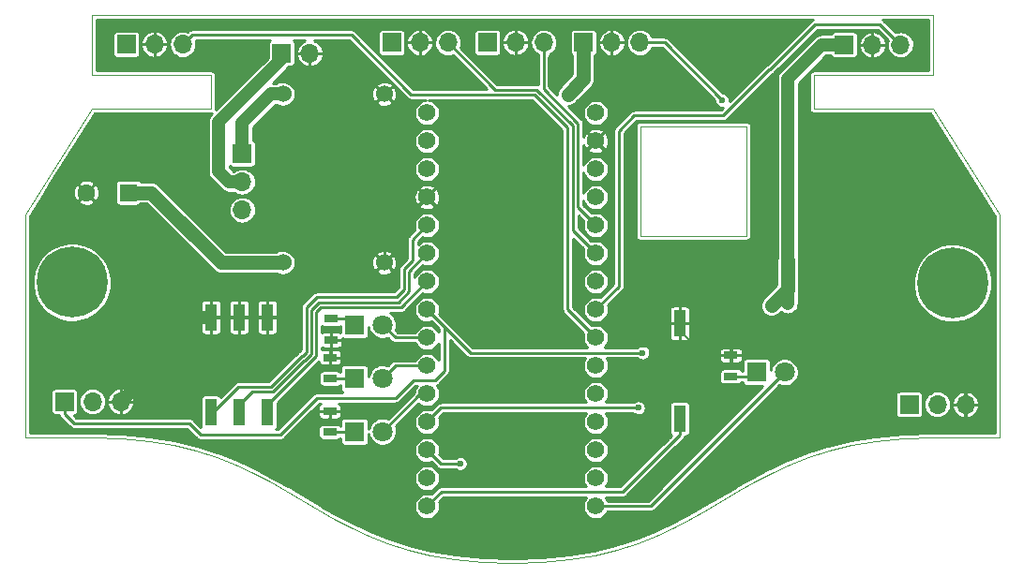
<source format=gtl>
G04 #@! TF.FileFunction,Copper,L1,Top,Signal*
%FSLAX46Y46*%
G04 Gerber Fmt 4.6, Leading zero omitted, Abs format (unit mm)*
G04 Created by KiCad (PCBNEW 4.0.7) date 11/19/18 15:24:20*
%MOMM*%
%LPD*%
G01*
G04 APERTURE LIST*
%ADD10C,0.100000*%
%ADD11R,1.120000X2.440000*%
%ADD12C,6.400000*%
%ADD13C,0.600000*%
%ADD14C,1.574800*%
%ADD15R,1.700000X1.700000*%
%ADD16O,1.700000X1.700000*%
%ADD17R,1.600000X1.600000*%
%ADD18C,1.600000*%
%ADD19R,1.800000X1.800000*%
%ADD20C,1.800000*%
%ADD21R,1.300000X0.700000*%
%ADD22C,1.524000*%
%ADD23C,0.800000*%
%ADD24C,1.200000*%
%ADD25C,0.250000*%
%ADD26C,0.200000*%
%ADD27C,1.250000*%
%ADD28C,0.254000*%
G04 APERTURE END LIST*
D10*
X61637263Y4929373D02*
X64496763Y6624314D01*
X82082253Y11450622D02*
X79370003Y11368426D01*
X76914253Y11133175D02*
X74686503Y10761875D01*
X65223532Y29662033D02*
X65223532Y39562033D01*
X55623532Y29662033D02*
X65223532Y29662033D01*
X72658253Y10271533D02*
X70801003Y9679154D01*
X69086253Y9001744D02*
X67485503Y8256310D01*
X23652503Y6629394D02*
X26512003Y4934453D01*
X82042586Y41161710D02*
X88082253Y31572482D01*
X79370003Y11368426D02*
X76914253Y11133175D01*
X88082253Y31572482D02*
X88082253Y11450622D01*
X74686503Y10761875D02*
X72658253Y10271533D01*
X70801003Y9679154D02*
X69086253Y9001744D01*
X65223532Y39562033D02*
X55623532Y39562033D01*
X82082253Y11450622D02*
X88082253Y11450622D01*
X55623532Y39562033D02*
X55623532Y29662033D01*
X8794503Y11368426D02*
X11250253Y11133175D01*
X38914253Y430671D02*
X41370003Y195420D01*
X32801003Y1884692D02*
X34658253Y1292313D01*
X19078253Y9001744D02*
X20679003Y8256310D01*
X17363503Y9679154D02*
X19078253Y9001744D01*
X82253Y11450622D02*
X6082253Y11450622D01*
X31086253Y2562102D02*
X32801003Y1884692D01*
X27970253Y4103988D02*
X29485503Y3307536D01*
X11250253Y11133175D02*
X13478003Y10761875D01*
X20679003Y8256310D02*
X22194253Y7459858D01*
X13478003Y10761875D02*
X15506253Y10271533D01*
X6082253Y11450622D02*
X8794503Y11368426D01*
X16882237Y41161710D02*
X6121394Y41161710D01*
X16882284Y44161773D02*
X16882237Y41161710D01*
X6121374Y49661668D02*
X6121420Y44161731D01*
X6121374Y49661668D02*
X82042581Y49661664D01*
X82042581Y49661664D02*
X82042592Y44161785D01*
X71282237Y41161710D02*
X82042586Y41161710D01*
X71282248Y44161776D02*
X71282237Y41161710D01*
X82253Y11450622D02*
X82253Y31573166D01*
X82253Y31573166D02*
X6121394Y41161710D01*
X67485503Y8256310D02*
X65970253Y7459858D01*
X65970253Y7459858D02*
X64495680Y6624320D01*
X16882284Y44161773D02*
X6121420Y44161731D01*
X61637263Y4929373D02*
X60179013Y4098908D01*
X57078253Y2562102D02*
X55363503Y1884692D01*
X41370003Y195420D02*
X44082253Y113224D01*
X22194253Y7459858D02*
X23652503Y6629394D01*
X60179013Y4098908D02*
X58679080Y3307080D01*
X58679003Y3307536D02*
X57078253Y2562102D01*
X55363503Y1884692D02*
X53506253Y1292313D01*
X29485503Y3307536D02*
X31086253Y2562102D01*
X53506253Y1292313D02*
X51478003Y801971D01*
X71282248Y44161776D02*
X82042592Y44161785D01*
X34658253Y1292313D02*
X36686503Y801971D01*
X51478003Y801971D02*
X49250253Y430671D01*
X26512003Y4934453D02*
X27970253Y4103988D01*
X49250253Y430671D02*
X46794503Y195420D01*
X46794503Y195420D02*
X44082253Y113224D01*
X36686503Y801971D02*
X38914253Y430671D01*
X15506253Y10271533D02*
X17363503Y9679154D01*
D11*
X16875760Y13703600D03*
X21955760Y22313600D03*
X19415760Y13703600D03*
X19415760Y22313600D03*
X21955760Y13703600D03*
X16875760Y22313600D03*
D12*
X4333240Y25455880D03*
D13*
X6733240Y25455880D03*
X6030296Y23758824D03*
X4333240Y23055880D03*
X2636184Y23758824D03*
X1933240Y25455880D03*
X2636184Y27152936D03*
X4333240Y27855880D03*
X6030296Y27152936D03*
D14*
X51628040Y40777160D03*
X36388040Y40777160D03*
X51628040Y38237160D03*
X36388040Y38237160D03*
X51628040Y35697160D03*
X36388040Y35697160D03*
X51628040Y33157160D03*
X36388040Y33157160D03*
X51628040Y30617160D03*
X36388040Y30617160D03*
X51628040Y28077160D03*
X36388040Y28077160D03*
X51628040Y25537160D03*
X36388040Y25537160D03*
X51628040Y22997160D03*
X36388040Y22997160D03*
X51628040Y20457160D03*
X36388040Y20457160D03*
X51628040Y17917160D03*
X36388040Y17917160D03*
X51628040Y15377160D03*
X36388040Y15377160D03*
X51628040Y12837160D03*
X36388040Y12837160D03*
X51628040Y10297160D03*
X36388040Y10297160D03*
X51628040Y7757160D03*
X36388040Y7757160D03*
X51628040Y5217160D03*
X36388040Y5217160D03*
D15*
X50510440Y47132240D03*
D16*
X53050440Y47132240D03*
X55590440Y47132240D03*
D17*
X9418480Y33568640D03*
D18*
X5618480Y33568640D03*
D19*
X29829760Y21615400D03*
D20*
X32369760Y21615400D03*
D19*
X29829760Y16769080D03*
D20*
X32369760Y16769080D03*
D19*
X29834840Y11973560D03*
D20*
X32374840Y11973560D03*
D19*
X66131440Y17332960D03*
D20*
X68671440Y17332960D03*
D15*
X9235440Y46974760D03*
D16*
X11775440Y46974760D03*
X14315440Y46974760D03*
D21*
X27711400Y20253920D03*
X27711400Y22153920D03*
X27640280Y18669000D03*
X27640280Y16769000D03*
X27599640Y13822760D03*
X27599640Y11922760D03*
X63825120Y18862080D03*
X63825120Y16962080D03*
D11*
X59197240Y13129560D03*
X59197240Y21739560D03*
D15*
X74056240Y46918880D03*
D16*
X76596240Y46918880D03*
X79136240Y46918880D03*
D15*
X23256240Y46161960D03*
D16*
X25796240Y46161960D03*
D15*
X3642360Y14681200D03*
D16*
X6182360Y14681200D03*
X8722360Y14681200D03*
D15*
X19705320Y37073840D03*
D16*
X19705320Y34533840D03*
X19705320Y31993840D03*
D15*
X79913480Y14422120D03*
D16*
X82453480Y14422120D03*
X84993480Y14422120D03*
D15*
X33192720Y47127160D03*
D16*
X35732720Y47127160D03*
X38272720Y47127160D03*
D15*
X41843960Y47142400D03*
D16*
X44383960Y47142400D03*
X46923960Y47142400D03*
D22*
X23373080Y42473880D03*
X32517080Y42473880D03*
X23373080Y27233880D03*
X32513080Y27233880D03*
D12*
X83850480Y25394920D03*
D13*
X86250480Y25394920D03*
X85547536Y23697864D03*
X83850480Y22994920D03*
X82153424Y23697864D03*
X81450480Y25394920D03*
X82153424Y27091976D03*
X83850480Y27794920D03*
X85547536Y27091976D03*
X27711400Y20253920D03*
D23*
X67497960Y23357840D03*
X49098200Y42423080D03*
D13*
X63032640Y41925240D03*
X55864760Y19095720D03*
X55458360Y14112240D03*
X39380160Y9052560D03*
D24*
X13822680Y21711920D02*
X14424360Y22313600D01*
X14424360Y22313600D02*
X16875760Y22313600D01*
X13822680Y18928080D02*
X13822680Y21711920D01*
X10425799Y15531199D02*
X13822680Y18928080D01*
X8722360Y14681200D02*
X9572359Y15531199D01*
X9572359Y15531199D02*
X10425799Y15531199D01*
D25*
X32513080Y27233880D02*
X32513080Y29282200D01*
X32513080Y29282200D02*
X36388040Y33157160D01*
D26*
X63825120Y18862080D02*
X61414720Y18862080D01*
X61414720Y18862080D02*
X59197240Y21079560D01*
X59197240Y21079560D02*
X59197240Y21739560D01*
D25*
X21955760Y22313600D02*
X21145760Y22313600D01*
X21145760Y22313600D02*
X19415760Y22313600D01*
X27711400Y20253920D02*
X27711400Y18740120D01*
X27711400Y18740120D02*
X27640280Y18669000D01*
D24*
X68955920Y27452320D02*
X68955920Y23540720D01*
X68955920Y43868560D02*
X68955920Y27452320D01*
D27*
X68955920Y27452320D02*
X68955920Y24815800D01*
X68955920Y24815800D02*
X67497960Y23357840D01*
X9418480Y33568640D02*
X11468480Y33568640D01*
X11468480Y33568640D02*
X17803240Y27233880D01*
X22295450Y27233880D02*
X23373080Y27233880D01*
X17803240Y27233880D02*
X22295450Y27233880D01*
X50510440Y47132240D02*
X50510440Y43835320D01*
X50510440Y43835320D02*
X49098200Y42423080D01*
D24*
X74056240Y46918880D02*
X72006240Y46918880D01*
X72006240Y46918880D02*
X68955920Y43868560D01*
D25*
X50007520Y39837360D02*
X50007520Y32237680D01*
X50007520Y32237680D02*
X51628040Y30617160D01*
X46893480Y42951400D02*
X50007520Y39837360D01*
X46893480Y45909839D02*
X46893480Y42951400D01*
X46923960Y45940319D02*
X46893480Y45909839D01*
X46923960Y47142400D02*
X46923960Y45940319D01*
X16875760Y13703600D02*
X17050758Y13703600D01*
X17050758Y13703600D02*
X19347048Y15999890D01*
X25101839Y18824369D02*
X25143709Y18824369D01*
X19347048Y15999890D02*
X22277360Y15999890D01*
X22277360Y15999890D02*
X25101839Y18824369D01*
X33639210Y24110540D02*
X34322590Y24793920D01*
X35077400Y29306520D02*
X36388040Y30617160D01*
X25143709Y18824369D02*
X25485501Y19166161D01*
X25485501Y19166161D02*
X25485502Y23176922D01*
X25485502Y23176922D02*
X26419120Y24110540D01*
X34322591Y26648121D02*
X35077400Y27402930D01*
X26419120Y24110540D02*
X33639210Y24110540D01*
X34322590Y24793920D02*
X34322591Y26648121D01*
X35077400Y27402930D02*
X35077400Y29306520D01*
X79136240Y46918880D02*
X77261720Y48793400D01*
X77261720Y48793400D02*
X71434960Y48793400D01*
X71434960Y48793400D02*
X67340480Y44698920D01*
X67340480Y44698920D02*
X67289680Y44698920D01*
X67289680Y44698920D02*
X63124080Y40533320D01*
X63124080Y40533320D02*
X55102760Y40533320D01*
X55102760Y40533320D02*
X53726080Y39156640D01*
X53726080Y39156640D02*
X53726080Y25095200D01*
X53726080Y25095200D02*
X51628040Y22997160D01*
X49532971Y30172229D02*
X50840641Y28864559D01*
X50840641Y28864559D02*
X51628040Y28077160D01*
X49532971Y39607200D02*
X49532971Y30172229D01*
X46253251Y42886920D02*
X49532971Y39607200D01*
X42512960Y42886920D02*
X46253251Y42886920D01*
X38272720Y47127160D02*
X42512960Y42886920D01*
X14315440Y46974760D02*
X15165439Y47824759D01*
X15165439Y47824759D02*
X29538561Y47824759D01*
X34926411Y42436909D02*
X46066851Y42436909D01*
X49082960Y39420800D02*
X49082960Y23002240D01*
X29538561Y47824759D02*
X34926411Y42436909D01*
X46066851Y42436909D02*
X49082960Y39420800D01*
X49082960Y23002240D02*
X51628040Y20457160D01*
X32369760Y21615400D02*
X33528000Y20457160D01*
X33528000Y20457160D02*
X36388040Y20457160D01*
X32369760Y16769080D02*
X33517840Y17917160D01*
X33517840Y17917160D02*
X36388040Y17917160D01*
X32374840Y11973560D02*
X35778440Y15377160D01*
X35778440Y15377160D02*
X36388040Y15377160D01*
X55590440Y47132240D02*
X57825640Y47132240D01*
X57825640Y47132240D02*
X63032640Y41925240D01*
X59197240Y13129560D02*
X59197240Y11659560D01*
X59197240Y11659560D02*
X58547000Y11009320D01*
X58547000Y11009320D02*
X58532720Y11009320D01*
X58532720Y11009320D02*
X54025800Y6502400D01*
X54025800Y6502400D02*
X37673280Y6502400D01*
X37673280Y6502400D02*
X36388040Y5217160D01*
X27711400Y22153920D02*
X29291240Y22153920D01*
X29291240Y22153920D02*
X29829760Y21615400D01*
X27640280Y16769000D02*
X29829680Y16769000D01*
X29829680Y16769000D02*
X29829760Y16769080D01*
X27599640Y11922760D02*
X29784040Y11922760D01*
X29784040Y11922760D02*
X29834840Y11973560D01*
X34772600Y24607520D02*
X34772600Y26461720D01*
X34772600Y26461720D02*
X36388040Y28077160D01*
X26605520Y23660530D02*
X33825610Y23660530D01*
X33825610Y23660530D02*
X34772600Y24607520D01*
X25330110Y18374360D02*
X25935510Y18979760D01*
X25935510Y18979760D02*
X25935511Y22990521D01*
X25935511Y22990521D02*
X26605520Y23660530D01*
X20602040Y15549880D02*
X22463760Y15549880D01*
X22463760Y15549880D02*
X25288240Y18374360D01*
X25288240Y18374360D02*
X25330110Y18374360D01*
X19415760Y13703600D02*
X19415760Y14363600D01*
X19415760Y14363600D02*
X20602040Y15549880D01*
X21955760Y13703600D02*
X21955760Y14363600D01*
X21955760Y14363600D02*
X26385520Y18793360D01*
X26385520Y18793360D02*
X26385520Y22804120D01*
X26791920Y23210520D02*
X34061400Y23210520D01*
X26385520Y22804120D02*
X26791920Y23210520D01*
X34061400Y23210520D02*
X36388040Y25537160D01*
X40289480Y19095720D02*
X36388040Y22997160D01*
X55864760Y19095720D02*
X40289480Y19095720D01*
X3642360Y14681200D02*
X3642360Y13581200D01*
X3642360Y13581200D02*
X4513400Y12710160D01*
X4513400Y12710160D02*
X14925040Y12710160D01*
X14925040Y12710160D02*
X15966440Y11668760D01*
X15966440Y11668760D02*
X23119080Y11668760D01*
X23119080Y11668760D02*
X26476960Y15026640D01*
X37109400Y16606520D02*
X37927280Y17424400D01*
X26476960Y15026640D02*
X33548320Y15026640D01*
X33548320Y15026640D02*
X35128200Y16606520D01*
X35128200Y16606520D02*
X37109400Y16606520D01*
X37927280Y17424400D02*
X37927280Y21457920D01*
X37927280Y21457920D02*
X36388040Y22997160D01*
X55458360Y14112240D02*
X37663120Y14112240D01*
X37663120Y14112240D02*
X36388040Y12837160D01*
X39380160Y9052560D02*
X37632640Y9052560D01*
X37632640Y9052560D02*
X36388040Y10297160D01*
X68671440Y17332960D02*
X56555640Y5217160D01*
X56555640Y5217160D02*
X51628040Y5217160D01*
X63825120Y16962080D02*
X65760560Y16962080D01*
X65760560Y16962080D02*
X66131440Y17332960D01*
D24*
X17571720Y39949120D02*
X17571720Y35465359D01*
X17571720Y35465359D02*
X18503239Y34533840D01*
X18503239Y34533840D02*
X19705320Y34533840D01*
X17984999Y40362399D02*
X17571720Y39949120D01*
X23256240Y45613320D02*
X18005319Y40362399D01*
X18005319Y40362399D02*
X17984999Y40362399D01*
X23256240Y46161960D02*
X23256240Y45613320D01*
X23373080Y42473880D02*
X22295450Y42473880D01*
X19705320Y39883750D02*
X19705320Y37073840D01*
X22295450Y42473880D02*
X19705320Y39883750D01*
D28*
G36*
X71200620Y49234665D02*
X71161551Y49214413D01*
X71159485Y49212764D01*
X71157157Y49211526D01*
X71121235Y49182229D01*
X71084983Y49153289D01*
X71081307Y49149664D01*
X71081234Y49149605D01*
X71081178Y49149538D01*
X71079992Y49148368D01*
X67090446Y45158822D01*
X67057488Y45141298D01*
X67016271Y45119933D01*
X67014205Y45118284D01*
X67011877Y45117046D01*
X66975955Y45087749D01*
X66939703Y45058809D01*
X66936027Y45055184D01*
X66935954Y45055125D01*
X66935898Y45055058D01*
X66934712Y45053888D01*
X63703656Y41822832D01*
X63707552Y41839979D01*
X63709669Y41991623D01*
X63683881Y42121861D01*
X63633288Y42244610D01*
X63559816Y42355194D01*
X63466264Y42449402D01*
X63356196Y42523644D01*
X63233803Y42575093D01*
X63103748Y42601789D01*
X63065762Y42602054D01*
X58180608Y47487208D01*
X58144752Y47516660D01*
X58109253Y47546447D01*
X58106939Y47547719D01*
X58104900Y47549394D01*
X58064071Y47571286D01*
X58023399Y47593646D01*
X58020879Y47594445D01*
X58018556Y47595691D01*
X57974262Y47609233D01*
X57930012Y47623270D01*
X57927386Y47623565D01*
X57924863Y47624336D01*
X57878730Y47629022D01*
X57832649Y47634191D01*
X57827491Y47634227D01*
X57827393Y47634237D01*
X57827302Y47634228D01*
X57825640Y47634240D01*
X56709710Y47634240D01*
X56612434Y47817188D01*
X56461083Y48002763D01*
X56276570Y48155406D01*
X56065922Y48269303D01*
X55837163Y48340116D01*
X55599006Y48365147D01*
X55360523Y48343443D01*
X55130798Y48275832D01*
X54918580Y48164887D01*
X54731953Y48014835D01*
X54578026Y47831392D01*
X54462661Y47621544D01*
X54390253Y47393285D01*
X54363560Y47155309D01*
X54363440Y47138177D01*
X54363440Y47126303D01*
X54386808Y46887977D01*
X54456022Y46658730D01*
X54568446Y46447292D01*
X54719797Y46261717D01*
X54904310Y46109074D01*
X55114958Y45995177D01*
X55343717Y45924364D01*
X55581874Y45899333D01*
X55820357Y45921037D01*
X56050082Y45988648D01*
X56262300Y46099593D01*
X56448927Y46249645D01*
X56602854Y46433088D01*
X56711239Y46630240D01*
X57617704Y46630240D01*
X62355093Y41892851D01*
X62354750Y41868316D01*
X62378717Y41737731D01*
X62427591Y41614287D01*
X62499512Y41502688D01*
X62591740Y41407184D01*
X62700761Y41331412D01*
X62822423Y41278259D01*
X62952093Y41249749D01*
X63084830Y41246969D01*
X63136990Y41256166D01*
X62916144Y41035320D01*
X55102760Y41035320D01*
X55056678Y41030801D01*
X55010416Y41026754D01*
X55007876Y41026016D01*
X55005254Y41025759D01*
X54960910Y41012371D01*
X54916334Y40999420D01*
X54913990Y40998205D01*
X54911463Y40997442D01*
X54870530Y40975677D01*
X54829352Y40954333D01*
X54827288Y40952686D01*
X54824957Y40951446D01*
X54789013Y40922131D01*
X54752783Y40893209D01*
X54749111Y40889588D01*
X54749034Y40889525D01*
X54748975Y40889454D01*
X54747793Y40888288D01*
X53371112Y39511608D01*
X53341660Y39475752D01*
X53311873Y39440253D01*
X53310601Y39437939D01*
X53308926Y39435900D01*
X53287034Y39395071D01*
X53264674Y39354399D01*
X53263875Y39351879D01*
X53262629Y39349556D01*
X53249087Y39305262D01*
X53235050Y39261012D01*
X53234755Y39258386D01*
X53233984Y39255863D01*
X53229298Y39209730D01*
X53224129Y39163649D01*
X53224093Y39158491D01*
X53224083Y39158393D01*
X53224092Y39158302D01*
X53224080Y39156640D01*
X53224080Y25303135D01*
X52017527Y24096583D01*
X51974028Y24114868D01*
X51750342Y24160784D01*
X51521997Y24162379D01*
X51297691Y24119590D01*
X51085968Y24034048D01*
X50894892Y23909012D01*
X50731742Y23749243D01*
X50602731Y23560828D01*
X50512775Y23350943D01*
X50465298Y23127582D01*
X50462109Y22899254D01*
X50503331Y22674655D01*
X50587393Y22462340D01*
X50711092Y22270396D01*
X50869718Y22106134D01*
X51057228Y21975811D01*
X51266480Y21884392D01*
X51489503Y21835357D01*
X51717804Y21830574D01*
X51942685Y21870227D01*
X52155582Y21952804D01*
X52348385Y22075161D01*
X52513750Y22232636D01*
X52645379Y22419231D01*
X52738257Y22627840D01*
X52788848Y22850516D01*
X52790902Y22997676D01*
X58250240Y22997676D01*
X58250240Y21839310D01*
X58346990Y21742560D01*
X59194240Y21742560D01*
X59194240Y23249810D01*
X59200240Y23249810D01*
X59200240Y21742560D01*
X60047490Y21742560D01*
X60144240Y21839310D01*
X60144240Y22997676D01*
X60129368Y23072444D01*
X60100195Y23142873D01*
X60057843Y23206258D01*
X60003938Y23260162D01*
X59940553Y23302515D01*
X59870124Y23331688D01*
X59795356Y23346560D01*
X59296990Y23346560D01*
X59200240Y23249810D01*
X59194240Y23249810D01*
X59097490Y23346560D01*
X58599124Y23346560D01*
X58524356Y23331688D01*
X58453927Y23302515D01*
X58390542Y23260162D01*
X58336637Y23206258D01*
X58294285Y23142873D01*
X58265112Y23072444D01*
X58250240Y22997676D01*
X52790902Y22997676D01*
X52792490Y23111335D01*
X52748136Y23335337D01*
X52737420Y23361338D01*
X66495966Y23361338D01*
X66514370Y23166649D01*
X66570237Y22979244D01*
X66661443Y22806259D01*
X66784510Y22654282D01*
X66934752Y22529105D01*
X67106448Y22435494D01*
X67293055Y22377015D01*
X67487467Y22355894D01*
X67682279Y22372939D01*
X67870071Y22427497D01*
X68043688Y22517492D01*
X68196519Y22639496D01*
X68206481Y22649319D01*
X68342999Y22785837D01*
X68409589Y22730750D01*
X68577317Y22640060D01*
X68759467Y22583675D01*
X68949099Y22563744D01*
X69138992Y22581025D01*
X69321911Y22634861D01*
X69490889Y22723201D01*
X69639491Y22842680D01*
X69762056Y22988747D01*
X69853915Y23155839D01*
X69911570Y23337590D01*
X69932825Y23527079D01*
X69932920Y23540720D01*
X69932920Y24597687D01*
X69936024Y24607472D01*
X69936611Y24612707D01*
X69938152Y24617747D01*
X69947509Y24709862D01*
X69957822Y24801810D01*
X69957894Y24812106D01*
X69957914Y24812302D01*
X69957897Y24812484D01*
X69957920Y24815800D01*
X69957920Y25094156D01*
X80268778Y25094156D01*
X80395409Y24404194D01*
X80653644Y23751969D01*
X81033644Y23162324D01*
X81520937Y22657717D01*
X82096962Y22257369D01*
X82739778Y21976530D01*
X83424900Y21825896D01*
X84126232Y21811205D01*
X84817061Y21933017D01*
X85471073Y22186692D01*
X86063357Y22562567D01*
X86571353Y23046325D01*
X86975713Y23619541D01*
X87261033Y24260380D01*
X87416446Y24944434D01*
X87427634Y25745663D01*
X87291381Y26433789D01*
X87024066Y27082345D01*
X86635869Y27666628D01*
X86141578Y28164382D01*
X85560020Y28556648D01*
X84913346Y28828485D01*
X84226187Y28969538D01*
X83524719Y28974435D01*
X82835658Y28842990D01*
X82185251Y28580209D01*
X81598273Y28196101D01*
X81097080Y27705297D01*
X80700764Y27126491D01*
X80424419Y26481731D01*
X80278572Y25795574D01*
X80268778Y25094156D01*
X69957920Y25094156D01*
X69957920Y27452320D01*
X69938837Y27646943D01*
X69932920Y27666541D01*
X69932920Y43463874D01*
X72410926Y45941880D01*
X72852941Y45941880D01*
X72863737Y45907017D01*
X72922391Y45818006D01*
X73003521Y45748860D01*
X73100702Y45705054D01*
X73206240Y45690056D01*
X74906240Y45690056D01*
X74966276Y45694843D01*
X75068103Y45726377D01*
X75157114Y45785031D01*
X75226260Y45866161D01*
X75270066Y45963342D01*
X75285064Y46068880D01*
X75285064Y46722408D01*
X75374943Y46722408D01*
X75436740Y46487920D01*
X75543096Y46269994D01*
X75689923Y46077004D01*
X75871579Y45916367D01*
X76081084Y45794256D01*
X76310386Y45715363D01*
X76399768Y45697583D01*
X76593240Y45778634D01*
X76593240Y46915880D01*
X76599240Y46915880D01*
X76599240Y45778634D01*
X76792712Y45697583D01*
X76882094Y45715363D01*
X77111396Y45794256D01*
X77320901Y45916367D01*
X77502557Y46077004D01*
X77649384Y46269994D01*
X77755740Y46487920D01*
X77817537Y46722408D01*
X77736486Y46915880D01*
X76599240Y46915880D01*
X76593240Y46915880D01*
X75455994Y46915880D01*
X75374943Y46722408D01*
X75285064Y46722408D01*
X75285064Y47115352D01*
X75374943Y47115352D01*
X75455994Y46921880D01*
X76593240Y46921880D01*
X76593240Y48059126D01*
X76599240Y48059126D01*
X76599240Y46921880D01*
X77736486Y46921880D01*
X77817537Y47115352D01*
X77755740Y47349840D01*
X77649384Y47567766D01*
X77502557Y47760756D01*
X77320901Y47921393D01*
X77111396Y48043504D01*
X76882094Y48122397D01*
X76792712Y48140177D01*
X76599240Y48059126D01*
X76593240Y48059126D01*
X76399768Y48140177D01*
X76310386Y48122397D01*
X76081084Y48043504D01*
X75871579Y47921393D01*
X75689923Y47760756D01*
X75543096Y47567766D01*
X75436740Y47349840D01*
X75374943Y47115352D01*
X75285064Y47115352D01*
X75285064Y47768880D01*
X75280277Y47828916D01*
X75248743Y47930743D01*
X75190089Y48019754D01*
X75108959Y48088900D01*
X75011778Y48132706D01*
X74906240Y48147704D01*
X73206240Y48147704D01*
X73146204Y48142917D01*
X73044377Y48111383D01*
X72955366Y48052729D01*
X72886220Y47971599D01*
X72852088Y47895880D01*
X72006240Y47895880D01*
X71916463Y47887077D01*
X71826520Y47879208D01*
X71821585Y47877774D01*
X71816473Y47877273D01*
X71730068Y47851186D01*
X71643414Y47826010D01*
X71638854Y47823647D01*
X71633934Y47822161D01*
X71554215Y47779774D01*
X71474128Y47738261D01*
X71470115Y47735057D01*
X71465576Y47732644D01*
X71395602Y47675575D01*
X71325110Y47619302D01*
X71317966Y47612257D01*
X71317812Y47612131D01*
X71317694Y47611988D01*
X71315397Y47609723D01*
X68265077Y44559403D01*
X68207811Y44489687D01*
X68149784Y44420533D01*
X68147309Y44416031D01*
X68144048Y44412061D01*
X68101406Y44332533D01*
X68057925Y44253441D01*
X68056371Y44248543D01*
X68053944Y44244016D01*
X68027560Y44157720D01*
X68000270Y44071690D01*
X67999697Y44066585D01*
X67998195Y44061671D01*
X67989071Y43971847D01*
X67979015Y43882201D01*
X67978945Y43872168D01*
X67978925Y43871970D01*
X67978942Y43871785D01*
X67978920Y43868560D01*
X67978920Y27670433D01*
X67975816Y27660648D01*
X67954018Y27466310D01*
X67953920Y27452320D01*
X67953920Y25230842D01*
X66789439Y24066361D01*
X66665313Y23915248D01*
X66572903Y23742903D01*
X66515729Y23555893D01*
X66495966Y23361338D01*
X52737420Y23361338D01*
X52727126Y23386311D01*
X54081048Y24740233D01*
X54110480Y24776064D01*
X54140287Y24811587D01*
X54141559Y24813901D01*
X54143234Y24815940D01*
X54165126Y24856769D01*
X54187486Y24897441D01*
X54188285Y24899961D01*
X54189531Y24902284D01*
X54203073Y24946578D01*
X54217110Y24990828D01*
X54217405Y24993454D01*
X54218176Y24995977D01*
X54222862Y25042110D01*
X54228031Y25088191D01*
X54228067Y25093349D01*
X54228077Y25093447D01*
X54228068Y25093538D01*
X54228080Y25095200D01*
X54228080Y38948704D01*
X54841408Y39562033D01*
X55196532Y39562033D01*
X55196532Y29662033D01*
X55200449Y29622085D01*
X55204095Y29582021D01*
X55204518Y29580584D01*
X55204664Y29579095D01*
X55216260Y29540686D01*
X55227624Y29502076D01*
X55228319Y29500746D01*
X55228751Y29499316D01*
X55247603Y29463862D01*
X55266234Y29428224D01*
X55267172Y29427058D01*
X55267875Y29425735D01*
X55293296Y29394566D01*
X55318452Y29363277D01*
X55319597Y29362316D01*
X55320545Y29361154D01*
X55351534Y29335518D01*
X55382291Y29309710D01*
X55383603Y29308989D01*
X55384757Y29308034D01*
X55420126Y29288910D01*
X55455319Y29269562D01*
X55456745Y29269110D01*
X55458063Y29268397D01*
X55496493Y29256501D01*
X55534754Y29244364D01*
X55536240Y29244197D01*
X55537672Y29243754D01*
X55577719Y29239545D01*
X55617570Y29235075D01*
X55620439Y29235055D01*
X55620551Y29235043D01*
X55620663Y29235053D01*
X55623532Y29235033D01*
X65223532Y29235033D01*
X65263480Y29238950D01*
X65303544Y29242596D01*
X65304981Y29243019D01*
X65306470Y29243165D01*
X65344879Y29254761D01*
X65383489Y29266125D01*
X65384819Y29266820D01*
X65386249Y29267252D01*
X65421703Y29286104D01*
X65457341Y29304735D01*
X65458507Y29305673D01*
X65459830Y29306376D01*
X65490999Y29331797D01*
X65522288Y29356953D01*
X65523249Y29358098D01*
X65524411Y29359046D01*
X65550047Y29390035D01*
X65575855Y29420792D01*
X65576576Y29422104D01*
X65577531Y29423258D01*
X65596655Y29458627D01*
X65616003Y29493820D01*
X65616455Y29495246D01*
X65617168Y29496564D01*
X65629064Y29534994D01*
X65641201Y29573255D01*
X65641368Y29574741D01*
X65641811Y29576173D01*
X65646020Y29616220D01*
X65650490Y29656071D01*
X65650510Y29658940D01*
X65650522Y29659052D01*
X65650512Y29659164D01*
X65650532Y29662033D01*
X65650532Y39562033D01*
X65646615Y39601981D01*
X65642969Y39642045D01*
X65642546Y39643482D01*
X65642400Y39644971D01*
X65630804Y39683380D01*
X65619440Y39721990D01*
X65618745Y39723320D01*
X65618313Y39724750D01*
X65599461Y39760204D01*
X65580830Y39795842D01*
X65579892Y39797008D01*
X65579189Y39798331D01*
X65553768Y39829500D01*
X65528612Y39860789D01*
X65527467Y39861750D01*
X65526519Y39862912D01*
X65495530Y39888548D01*
X65464773Y39914356D01*
X65463461Y39915077D01*
X65462307Y39916032D01*
X65426938Y39935156D01*
X65391745Y39954504D01*
X65390319Y39954956D01*
X65389001Y39955669D01*
X65350571Y39967565D01*
X65312310Y39979702D01*
X65310824Y39979869D01*
X65309392Y39980312D01*
X65269345Y39984521D01*
X65229494Y39988991D01*
X65226625Y39989011D01*
X65226513Y39989023D01*
X65226401Y39989013D01*
X65223532Y39989033D01*
X55623532Y39989033D01*
X55583584Y39985116D01*
X55543520Y39981470D01*
X55542083Y39981047D01*
X55540594Y39980901D01*
X55502185Y39969305D01*
X55463575Y39957941D01*
X55462245Y39957246D01*
X55460815Y39956814D01*
X55425361Y39937962D01*
X55389723Y39919331D01*
X55388557Y39918393D01*
X55387234Y39917690D01*
X55356065Y39892269D01*
X55324776Y39867113D01*
X55323815Y39865968D01*
X55322653Y39865020D01*
X55297017Y39834031D01*
X55271209Y39803274D01*
X55270488Y39801962D01*
X55269533Y39800808D01*
X55250409Y39765439D01*
X55231061Y39730246D01*
X55230609Y39728820D01*
X55229896Y39727502D01*
X55218000Y39689072D01*
X55205863Y39650811D01*
X55205696Y39649325D01*
X55205253Y39647893D01*
X55201044Y39607846D01*
X55196574Y39567995D01*
X55196554Y39565126D01*
X55196542Y39565014D01*
X55196552Y39564902D01*
X55196532Y39562033D01*
X54841408Y39562033D01*
X55310695Y40031320D01*
X63124080Y40031320D01*
X63170256Y40035848D01*
X63216424Y40039887D01*
X63218959Y40040623D01*
X63221586Y40040881D01*
X63265959Y40054278D01*
X63310507Y40067220D01*
X63312853Y40068436D01*
X63315377Y40069198D01*
X63356292Y40090953D01*
X63397488Y40112307D01*
X63399552Y40113954D01*
X63401883Y40115194D01*
X63437827Y40144509D01*
X63474057Y40173431D01*
X63477733Y40177056D01*
X63477806Y40177115D01*
X63477862Y40177182D01*
X63479048Y40178352D01*
X67539714Y44239018D01*
X67572692Y44256553D01*
X67613888Y44277907D01*
X67615952Y44279554D01*
X67618283Y44280794D01*
X67654227Y44310109D01*
X67690457Y44339031D01*
X67694133Y44342656D01*
X67694206Y44342715D01*
X67694262Y44342782D01*
X67695448Y44343952D01*
X71642896Y48291400D01*
X77053784Y48291400D01*
X77991252Y47353933D01*
X77936053Y47179925D01*
X77909360Y46941949D01*
X77909240Y46924817D01*
X77909240Y46912943D01*
X77932608Y46674617D01*
X78001822Y46445370D01*
X78114246Y46233932D01*
X78265597Y46048357D01*
X78450110Y45895714D01*
X78660758Y45781817D01*
X78889517Y45711004D01*
X79127674Y45685973D01*
X79366157Y45707677D01*
X79595882Y45775288D01*
X79808100Y45886233D01*
X79994727Y46036285D01*
X80148654Y46219728D01*
X80264019Y46429576D01*
X80336427Y46657835D01*
X80363120Y46895811D01*
X80363240Y46912943D01*
X80363240Y46924817D01*
X80339872Y47163143D01*
X80270658Y47392390D01*
X80158234Y47603828D01*
X80006883Y47789403D01*
X79822370Y47942046D01*
X79611722Y48055943D01*
X79382963Y48126756D01*
X79144806Y48151787D01*
X78906323Y48130083D01*
X78696675Y48068381D01*
X77616688Y49148368D01*
X77580832Y49177820D01*
X77545333Y49207607D01*
X77543019Y49208879D01*
X77540980Y49210554D01*
X77500151Y49232446D01*
X77496116Y49234664D01*
X81615582Y49234664D01*
X81615591Y44588785D01*
X71282248Y44588776D01*
X71242274Y44584857D01*
X71202238Y44581213D01*
X71200802Y44580790D01*
X71199310Y44580644D01*
X71160912Y44569051D01*
X71122292Y44557685D01*
X71120959Y44556988D01*
X71119531Y44556557D01*
X71084130Y44537734D01*
X71048440Y44519075D01*
X71047272Y44518136D01*
X71045950Y44517433D01*
X71014798Y44492026D01*
X70983493Y44466857D01*
X70982531Y44465711D01*
X70981369Y44464763D01*
X70955722Y44433760D01*
X70929926Y44403018D01*
X70929205Y44401707D01*
X70928249Y44400551D01*
X70909098Y44365132D01*
X70889778Y44329990D01*
X70889326Y44328566D01*
X70888612Y44327245D01*
X70876716Y44288815D01*
X70864579Y44250556D01*
X70864412Y44249067D01*
X70863969Y44247636D01*
X70859763Y44207621D01*
X70855290Y44167740D01*
X70855270Y44164869D01*
X70855258Y44164757D01*
X70855268Y44164645D01*
X70855248Y44161778D01*
X70855237Y41161712D01*
X70859151Y41121790D01*
X70862800Y41081698D01*
X70863223Y41080260D01*
X70863369Y41078774D01*
X70874966Y41040360D01*
X70886329Y41001753D01*
X70887023Y41000426D01*
X70887455Y40998994D01*
X70906335Y40963486D01*
X70924939Y40927901D01*
X70925875Y40926736D01*
X70926579Y40925413D01*
X70952014Y40894227D01*
X70977157Y40862954D01*
X70978302Y40861993D01*
X70979249Y40860832D01*
X71010225Y40835207D01*
X71040996Y40809387D01*
X71042308Y40808665D01*
X71043461Y40807712D01*
X71078780Y40788615D01*
X71114024Y40769239D01*
X71115452Y40768786D01*
X71116767Y40768075D01*
X71155190Y40756180D01*
X71193459Y40744041D01*
X71194942Y40743875D01*
X71196375Y40743431D01*
X71236454Y40739218D01*
X71276275Y40734752D01*
X71279142Y40734732D01*
X71279254Y40734720D01*
X71279366Y40734730D01*
X71282237Y40734710D01*
X81806891Y40734710D01*
X87655253Y31449217D01*
X87655253Y11877622D01*
X82082253Y11877622D01*
X82078768Y11877280D01*
X82075279Y11877565D01*
X82069318Y11877426D01*
X79357069Y11795230D01*
X79346189Y11793829D01*
X79335223Y11794007D01*
X79329284Y11793480D01*
X76873535Y11558229D01*
X76861841Y11555941D01*
X76849940Y11555304D01*
X76844053Y11554365D01*
X74616303Y11183065D01*
X74604300Y11179835D01*
X74591969Y11178279D01*
X74586164Y11176918D01*
X72557914Y10686576D01*
X72546277Y10682526D01*
X72534192Y10680113D01*
X72528499Y10678341D01*
X70671249Y10085962D01*
X70660726Y10081432D01*
X70649676Y10078439D01*
X70644116Y10076288D01*
X68929366Y9398878D01*
X68920672Y9394418D01*
X68911417Y9391309D01*
X68905995Y9388831D01*
X67305245Y8643397D01*
X67298940Y8639673D01*
X67292131Y8637014D01*
X67286834Y8634278D01*
X65771584Y7837826D01*
X65768425Y7835749D01*
X65764955Y7834266D01*
X65759747Y7831363D01*
X64285174Y6995825D01*
X64280103Y6992256D01*
X64279038Y6991635D01*
X61422683Y5298559D01*
X59973632Y4473334D01*
X58497065Y3693841D01*
X56909524Y2954558D01*
X55220018Y2287120D01*
X53391055Y1703764D01*
X51392630Y1220632D01*
X49194725Y854306D01*
X46767650Y621802D01*
X44082253Y540420D01*
X41396857Y621802D01*
X38969780Y854306D01*
X36771876Y1220632D01*
X34773446Y1703765D01*
X32944488Y2287120D01*
X31254975Y2954561D01*
X29675074Y3690286D01*
X28175304Y4478601D01*
X27050355Y5119254D01*
X35222109Y5119254D01*
X35263331Y4894655D01*
X35347393Y4682340D01*
X35471092Y4490396D01*
X35629718Y4326134D01*
X35817228Y4195811D01*
X36026480Y4104392D01*
X36249503Y4055357D01*
X36477804Y4050574D01*
X36702685Y4090227D01*
X36915582Y4172804D01*
X37108385Y4295161D01*
X37273750Y4452636D01*
X37405379Y4639231D01*
X37498257Y4847840D01*
X37548848Y5070516D01*
X37552490Y5331335D01*
X37508136Y5555337D01*
X37487126Y5606311D01*
X37881215Y6000400D01*
X50763558Y6000400D01*
X50731742Y5969243D01*
X50602731Y5780828D01*
X50512775Y5570943D01*
X50465298Y5347582D01*
X50462109Y5119254D01*
X50503331Y4894655D01*
X50587393Y4682340D01*
X50711092Y4490396D01*
X50869718Y4326134D01*
X51057228Y4195811D01*
X51266480Y4104392D01*
X51489503Y4055357D01*
X51717804Y4050574D01*
X51942685Y4090227D01*
X52155582Y4172804D01*
X52348385Y4295161D01*
X52513750Y4452636D01*
X52645379Y4639231D01*
X52679185Y4715160D01*
X56555640Y4715160D01*
X56601816Y4719688D01*
X56647984Y4723727D01*
X56650519Y4724463D01*
X56653146Y4724721D01*
X56697519Y4738118D01*
X56742067Y4751060D01*
X56744413Y4752276D01*
X56746937Y4753038D01*
X56787852Y4774793D01*
X56829048Y4796147D01*
X56831112Y4797794D01*
X56833443Y4799034D01*
X56869387Y4828349D01*
X56905617Y4857271D01*
X56909293Y4860896D01*
X56909366Y4860955D01*
X56909422Y4861022D01*
X56910608Y4862192D01*
X67320535Y15272120D01*
X78684656Y15272120D01*
X78684656Y13572120D01*
X78689443Y13512084D01*
X78720977Y13410257D01*
X78779631Y13321246D01*
X78860761Y13252100D01*
X78957942Y13208294D01*
X79063480Y13193296D01*
X80763480Y13193296D01*
X80823516Y13198083D01*
X80925343Y13229617D01*
X81014354Y13288271D01*
X81083500Y13369401D01*
X81127306Y13466582D01*
X81142304Y13572120D01*
X81142304Y14428057D01*
X81226480Y14428057D01*
X81226480Y14416183D01*
X81249848Y14177857D01*
X81319062Y13948610D01*
X81431486Y13737172D01*
X81582837Y13551597D01*
X81767350Y13398954D01*
X81977998Y13285057D01*
X82206757Y13214244D01*
X82444914Y13189213D01*
X82683397Y13210917D01*
X82913122Y13278528D01*
X83125340Y13389473D01*
X83311967Y13539525D01*
X83465894Y13722968D01*
X83581259Y13932816D01*
X83653667Y14161075D01*
X83660909Y14225648D01*
X83772183Y14225648D01*
X83833980Y13991160D01*
X83940336Y13773234D01*
X84087163Y13580244D01*
X84268819Y13419607D01*
X84478324Y13297496D01*
X84707626Y13218603D01*
X84797008Y13200823D01*
X84990480Y13281874D01*
X84990480Y14419120D01*
X84996480Y14419120D01*
X84996480Y13281874D01*
X85189952Y13200823D01*
X85279334Y13218603D01*
X85508636Y13297496D01*
X85718141Y13419607D01*
X85899797Y13580244D01*
X86046624Y13773234D01*
X86152980Y13991160D01*
X86214777Y14225648D01*
X86133726Y14419120D01*
X84996480Y14419120D01*
X84990480Y14419120D01*
X83853234Y14419120D01*
X83772183Y14225648D01*
X83660909Y14225648D01*
X83680360Y14399051D01*
X83680480Y14416183D01*
X83680480Y14428057D01*
X83661798Y14618592D01*
X83772183Y14618592D01*
X83853234Y14425120D01*
X84990480Y14425120D01*
X84990480Y15562366D01*
X84996480Y15562366D01*
X84996480Y14425120D01*
X86133726Y14425120D01*
X86214777Y14618592D01*
X86152980Y14853080D01*
X86046624Y15071006D01*
X85899797Y15263996D01*
X85718141Y15424633D01*
X85508636Y15546744D01*
X85279334Y15625637D01*
X85189952Y15643417D01*
X84996480Y15562366D01*
X84990480Y15562366D01*
X84797008Y15643417D01*
X84707626Y15625637D01*
X84478324Y15546744D01*
X84268819Y15424633D01*
X84087163Y15263996D01*
X83940336Y15071006D01*
X83833980Y14853080D01*
X83772183Y14618592D01*
X83661798Y14618592D01*
X83657112Y14666383D01*
X83587898Y14895630D01*
X83475474Y15107068D01*
X83324123Y15292643D01*
X83139610Y15445286D01*
X82928962Y15559183D01*
X82700203Y15629996D01*
X82462046Y15655027D01*
X82223563Y15633323D01*
X81993838Y15565712D01*
X81781620Y15454767D01*
X81594993Y15304715D01*
X81441066Y15121272D01*
X81325701Y14911424D01*
X81253293Y14683165D01*
X81226600Y14445189D01*
X81226480Y14428057D01*
X81142304Y14428057D01*
X81142304Y15272120D01*
X81137517Y15332156D01*
X81105983Y15433983D01*
X81047329Y15522994D01*
X80966199Y15592140D01*
X80869018Y15635946D01*
X80763480Y15650944D01*
X79063480Y15650944D01*
X79003444Y15646157D01*
X78901617Y15614623D01*
X78812606Y15555969D01*
X78743460Y15474839D01*
X78699654Y15377658D01*
X78684656Y15272120D01*
X67320535Y15272120D01*
X68195636Y16147221D01*
X68274916Y16112584D01*
X68519507Y16058808D01*
X68769884Y16053563D01*
X69016512Y16097050D01*
X69249997Y16187613D01*
X69461444Y16321801D01*
X69642800Y16494504D01*
X69787158Y16699144D01*
X69889018Y16927926D01*
X69944501Y17172135D01*
X69948495Y17458176D01*
X69899852Y17703840D01*
X69804420Y17935376D01*
X69665832Y18143967D01*
X69489369Y18321666D01*
X69281751Y18461707D01*
X69050886Y18558753D01*
X68805569Y18609110D01*
X68555142Y18610858D01*
X68309145Y18563932D01*
X68076948Y18470118D01*
X67867395Y18332990D01*
X67688468Y18157772D01*
X67546982Y17951136D01*
X67448326Y17720955D01*
X67410264Y17541888D01*
X67410264Y18232960D01*
X67405477Y18292996D01*
X67373943Y18394823D01*
X67315289Y18483834D01*
X67234159Y18552980D01*
X67136978Y18596786D01*
X67031440Y18611784D01*
X65231440Y18611784D01*
X65171404Y18606997D01*
X65069577Y18575463D01*
X64980566Y18516809D01*
X64911420Y18435679D01*
X64867614Y18338498D01*
X64852616Y18232960D01*
X64852616Y17464080D01*
X64820677Y17464080D01*
X64817623Y17473943D01*
X64758969Y17562954D01*
X64677839Y17632100D01*
X64580658Y17675906D01*
X64475120Y17690904D01*
X63175120Y17690904D01*
X63115084Y17686117D01*
X63013257Y17654583D01*
X62924246Y17595929D01*
X62855100Y17514799D01*
X62811294Y17417618D01*
X62796296Y17312080D01*
X62796296Y16612080D01*
X62801083Y16552044D01*
X62832617Y16450217D01*
X62891271Y16361206D01*
X62972401Y16292060D01*
X63069582Y16248254D01*
X63175120Y16233256D01*
X64475120Y16233256D01*
X64535156Y16238043D01*
X64636983Y16269577D01*
X64725994Y16328231D01*
X64795140Y16409361D01*
X64818002Y16460080D01*
X64852616Y16460080D01*
X64852616Y16432960D01*
X64857403Y16372924D01*
X64888937Y16271097D01*
X64947591Y16182086D01*
X65028721Y16112940D01*
X65125902Y16069134D01*
X65231440Y16054136D01*
X66682681Y16054136D01*
X56347704Y5719160D01*
X52680614Y5719160D01*
X52661119Y5766458D01*
X52534751Y5956656D01*
X52491312Y6000400D01*
X54025800Y6000400D01*
X54071976Y6004928D01*
X54118144Y6008967D01*
X54120679Y6009703D01*
X54123306Y6009961D01*
X54167679Y6023358D01*
X54212227Y6036300D01*
X54214573Y6037516D01*
X54217097Y6038278D01*
X54258012Y6060033D01*
X54299208Y6081387D01*
X54301272Y6083034D01*
X54303603Y6084274D01*
X54339547Y6113589D01*
X54375777Y6142511D01*
X54379453Y6146136D01*
X54379526Y6146195D01*
X54379582Y6146262D01*
X54380768Y6147432D01*
X58824218Y10590883D01*
X58824803Y10591194D01*
X58860747Y10620509D01*
X58896977Y10649431D01*
X58900653Y10653056D01*
X58900726Y10653115D01*
X58900782Y10653182D01*
X58901968Y10654352D01*
X59552207Y11304592D01*
X59581635Y11340419D01*
X59611447Y11375947D01*
X59612719Y11378261D01*
X59614394Y11380300D01*
X59636296Y11421147D01*
X59658646Y11461801D01*
X59659445Y11464318D01*
X59660691Y11466643D01*
X59674241Y11510964D01*
X59680513Y11530736D01*
X59757240Y11530736D01*
X59817276Y11535523D01*
X59919103Y11567057D01*
X60008114Y11625711D01*
X60077260Y11706841D01*
X60121066Y11804022D01*
X60136064Y11909560D01*
X60136064Y14349560D01*
X60131277Y14409596D01*
X60099743Y14511423D01*
X60041089Y14600434D01*
X59959959Y14669580D01*
X59862778Y14713386D01*
X59757240Y14728384D01*
X58637240Y14728384D01*
X58577204Y14723597D01*
X58475377Y14692063D01*
X58386366Y14633409D01*
X58317220Y14552279D01*
X58273414Y14455098D01*
X58258416Y14349560D01*
X58258416Y11909560D01*
X58263203Y11849524D01*
X58294737Y11747697D01*
X58353391Y11658686D01*
X58425215Y11597471D01*
X58255500Y11427756D01*
X58254917Y11427446D01*
X58218995Y11398149D01*
X58182743Y11369209D01*
X58179071Y11365588D01*
X58178994Y11365525D01*
X58178935Y11365453D01*
X58177752Y11364287D01*
X53817864Y7004400D01*
X52522049Y7004400D01*
X52645379Y7179231D01*
X52738257Y7387840D01*
X52788848Y7610516D01*
X52792490Y7871335D01*
X52748136Y8095337D01*
X52661119Y8306458D01*
X52534751Y8496656D01*
X52373848Y8658687D01*
X52184536Y8786379D01*
X51974028Y8874868D01*
X51750342Y8920784D01*
X51521997Y8922379D01*
X51297691Y8879590D01*
X51085968Y8794048D01*
X50894892Y8669012D01*
X50731742Y8509243D01*
X50602731Y8320828D01*
X50512775Y8110943D01*
X50465298Y7887582D01*
X50462109Y7659254D01*
X50503331Y7434655D01*
X50587393Y7222340D01*
X50711092Y7030396D01*
X50736196Y7004400D01*
X37673280Y7004400D01*
X37627104Y6999872D01*
X37580936Y6995833D01*
X37578401Y6995097D01*
X37575774Y6994839D01*
X37531388Y6981438D01*
X37486854Y6968500D01*
X37484510Y6967285D01*
X37481983Y6966522D01*
X37441050Y6944757D01*
X37399872Y6923413D01*
X37397808Y6921766D01*
X37395477Y6920526D01*
X37359533Y6891211D01*
X37323303Y6862289D01*
X37319631Y6858668D01*
X37319554Y6858605D01*
X37319495Y6858534D01*
X37318313Y6857368D01*
X36777527Y6316583D01*
X36734028Y6334868D01*
X36510342Y6380784D01*
X36281997Y6382379D01*
X36057691Y6339590D01*
X35845968Y6254048D01*
X35654892Y6129012D01*
X35491742Y5969243D01*
X35362731Y5780828D01*
X35272775Y5570943D01*
X35225298Y5347582D01*
X35222109Y5119254D01*
X27050355Y5119254D01*
X26726497Y5303689D01*
X23870229Y6996715D01*
X23869563Y6997026D01*
X23868973Y6997456D01*
X23863813Y7000443D01*
X22706977Y7659254D01*
X35222109Y7659254D01*
X35263331Y7434655D01*
X35347393Y7222340D01*
X35471092Y7030396D01*
X35629718Y6866134D01*
X35817228Y6735811D01*
X36026480Y6644392D01*
X36249503Y6595357D01*
X36477804Y6590574D01*
X36702685Y6630227D01*
X36915582Y6712804D01*
X37108385Y6835161D01*
X37273750Y6992636D01*
X37405379Y7179231D01*
X37498257Y7387840D01*
X37548848Y7610516D01*
X37552490Y7871335D01*
X37508136Y8095337D01*
X37421119Y8306458D01*
X37294751Y8496656D01*
X37133848Y8658687D01*
X36944536Y8786379D01*
X36734028Y8874868D01*
X36510342Y8920784D01*
X36281997Y8922379D01*
X36057691Y8879590D01*
X35845968Y8794048D01*
X35654892Y8669012D01*
X35491742Y8509243D01*
X35362731Y8320828D01*
X35272775Y8110943D01*
X35225298Y7887582D01*
X35222109Y7659254D01*
X22706977Y7659254D01*
X22405563Y7830907D01*
X22401689Y7832637D01*
X22398180Y7835015D01*
X22392922Y7837826D01*
X20877672Y8634278D01*
X20870891Y8637035D01*
X20864647Y8640842D01*
X20859260Y8643397D01*
X19258511Y9388831D01*
X19249292Y9392072D01*
X19240670Y9396648D01*
X19235140Y9398878D01*
X17520390Y10076288D01*
X17509377Y10079437D01*
X17498923Y10084111D01*
X17493256Y10085962D01*
X17138059Y10199254D01*
X35222109Y10199254D01*
X35263331Y9974655D01*
X35347393Y9762340D01*
X35471092Y9570396D01*
X35629718Y9406134D01*
X35817228Y9275811D01*
X36026480Y9184392D01*
X36249503Y9135357D01*
X36477804Y9130574D01*
X36702685Y9170227D01*
X36776433Y9198832D01*
X37277672Y8697593D01*
X37313499Y8668165D01*
X37349027Y8638353D01*
X37351341Y8637081D01*
X37353380Y8635406D01*
X37394227Y8613504D01*
X37434881Y8591154D01*
X37437398Y8590355D01*
X37439723Y8589109D01*
X37484032Y8575563D01*
X37528268Y8561530D01*
X37530894Y8561236D01*
X37533417Y8560464D01*
X37579550Y8555778D01*
X37625631Y8550609D01*
X37630789Y8550573D01*
X37630887Y8550563D01*
X37630978Y8550572D01*
X37632640Y8550560D01*
X38923755Y8550560D01*
X38939260Y8534504D01*
X39048281Y8458732D01*
X39169943Y8405579D01*
X39299613Y8377069D01*
X39432350Y8374289D01*
X39563100Y8397344D01*
X39686881Y8445355D01*
X39798980Y8516495D01*
X39895126Y8608054D01*
X39971657Y8716543D01*
X40025658Y8837832D01*
X40055072Y8967299D01*
X40057189Y9118943D01*
X40031401Y9249181D01*
X39980808Y9371930D01*
X39907336Y9482514D01*
X39813784Y9576722D01*
X39703716Y9650964D01*
X39581323Y9702413D01*
X39451268Y9729109D01*
X39318505Y9730036D01*
X39188090Y9705158D01*
X39064991Y9655423D01*
X38953896Y9582725D01*
X38925135Y9554560D01*
X37840575Y9554560D01*
X37488719Y9906417D01*
X37498257Y9927840D01*
X37548848Y10150516D01*
X37549528Y10199254D01*
X50462109Y10199254D01*
X50503331Y9974655D01*
X50587393Y9762340D01*
X50711092Y9570396D01*
X50869718Y9406134D01*
X51057228Y9275811D01*
X51266480Y9184392D01*
X51489503Y9135357D01*
X51717804Y9130574D01*
X51942685Y9170227D01*
X52155582Y9252804D01*
X52348385Y9375161D01*
X52513750Y9532636D01*
X52645379Y9719231D01*
X52738257Y9927840D01*
X52788848Y10150516D01*
X52792490Y10411335D01*
X52748136Y10635337D01*
X52661119Y10846458D01*
X52534751Y11036656D01*
X52373848Y11198687D01*
X52184536Y11326379D01*
X51974028Y11414868D01*
X51750342Y11460784D01*
X51521997Y11462379D01*
X51297691Y11419590D01*
X51085968Y11334048D01*
X50894892Y11209012D01*
X50731742Y11049243D01*
X50602731Y10860828D01*
X50512775Y10650943D01*
X50465298Y10427582D01*
X50462109Y10199254D01*
X37549528Y10199254D01*
X37552490Y10411335D01*
X37508136Y10635337D01*
X37421119Y10846458D01*
X37294751Y11036656D01*
X37133848Y11198687D01*
X36944536Y11326379D01*
X36734028Y11414868D01*
X36510342Y11460784D01*
X36281997Y11462379D01*
X36057691Y11419590D01*
X35845968Y11334048D01*
X35654892Y11209012D01*
X35491742Y11049243D01*
X35362731Y10860828D01*
X35272775Y10650943D01*
X35225298Y10427582D01*
X35222109Y10199254D01*
X17138059Y10199254D01*
X15636007Y10678341D01*
X15623960Y10680921D01*
X15612378Y10685135D01*
X15606592Y10686576D01*
X13578342Y11176918D01*
X13566030Y11178646D01*
X13554076Y11182043D01*
X13548202Y11183065D01*
X11320453Y11554365D01*
X11308562Y11555168D01*
X11296902Y11557619D01*
X11290971Y11558229D01*
X8835221Y11793480D01*
X8824248Y11793456D01*
X8813395Y11795007D01*
X8807437Y11795230D01*
X6095187Y11877426D01*
X6091692Y11877190D01*
X6088215Y11877580D01*
X6082253Y11877622D01*
X509253Y11877622D01*
X509253Y25155116D01*
X751538Y25155116D01*
X878169Y24465154D01*
X1136404Y23812929D01*
X1516404Y23223284D01*
X2003697Y22718677D01*
X2579722Y22318329D01*
X3222538Y22037490D01*
X3907660Y21886856D01*
X4608992Y21872165D01*
X5299821Y21993977D01*
X5866686Y22213850D01*
X15928760Y22213850D01*
X15928760Y21055484D01*
X15943632Y20980716D01*
X15972805Y20910287D01*
X16015157Y20846902D01*
X16069062Y20792998D01*
X16132447Y20750645D01*
X16202876Y20721472D01*
X16277644Y20706600D01*
X16776010Y20706600D01*
X16872760Y20803350D01*
X16872760Y22310600D01*
X16878760Y22310600D01*
X16878760Y20803350D01*
X16975510Y20706600D01*
X17473876Y20706600D01*
X17548644Y20721472D01*
X17619073Y20750645D01*
X17682458Y20792998D01*
X17736363Y20846902D01*
X17778715Y20910287D01*
X17807888Y20980716D01*
X17822760Y21055484D01*
X17822760Y22213850D01*
X18468760Y22213850D01*
X18468760Y21055484D01*
X18483632Y20980716D01*
X18512805Y20910287D01*
X18555157Y20846902D01*
X18609062Y20792998D01*
X18672447Y20750645D01*
X18742876Y20721472D01*
X18817644Y20706600D01*
X19316010Y20706600D01*
X19412760Y20803350D01*
X19412760Y22310600D01*
X19418760Y22310600D01*
X19418760Y20803350D01*
X19515510Y20706600D01*
X20013876Y20706600D01*
X20088644Y20721472D01*
X20159073Y20750645D01*
X20222458Y20792998D01*
X20276363Y20846902D01*
X20318715Y20910287D01*
X20347888Y20980716D01*
X20362760Y21055484D01*
X20362760Y22213850D01*
X21008760Y22213850D01*
X21008760Y21055484D01*
X21023632Y20980716D01*
X21052805Y20910287D01*
X21095157Y20846902D01*
X21149062Y20792998D01*
X21212447Y20750645D01*
X21282876Y20721472D01*
X21357644Y20706600D01*
X21856010Y20706600D01*
X21952760Y20803350D01*
X21952760Y22310600D01*
X21958760Y22310600D01*
X21958760Y20803350D01*
X22055510Y20706600D01*
X22553876Y20706600D01*
X22628644Y20721472D01*
X22699073Y20750645D01*
X22762458Y20792998D01*
X22816363Y20846902D01*
X22858715Y20910287D01*
X22887888Y20980716D01*
X22902760Y21055484D01*
X22902760Y22213850D01*
X22806010Y22310600D01*
X21958760Y22310600D01*
X21952760Y22310600D01*
X21105510Y22310600D01*
X21008760Y22213850D01*
X20362760Y22213850D01*
X20266010Y22310600D01*
X19418760Y22310600D01*
X19412760Y22310600D01*
X18565510Y22310600D01*
X18468760Y22213850D01*
X17822760Y22213850D01*
X17726010Y22310600D01*
X16878760Y22310600D01*
X16872760Y22310600D01*
X16025510Y22310600D01*
X15928760Y22213850D01*
X5866686Y22213850D01*
X5953833Y22247652D01*
X6546117Y22623527D01*
X7054113Y23107285D01*
X7381733Y23571716D01*
X15928760Y23571716D01*
X15928760Y22413350D01*
X16025510Y22316600D01*
X16872760Y22316600D01*
X16872760Y23823850D01*
X16878760Y23823850D01*
X16878760Y22316600D01*
X17726010Y22316600D01*
X17822760Y22413350D01*
X17822760Y23571716D01*
X18468760Y23571716D01*
X18468760Y22413350D01*
X18565510Y22316600D01*
X19412760Y22316600D01*
X19412760Y23823850D01*
X19418760Y23823850D01*
X19418760Y22316600D01*
X20266010Y22316600D01*
X20362760Y22413350D01*
X20362760Y23571716D01*
X21008760Y23571716D01*
X21008760Y22413350D01*
X21105510Y22316600D01*
X21952760Y22316600D01*
X21952760Y23823850D01*
X21958760Y23823850D01*
X21958760Y22316600D01*
X22806010Y22316600D01*
X22902760Y22413350D01*
X22902760Y23571716D01*
X22887888Y23646484D01*
X22858715Y23716913D01*
X22816363Y23780298D01*
X22762458Y23834202D01*
X22699073Y23876555D01*
X22628644Y23905728D01*
X22553876Y23920600D01*
X22055510Y23920600D01*
X21958760Y23823850D01*
X21952760Y23823850D01*
X21856010Y23920600D01*
X21357644Y23920600D01*
X21282876Y23905728D01*
X21212447Y23876555D01*
X21149062Y23834202D01*
X21095157Y23780298D01*
X21052805Y23716913D01*
X21023632Y23646484D01*
X21008760Y23571716D01*
X20362760Y23571716D01*
X20347888Y23646484D01*
X20318715Y23716913D01*
X20276363Y23780298D01*
X20222458Y23834202D01*
X20159073Y23876555D01*
X20088644Y23905728D01*
X20013876Y23920600D01*
X19515510Y23920600D01*
X19418760Y23823850D01*
X19412760Y23823850D01*
X19316010Y23920600D01*
X18817644Y23920600D01*
X18742876Y23905728D01*
X18672447Y23876555D01*
X18609062Y23834202D01*
X18555157Y23780298D01*
X18512805Y23716913D01*
X18483632Y23646484D01*
X18468760Y23571716D01*
X17822760Y23571716D01*
X17807888Y23646484D01*
X17778715Y23716913D01*
X17736363Y23780298D01*
X17682458Y23834202D01*
X17619073Y23876555D01*
X17548644Y23905728D01*
X17473876Y23920600D01*
X16975510Y23920600D01*
X16878760Y23823850D01*
X16872760Y23823850D01*
X16776010Y23920600D01*
X16277644Y23920600D01*
X16202876Y23905728D01*
X16132447Y23876555D01*
X16069062Y23834202D01*
X16015157Y23780298D01*
X15972805Y23716913D01*
X15943632Y23646484D01*
X15928760Y23571716D01*
X7381733Y23571716D01*
X7458473Y23680501D01*
X7743793Y24321340D01*
X7899206Y25005394D01*
X7910394Y25806623D01*
X7774141Y26494749D01*
X7506826Y27143305D01*
X7118629Y27727588D01*
X6624338Y28225342D01*
X6042780Y28617608D01*
X5396106Y28889445D01*
X4708947Y29030498D01*
X4007479Y29035395D01*
X3318418Y28903950D01*
X2668011Y28641169D01*
X2081033Y28257061D01*
X1579840Y27766257D01*
X1183524Y27187451D01*
X907179Y26542691D01*
X761332Y25856534D01*
X751538Y25155116D01*
X509253Y25155116D01*
X509253Y31449903D01*
X1354252Y32791537D01*
X4845620Y32791537D01*
X4919833Y32601930D01*
X5121853Y32484206D01*
X5342957Y32408156D01*
X5574651Y32376703D01*
X5808028Y32391055D01*
X6034121Y32450661D01*
X6244241Y32553230D01*
X6317127Y32601930D01*
X6391340Y32791537D01*
X5618480Y33564397D01*
X4845620Y32791537D01*
X1354252Y32791537D01*
X1871299Y33612469D01*
X4426543Y33612469D01*
X4440895Y33379092D01*
X4500501Y33152999D01*
X4603070Y32942879D01*
X4651770Y32869993D01*
X4841377Y32795780D01*
X5614237Y33568640D01*
X5622723Y33568640D01*
X6395583Y32795780D01*
X6585190Y32869993D01*
X6702914Y33072013D01*
X6778964Y33293117D01*
X6810417Y33524811D01*
X6796065Y33758188D01*
X6736459Y33984281D01*
X6633890Y34194401D01*
X6585190Y34267287D01*
X6395583Y34341500D01*
X5622723Y33568640D01*
X5614237Y33568640D01*
X4841377Y34341500D01*
X4651770Y34267287D01*
X4534046Y34065267D01*
X4457996Y33844163D01*
X4426543Y33612469D01*
X1871299Y33612469D01*
X2333136Y34345743D01*
X4845620Y34345743D01*
X5618480Y33572883D01*
X6391340Y34345743D01*
X6382379Y34368640D01*
X8239656Y34368640D01*
X8239656Y32768640D01*
X8244443Y32708604D01*
X8275977Y32606777D01*
X8334631Y32517766D01*
X8415761Y32448620D01*
X8512942Y32404814D01*
X8618480Y32389816D01*
X10218480Y32389816D01*
X10278516Y32394603D01*
X10380343Y32426137D01*
X10469354Y32484791D01*
X10538500Y32565921D01*
X10538824Y32566640D01*
X11053438Y32566640D01*
X17094719Y26525359D01*
X17166224Y26466624D01*
X17237143Y26407116D01*
X17241760Y26404578D01*
X17245832Y26401233D01*
X17327385Y26357505D01*
X17408510Y26312906D01*
X17413535Y26311312D01*
X17418177Y26308823D01*
X17506665Y26281769D01*
X17594912Y26253776D01*
X17600149Y26253189D01*
X17605188Y26251648D01*
X17697297Y26242292D01*
X17789250Y26231978D01*
X17799546Y26231906D01*
X17799742Y26231886D01*
X17799924Y26231903D01*
X17803240Y26231880D01*
X22821428Y26231880D01*
X23019407Y26145385D01*
X23237565Y26097420D01*
X23460886Y26092742D01*
X23680862Y26131530D01*
X23889114Y26212306D01*
X24077711Y26331993D01*
X24237099Y26483777D01*
X31767220Y26483777D01*
X31836876Y26298062D01*
X32032438Y26184122D01*
X32246472Y26110524D01*
X32470750Y26080096D01*
X32696656Y26094008D01*
X32915506Y26151724D01*
X33118892Y26251026D01*
X33189284Y26298062D01*
X33258940Y26483777D01*
X32513080Y27229637D01*
X31767220Y26483777D01*
X24237099Y26483777D01*
X24239469Y26486033D01*
X24368227Y26668558D01*
X24459079Y26872616D01*
X24508566Y27090435D01*
X24511160Y27276210D01*
X31359296Y27276210D01*
X31373208Y27050304D01*
X31430924Y26831454D01*
X31530226Y26628068D01*
X31577262Y26557676D01*
X31762977Y26488020D01*
X32508837Y27233880D01*
X32517323Y27233880D01*
X33263183Y26488020D01*
X33448898Y26557676D01*
X33562838Y26753238D01*
X33636436Y26967272D01*
X33666864Y27191550D01*
X33652952Y27417456D01*
X33595236Y27636306D01*
X33495934Y27839692D01*
X33448898Y27910084D01*
X33263183Y27979740D01*
X32517323Y27233880D01*
X32508837Y27233880D01*
X31762977Y27979740D01*
X31577262Y27910084D01*
X31463322Y27714522D01*
X31389724Y27500488D01*
X31359296Y27276210D01*
X24511160Y27276210D01*
X24512129Y27345565D01*
X24468743Y27564680D01*
X24383623Y27771195D01*
X24260012Y27957244D01*
X24233460Y27983983D01*
X31767220Y27983983D01*
X32513080Y27238123D01*
X33258940Y27983983D01*
X33189284Y28169698D01*
X32993722Y28283638D01*
X32779688Y28357236D01*
X32555410Y28387664D01*
X32329504Y28373752D01*
X32110654Y28316036D01*
X31907268Y28216734D01*
X31836876Y28169698D01*
X31767220Y27983983D01*
X24233460Y27983983D01*
X24102619Y28115741D01*
X23917437Y28240647D01*
X23711521Y28327207D01*
X23492714Y28372121D01*
X23269350Y28373681D01*
X23049937Y28331825D01*
X22842833Y28248150D01*
X22824082Y28235880D01*
X18218282Y28235880D01*
X14451756Y32002406D01*
X18472413Y32002406D01*
X18494117Y31763923D01*
X18561728Y31534198D01*
X18672673Y31321980D01*
X18822725Y31135353D01*
X19006168Y30981426D01*
X19216016Y30866061D01*
X19444275Y30793653D01*
X19682251Y30766960D01*
X19699383Y30766840D01*
X19711257Y30766840D01*
X19949583Y30790208D01*
X20178830Y30859422D01*
X20390268Y30971846D01*
X20575843Y31123197D01*
X20728486Y31307710D01*
X20842383Y31518358D01*
X20913196Y31747117D01*
X20938227Y31985274D01*
X20916523Y32223757D01*
X20867887Y32389010D01*
X35624133Y32389010D01*
X35696835Y32200693D01*
X35896713Y32084224D01*
X36115473Y32008987D01*
X36344708Y31977873D01*
X36575608Y31992079D01*
X36799300Y32051059D01*
X37007187Y32152545D01*
X37079245Y32200693D01*
X37151947Y32389010D01*
X36388040Y33152917D01*
X35624133Y32389010D01*
X20867887Y32389010D01*
X20848912Y32453482D01*
X20737967Y32665700D01*
X20587915Y32852327D01*
X20404472Y33006254D01*
X20194624Y33121619D01*
X19966365Y33194027D01*
X19908728Y33200492D01*
X35208753Y33200492D01*
X35222959Y32969592D01*
X35281939Y32745900D01*
X35383425Y32538013D01*
X35431573Y32465955D01*
X35619890Y32393253D01*
X36383797Y33157160D01*
X36392283Y33157160D01*
X37156190Y32393253D01*
X37344507Y32465955D01*
X37460976Y32665833D01*
X37536213Y32884593D01*
X37567327Y33113828D01*
X37553121Y33344728D01*
X37494141Y33568420D01*
X37392655Y33776307D01*
X37344507Y33848365D01*
X37156190Y33921067D01*
X36392283Y33157160D01*
X36383797Y33157160D01*
X35619890Y33921067D01*
X35431573Y33848365D01*
X35315104Y33648487D01*
X35239867Y33429727D01*
X35208753Y33200492D01*
X19908728Y33200492D01*
X19728389Y33220720D01*
X19711257Y33220840D01*
X19699383Y33220840D01*
X19461057Y33197472D01*
X19231810Y33128258D01*
X19020372Y33015834D01*
X18834797Y32864483D01*
X18682154Y32679970D01*
X18568257Y32469322D01*
X18497444Y32240563D01*
X18472413Y32002406D01*
X14451756Y32002406D01*
X12177001Y34277161D01*
X12105496Y34335896D01*
X12034577Y34395404D01*
X12029960Y34397942D01*
X12025888Y34401287D01*
X11944335Y34445015D01*
X11863210Y34489614D01*
X11858185Y34491208D01*
X11853543Y34493697D01*
X11765084Y34520741D01*
X11676808Y34548744D01*
X11671568Y34549332D01*
X11666533Y34550871D01*
X11574468Y34560223D01*
X11482470Y34570542D01*
X11472174Y34570614D01*
X11471978Y34570634D01*
X11471796Y34570617D01*
X11468480Y34570640D01*
X10534535Y34570640D01*
X10502329Y34619514D01*
X10421199Y34688660D01*
X10324018Y34732466D01*
X10218480Y34747464D01*
X8618480Y34747464D01*
X8558444Y34742677D01*
X8456617Y34711143D01*
X8367606Y34652489D01*
X8298460Y34571359D01*
X8254654Y34474178D01*
X8239656Y34368640D01*
X6382379Y34368640D01*
X6317127Y34535350D01*
X6115107Y34653074D01*
X5894003Y34729124D01*
X5662309Y34760577D01*
X5428932Y34746225D01*
X5202839Y34686619D01*
X4992719Y34584050D01*
X4919833Y34535350D01*
X4845620Y34345743D01*
X2333136Y34345743D01*
X6357092Y40734710D01*
X16882237Y40734710D01*
X16922202Y40738629D01*
X16962242Y40742272D01*
X16963681Y40742696D01*
X16965175Y40742842D01*
X16991792Y40750878D01*
X16880877Y40639963D01*
X16823611Y40570247D01*
X16765584Y40501093D01*
X16763109Y40496591D01*
X16759848Y40492621D01*
X16717206Y40413093D01*
X16673725Y40334001D01*
X16672173Y40329107D01*
X16669744Y40324576D01*
X16643360Y40238280D01*
X16616070Y40152250D01*
X16615497Y40147145D01*
X16613995Y40142231D01*
X16604871Y40052407D01*
X16594815Y39962761D01*
X16594745Y39952728D01*
X16594725Y39952530D01*
X16594742Y39952345D01*
X16594720Y39949120D01*
X16594720Y35465359D01*
X16603523Y35375582D01*
X16611392Y35285639D01*
X16612826Y35280704D01*
X16613327Y35275592D01*
X16639414Y35189187D01*
X16664590Y35102533D01*
X16666953Y35097973D01*
X16668439Y35093053D01*
X16710826Y35013334D01*
X16752339Y34933247D01*
X16755543Y34929234D01*
X16757956Y34924695D01*
X16815005Y34854746D01*
X16871298Y34784228D01*
X16878344Y34777084D01*
X16878469Y34776931D01*
X16878611Y34776814D01*
X16880877Y34774516D01*
X17812396Y33842997D01*
X17882112Y33785731D01*
X17951266Y33727704D01*
X17955768Y33725229D01*
X17959738Y33721968D01*
X18039266Y33679326D01*
X18118358Y33635845D01*
X18123256Y33634291D01*
X18127783Y33631864D01*
X18214079Y33605480D01*
X18300109Y33578190D01*
X18305214Y33577617D01*
X18310128Y33576115D01*
X18399952Y33566991D01*
X18489598Y33556935D01*
X18499631Y33556865D01*
X18499829Y33556845D01*
X18500014Y33556862D01*
X18503239Y33556840D01*
X18963963Y33556840D01*
X19006168Y33521426D01*
X19216016Y33406061D01*
X19444275Y33333653D01*
X19682251Y33306960D01*
X19699383Y33306840D01*
X19711257Y33306840D01*
X19949583Y33330208D01*
X20178830Y33399422D01*
X20390268Y33511846D01*
X20575843Y33663197D01*
X20728486Y33847710D01*
X20770444Y33925310D01*
X35624133Y33925310D01*
X36388040Y33161403D01*
X37151947Y33925310D01*
X37079245Y34113627D01*
X36879367Y34230096D01*
X36660607Y34305333D01*
X36431372Y34336447D01*
X36200472Y34322241D01*
X35976780Y34263261D01*
X35768893Y34161775D01*
X35696835Y34113627D01*
X35624133Y33925310D01*
X20770444Y33925310D01*
X20842383Y34058358D01*
X20913196Y34287117D01*
X20938227Y34525274D01*
X20916523Y34763757D01*
X20848912Y34993482D01*
X20737967Y35205700D01*
X20587915Y35392327D01*
X20404472Y35546254D01*
X20308066Y35599254D01*
X35222109Y35599254D01*
X35263331Y35374655D01*
X35347393Y35162340D01*
X35471092Y34970396D01*
X35629718Y34806134D01*
X35817228Y34675811D01*
X36026480Y34584392D01*
X36249503Y34535357D01*
X36477804Y34530574D01*
X36702685Y34570227D01*
X36915582Y34652804D01*
X37108385Y34775161D01*
X37273750Y34932636D01*
X37405379Y35119231D01*
X37498257Y35327840D01*
X37548848Y35550516D01*
X37552490Y35811335D01*
X37508136Y36035337D01*
X37421119Y36246458D01*
X37294751Y36436656D01*
X37133848Y36598687D01*
X36944536Y36726379D01*
X36734028Y36814868D01*
X36510342Y36860784D01*
X36281997Y36862379D01*
X36057691Y36819590D01*
X35845968Y36734048D01*
X35654892Y36609012D01*
X35491742Y36449243D01*
X35362731Y36260828D01*
X35272775Y36050943D01*
X35225298Y35827582D01*
X35222109Y35599254D01*
X20308066Y35599254D01*
X20194624Y35661619D01*
X19966365Y35734027D01*
X19728389Y35760720D01*
X19711257Y35760840D01*
X19699383Y35760840D01*
X19461057Y35737472D01*
X19231810Y35668258D01*
X19020372Y35555834D01*
X18965204Y35510840D01*
X18907925Y35510840D01*
X18548720Y35870045D01*
X18548720Y36007492D01*
X18571471Y35972966D01*
X18652601Y35903820D01*
X18749782Y35860014D01*
X18855320Y35845016D01*
X20555320Y35845016D01*
X20615356Y35849803D01*
X20717183Y35881337D01*
X20806194Y35939991D01*
X20875340Y36021121D01*
X20919146Y36118302D01*
X20934144Y36223840D01*
X20934144Y37923840D01*
X20929357Y37983876D01*
X20897823Y38085703D01*
X20862536Y38139254D01*
X35222109Y38139254D01*
X35263331Y37914655D01*
X35347393Y37702340D01*
X35471092Y37510396D01*
X35629718Y37346134D01*
X35817228Y37215811D01*
X36026480Y37124392D01*
X36249503Y37075357D01*
X36477804Y37070574D01*
X36702685Y37110227D01*
X36915582Y37192804D01*
X37108385Y37315161D01*
X37273750Y37472636D01*
X37405379Y37659231D01*
X37498257Y37867840D01*
X37548848Y38090516D01*
X37552490Y38351335D01*
X37508136Y38575337D01*
X37421119Y38786458D01*
X37294751Y38976656D01*
X37133848Y39138687D01*
X36944536Y39266379D01*
X36734028Y39354868D01*
X36510342Y39400784D01*
X36281997Y39402379D01*
X36057691Y39359590D01*
X35845968Y39274048D01*
X35654892Y39149012D01*
X35491742Y38989243D01*
X35362731Y38800828D01*
X35272775Y38590943D01*
X35225298Y38367582D01*
X35222109Y38139254D01*
X20862536Y38139254D01*
X20839169Y38174714D01*
X20758039Y38243860D01*
X20682320Y38277992D01*
X20682320Y39479064D01*
X22700136Y41496880D01*
X22782966Y41496880D01*
X22814719Y41474811D01*
X23019407Y41385385D01*
X23237565Y41337420D01*
X23460886Y41332742D01*
X23680862Y41371530D01*
X23889114Y41452306D01*
X24077711Y41571993D01*
X24237099Y41723777D01*
X31771220Y41723777D01*
X31840876Y41538062D01*
X32036438Y41424122D01*
X32250472Y41350524D01*
X32474750Y41320096D01*
X32700656Y41334008D01*
X32919506Y41391724D01*
X33122892Y41491026D01*
X33193284Y41538062D01*
X33262940Y41723777D01*
X32517080Y42469637D01*
X31771220Y41723777D01*
X24237099Y41723777D01*
X24239469Y41726033D01*
X24368227Y41908558D01*
X24459079Y42112616D01*
X24508566Y42330435D01*
X24511160Y42516210D01*
X31363296Y42516210D01*
X31377208Y42290304D01*
X31434924Y42071454D01*
X31534226Y41868068D01*
X31581262Y41797676D01*
X31766977Y41728020D01*
X32512837Y42473880D01*
X32521323Y42473880D01*
X33267183Y41728020D01*
X33452898Y41797676D01*
X33566838Y41993238D01*
X33640436Y42207272D01*
X33670864Y42431550D01*
X33656952Y42657456D01*
X33599236Y42876306D01*
X33499934Y43079692D01*
X33452898Y43150084D01*
X33267183Y43219740D01*
X32521323Y42473880D01*
X32512837Y42473880D01*
X31766977Y43219740D01*
X31581262Y43150084D01*
X31467322Y42954522D01*
X31393724Y42740488D01*
X31363296Y42516210D01*
X24511160Y42516210D01*
X24512129Y42585565D01*
X24468743Y42804680D01*
X24383623Y43011195D01*
X24260012Y43197244D01*
X24233460Y43223983D01*
X31771220Y43223983D01*
X32517080Y42478123D01*
X33262940Y43223983D01*
X33193284Y43409698D01*
X32997722Y43523638D01*
X32783688Y43597236D01*
X32559410Y43627664D01*
X32333504Y43613752D01*
X32114654Y43556036D01*
X31911268Y43456734D01*
X31840876Y43409698D01*
X31771220Y43223983D01*
X24233460Y43223983D01*
X24102619Y43355741D01*
X23917437Y43480647D01*
X23711521Y43567207D01*
X23492714Y43612121D01*
X23269350Y43613681D01*
X23049937Y43571825D01*
X22842833Y43488150D01*
X22785878Y43450880D01*
X22475487Y43450880D01*
X23947084Y44922477D01*
X23955839Y44933136D01*
X24106240Y44933136D01*
X24166276Y44937923D01*
X24268103Y44969457D01*
X24357114Y45028111D01*
X24426260Y45109241D01*
X24470066Y45206422D01*
X24485064Y45311960D01*
X24485064Y45965488D01*
X24574943Y45965488D01*
X24636740Y45731000D01*
X24743096Y45513074D01*
X24889923Y45320084D01*
X25071579Y45159447D01*
X25281084Y45037336D01*
X25510386Y44958443D01*
X25599768Y44940663D01*
X25793240Y45021714D01*
X25793240Y46158960D01*
X25799240Y46158960D01*
X25799240Y45021714D01*
X25992712Y44940663D01*
X26082094Y44958443D01*
X26311396Y45037336D01*
X26520901Y45159447D01*
X26702557Y45320084D01*
X26849384Y45513074D01*
X26955740Y45731000D01*
X27017537Y45965488D01*
X26936486Y46158960D01*
X25799240Y46158960D01*
X25793240Y46158960D01*
X24655994Y46158960D01*
X24574943Y45965488D01*
X24485064Y45965488D01*
X24485064Y47011960D01*
X24480277Y47071996D01*
X24448743Y47173823D01*
X24390089Y47262834D01*
X24319778Y47322759D01*
X25386226Y47322759D01*
X25281084Y47286584D01*
X25071579Y47164473D01*
X24889923Y47003836D01*
X24743096Y46810846D01*
X24636740Y46592920D01*
X24574943Y46358432D01*
X24655994Y46164960D01*
X25793240Y46164960D01*
X25793240Y46184960D01*
X25799240Y46184960D01*
X25799240Y46164960D01*
X26936486Y46164960D01*
X27017537Y46358432D01*
X26955740Y46592920D01*
X26849384Y46810846D01*
X26702557Y47003836D01*
X26520901Y47164473D01*
X26311396Y47286584D01*
X26206254Y47322759D01*
X29330625Y47322759D01*
X34571444Y42081941D01*
X34607253Y42052528D01*
X34642798Y42022702D01*
X34645115Y42021428D01*
X34647152Y42019755D01*
X34687994Y41997855D01*
X34728652Y41975503D01*
X34731167Y41974705D01*
X34733495Y41973457D01*
X34777835Y41959901D01*
X34822039Y41945879D01*
X34824664Y41945585D01*
X34827188Y41944813D01*
X34873321Y41940127D01*
X34919402Y41934958D01*
X34924560Y41934922D01*
X34924658Y41934912D01*
X34924749Y41934921D01*
X34926411Y41934909D01*
X36242838Y41934909D01*
X36057691Y41899590D01*
X35845968Y41814048D01*
X35654892Y41689012D01*
X35491742Y41529243D01*
X35362731Y41340828D01*
X35272775Y41130943D01*
X35225298Y40907582D01*
X35222109Y40679254D01*
X35263331Y40454655D01*
X35347393Y40242340D01*
X35471092Y40050396D01*
X35629718Y39886134D01*
X35817228Y39755811D01*
X36026480Y39664392D01*
X36249503Y39615357D01*
X36477804Y39610574D01*
X36702685Y39650227D01*
X36915582Y39732804D01*
X37108385Y39855161D01*
X37273750Y40012636D01*
X37405379Y40199231D01*
X37498257Y40407840D01*
X37548848Y40630516D01*
X37552490Y40891335D01*
X37508136Y41115337D01*
X37421119Y41326458D01*
X37294751Y41516656D01*
X37133848Y41678687D01*
X36944536Y41806379D01*
X36734028Y41894868D01*
X36538963Y41934909D01*
X45858915Y41934909D01*
X48580960Y39212865D01*
X48580960Y23002240D01*
X48585488Y22956064D01*
X48589527Y22909896D01*
X48590263Y22907361D01*
X48590521Y22904734D01*
X48603918Y22860361D01*
X48616860Y22815813D01*
X48618076Y22813467D01*
X48618838Y22810943D01*
X48640593Y22770028D01*
X48661947Y22728832D01*
X48663594Y22726768D01*
X48664834Y22724437D01*
X48694149Y22688493D01*
X48723071Y22652263D01*
X48726696Y22648587D01*
X48726755Y22648514D01*
X48726822Y22648458D01*
X48727992Y22647272D01*
X50528240Y20847025D01*
X50512775Y20810943D01*
X50465298Y20587582D01*
X50462109Y20359254D01*
X50503331Y20134655D01*
X50587393Y19922340D01*
X50711092Y19730396D01*
X50839216Y19597720D01*
X40497415Y19597720D01*
X37488719Y22606417D01*
X37498257Y22627840D01*
X37548848Y22850516D01*
X37552490Y23111335D01*
X37508136Y23335337D01*
X37421119Y23546458D01*
X37294751Y23736656D01*
X37133848Y23898687D01*
X36944536Y24026379D01*
X36734028Y24114868D01*
X36510342Y24160784D01*
X36281997Y24162379D01*
X36057691Y24119590D01*
X35845968Y24034048D01*
X35654892Y23909012D01*
X35491742Y23749243D01*
X35362731Y23560828D01*
X35272775Y23350943D01*
X35225298Y23127582D01*
X35222109Y22899254D01*
X35263331Y22674655D01*
X35347393Y22462340D01*
X35471092Y22270396D01*
X35629718Y22106134D01*
X35817228Y21975811D01*
X36026480Y21884392D01*
X36249503Y21835357D01*
X36477804Y21830574D01*
X36702685Y21870227D01*
X36776433Y21898832D01*
X37425280Y21249984D01*
X37425280Y20996363D01*
X37421119Y21006458D01*
X37294751Y21196656D01*
X37133848Y21358687D01*
X36944536Y21486379D01*
X36734028Y21574868D01*
X36510342Y21620784D01*
X36281997Y21622379D01*
X36057691Y21579590D01*
X35845968Y21494048D01*
X35654892Y21369012D01*
X35491742Y21209243D01*
X35362731Y21020828D01*
X35336300Y20959160D01*
X33735935Y20959160D01*
X33555728Y21139368D01*
X33587338Y21210366D01*
X33642821Y21454575D01*
X33646815Y21740616D01*
X33598172Y21986280D01*
X33502740Y22217816D01*
X33364152Y22426407D01*
X33187689Y22604106D01*
X33032890Y22708520D01*
X34061400Y22708520D01*
X34107576Y22713048D01*
X34153744Y22717087D01*
X34156279Y22717823D01*
X34158906Y22718081D01*
X34203279Y22731478D01*
X34247827Y22744420D01*
X34250173Y22745636D01*
X34252697Y22746398D01*
X34293612Y22768153D01*
X34334808Y22789507D01*
X34336872Y22791154D01*
X34339203Y22792394D01*
X34375147Y22821709D01*
X34411377Y22850631D01*
X34415053Y22854256D01*
X34415126Y22854315D01*
X34415182Y22854382D01*
X34416368Y22855552D01*
X35997756Y24436941D01*
X36026480Y24424392D01*
X36249503Y24375357D01*
X36477804Y24370574D01*
X36702685Y24410227D01*
X36915582Y24492804D01*
X37108385Y24615161D01*
X37273750Y24772636D01*
X37405379Y24959231D01*
X37498257Y25167840D01*
X37548848Y25390516D01*
X37552490Y25651335D01*
X37508136Y25875337D01*
X37421119Y26086458D01*
X37294751Y26276656D01*
X37133848Y26438687D01*
X36944536Y26566379D01*
X36734028Y26654868D01*
X36510342Y26700784D01*
X36281997Y26702379D01*
X36057691Y26659590D01*
X35845968Y26574048D01*
X35654892Y26449012D01*
X35491742Y26289243D01*
X35362731Y26100828D01*
X35274600Y25895201D01*
X35274600Y26253784D01*
X35997756Y26976941D01*
X36026480Y26964392D01*
X36249503Y26915357D01*
X36477804Y26910574D01*
X36702685Y26950227D01*
X36915582Y27032804D01*
X37108385Y27155161D01*
X37273750Y27312636D01*
X37405379Y27499231D01*
X37498257Y27707840D01*
X37548848Y27930516D01*
X37552490Y28191335D01*
X37508136Y28415337D01*
X37421119Y28626458D01*
X37294751Y28816656D01*
X37133848Y28978687D01*
X36944536Y29106379D01*
X36734028Y29194868D01*
X36510342Y29240784D01*
X36281997Y29242379D01*
X36057691Y29199590D01*
X35845968Y29114048D01*
X35654892Y28989012D01*
X35579400Y28915084D01*
X35579400Y29098584D01*
X35997757Y29516941D01*
X36026480Y29504392D01*
X36249503Y29455357D01*
X36477804Y29450574D01*
X36702685Y29490227D01*
X36915582Y29572804D01*
X37108385Y29695161D01*
X37273750Y29852636D01*
X37405379Y30039231D01*
X37498257Y30247840D01*
X37548848Y30470516D01*
X37552490Y30731335D01*
X37508136Y30955337D01*
X37421119Y31166458D01*
X37294751Y31356656D01*
X37133848Y31518687D01*
X36944536Y31646379D01*
X36734028Y31734868D01*
X36510342Y31780784D01*
X36281997Y31782379D01*
X36057691Y31739590D01*
X35845968Y31654048D01*
X35654892Y31529012D01*
X35491742Y31369243D01*
X35362731Y31180828D01*
X35272775Y30970943D01*
X35225298Y30747582D01*
X35222109Y30519254D01*
X35263331Y30294655D01*
X35289501Y30228557D01*
X34722432Y29661488D01*
X34692980Y29625632D01*
X34663193Y29590133D01*
X34661921Y29587819D01*
X34660246Y29585780D01*
X34638354Y29544951D01*
X34615994Y29504279D01*
X34615195Y29501759D01*
X34613949Y29499436D01*
X34600407Y29455142D01*
X34586370Y29410892D01*
X34586075Y29408266D01*
X34585304Y29405743D01*
X34580618Y29359610D01*
X34575449Y29313529D01*
X34575413Y29308371D01*
X34575403Y29308273D01*
X34575412Y29308182D01*
X34575400Y29306520D01*
X34575400Y27610866D01*
X33967623Y27003089D01*
X33938171Y26967233D01*
X33908384Y26931734D01*
X33907112Y26929420D01*
X33905437Y26927381D01*
X33883545Y26886552D01*
X33861185Y26845880D01*
X33860386Y26843360D01*
X33859140Y26841037D01*
X33845598Y26796743D01*
X33831561Y26752493D01*
X33831266Y26749867D01*
X33830495Y26747344D01*
X33825809Y26701211D01*
X33820640Y26655130D01*
X33820604Y26649972D01*
X33820594Y26649874D01*
X33820603Y26649783D01*
X33820591Y26648121D01*
X33820590Y25001855D01*
X33431274Y24612540D01*
X26419120Y24612540D01*
X26372948Y24608013D01*
X26326776Y24603973D01*
X26324241Y24603237D01*
X26321614Y24602979D01*
X26277241Y24589582D01*
X26232693Y24576640D01*
X26230347Y24575424D01*
X26227823Y24574662D01*
X26186928Y24552918D01*
X26145711Y24531553D01*
X26143645Y24529904D01*
X26141317Y24528666D01*
X26105395Y24499369D01*
X26069143Y24470429D01*
X26065471Y24466808D01*
X26065394Y24466745D01*
X26065335Y24466673D01*
X26064152Y24465507D01*
X25130534Y23531890D01*
X25101082Y23496034D01*
X25071295Y23460535D01*
X25070023Y23458221D01*
X25068348Y23456182D01*
X25046456Y23415353D01*
X25024096Y23374681D01*
X25023297Y23372161D01*
X25022051Y23369838D01*
X25008509Y23325544D01*
X24994472Y23281294D01*
X24994177Y23278668D01*
X24993406Y23276145D01*
X24988720Y23230012D01*
X24983551Y23183931D01*
X24983515Y23178773D01*
X24983505Y23178675D01*
X24983514Y23178584D01*
X24983502Y23176922D01*
X24983501Y19374097D01*
X24883535Y19274131D01*
X24869609Y19266726D01*
X24828431Y19245382D01*
X24826367Y19243735D01*
X24824036Y19242495D01*
X24788067Y19213160D01*
X24751863Y19184258D01*
X24748192Y19180638D01*
X24748113Y19180574D01*
X24748053Y19180501D01*
X24746872Y19179337D01*
X22069424Y16501890D01*
X19347048Y16501890D01*
X19300876Y16497363D01*
X19254704Y16493323D01*
X19252169Y16492587D01*
X19249542Y16492329D01*
X19205169Y16478932D01*
X19160621Y16465990D01*
X19158276Y16464774D01*
X19155751Y16464012D01*
X19114817Y16442247D01*
X19073639Y16420902D01*
X19071577Y16419256D01*
X19069245Y16418016D01*
X19033295Y16388696D01*
X18997071Y16359779D01*
X18993399Y16356158D01*
X18993322Y16356095D01*
X18993263Y16356023D01*
X18992080Y16354857D01*
X17756187Y15118965D01*
X17719609Y15174474D01*
X17638479Y15243620D01*
X17541298Y15287426D01*
X17435760Y15302424D01*
X16315760Y15302424D01*
X16255724Y15297637D01*
X16153897Y15266103D01*
X16064886Y15207449D01*
X15995740Y15126319D01*
X15951934Y15029138D01*
X15936936Y14923600D01*
X15936936Y12483600D01*
X15941723Y12423564D01*
X15950763Y12394373D01*
X15280008Y13065128D01*
X15244152Y13094580D01*
X15208653Y13124367D01*
X15206339Y13125639D01*
X15204300Y13127314D01*
X15163471Y13149206D01*
X15122799Y13171566D01*
X15120279Y13172365D01*
X15117956Y13173611D01*
X15073662Y13187153D01*
X15029412Y13201190D01*
X15026786Y13201485D01*
X15024263Y13202256D01*
X14978130Y13206942D01*
X14932049Y13212111D01*
X14926891Y13212147D01*
X14926793Y13212157D01*
X14926702Y13212148D01*
X14925040Y13212160D01*
X4721335Y13212160D01*
X4481119Y13452376D01*
X4492360Y13452376D01*
X4552396Y13457163D01*
X4654223Y13488697D01*
X4743234Y13547351D01*
X4812380Y13628481D01*
X4856186Y13725662D01*
X4871184Y13831200D01*
X4871184Y14687137D01*
X4955360Y14687137D01*
X4955360Y14675263D01*
X4978728Y14436937D01*
X5047942Y14207690D01*
X5160366Y13996252D01*
X5311717Y13810677D01*
X5496230Y13658034D01*
X5706878Y13544137D01*
X5935637Y13473324D01*
X6173794Y13448293D01*
X6412277Y13469997D01*
X6642002Y13537608D01*
X6854220Y13648553D01*
X7040847Y13798605D01*
X7194774Y13982048D01*
X7310139Y14191896D01*
X7382547Y14420155D01*
X7389789Y14484728D01*
X7501063Y14484728D01*
X7562860Y14250240D01*
X7669216Y14032314D01*
X7816043Y13839324D01*
X7997699Y13678687D01*
X8207204Y13556576D01*
X8436506Y13477683D01*
X8525888Y13459903D01*
X8719360Y13540954D01*
X8719360Y14678200D01*
X8725360Y14678200D01*
X8725360Y13540954D01*
X8918832Y13459903D01*
X9008214Y13477683D01*
X9237516Y13556576D01*
X9447021Y13678687D01*
X9628677Y13839324D01*
X9775504Y14032314D01*
X9881860Y14250240D01*
X9943657Y14484728D01*
X9862606Y14678200D01*
X8725360Y14678200D01*
X8719360Y14678200D01*
X7582114Y14678200D01*
X7501063Y14484728D01*
X7389789Y14484728D01*
X7409240Y14658131D01*
X7409360Y14675263D01*
X7409360Y14687137D01*
X7390678Y14877672D01*
X7501063Y14877672D01*
X7582114Y14684200D01*
X8719360Y14684200D01*
X8719360Y15821446D01*
X8725360Y15821446D01*
X8725360Y14684200D01*
X9862606Y14684200D01*
X9943657Y14877672D01*
X9881860Y15112160D01*
X9775504Y15330086D01*
X9628677Y15523076D01*
X9447021Y15683713D01*
X9237516Y15805824D01*
X9008214Y15884717D01*
X8918832Y15902497D01*
X8725360Y15821446D01*
X8719360Y15821446D01*
X8525888Y15902497D01*
X8436506Y15884717D01*
X8207204Y15805824D01*
X7997699Y15683713D01*
X7816043Y15523076D01*
X7669216Y15330086D01*
X7562860Y15112160D01*
X7501063Y14877672D01*
X7390678Y14877672D01*
X7385992Y14925463D01*
X7316778Y15154710D01*
X7204354Y15366148D01*
X7053003Y15551723D01*
X6868490Y15704366D01*
X6657842Y15818263D01*
X6429083Y15889076D01*
X6190926Y15914107D01*
X5952443Y15892403D01*
X5722718Y15824792D01*
X5510500Y15713847D01*
X5323873Y15563795D01*
X5169946Y15380352D01*
X5054581Y15170504D01*
X4982173Y14942245D01*
X4955480Y14704269D01*
X4955360Y14687137D01*
X4871184Y14687137D01*
X4871184Y15531200D01*
X4866397Y15591236D01*
X4834863Y15693063D01*
X4776209Y15782074D01*
X4695079Y15851220D01*
X4597898Y15895026D01*
X4492360Y15910024D01*
X2792360Y15910024D01*
X2732324Y15905237D01*
X2630497Y15873703D01*
X2541486Y15815049D01*
X2472340Y15733919D01*
X2428534Y15636738D01*
X2413536Y15531200D01*
X2413536Y13831200D01*
X2418323Y13771164D01*
X2449857Y13669337D01*
X2508511Y13580326D01*
X2589641Y13511180D01*
X2686822Y13467374D01*
X2792360Y13452376D01*
X3159376Y13452376D01*
X3163318Y13439321D01*
X3176260Y13394773D01*
X3177476Y13392427D01*
X3178238Y13389903D01*
X3199993Y13348988D01*
X3221347Y13307792D01*
X3222994Y13305728D01*
X3224234Y13303397D01*
X3253549Y13267453D01*
X3282471Y13231223D01*
X3286096Y13227547D01*
X3286155Y13227474D01*
X3286222Y13227418D01*
X3287392Y13226232D01*
X4158433Y12355192D01*
X4194264Y12325760D01*
X4229787Y12295953D01*
X4232101Y12294681D01*
X4234140Y12293006D01*
X4275004Y12271095D01*
X4315641Y12248754D01*
X4318156Y12247956D01*
X4320484Y12246708D01*
X4364824Y12233152D01*
X4409028Y12219130D01*
X4411653Y12218836D01*
X4414177Y12218064D01*
X4460310Y12213378D01*
X4506391Y12208209D01*
X4511549Y12208173D01*
X4511647Y12208163D01*
X4511738Y12208172D01*
X4513400Y12208160D01*
X14717104Y12208160D01*
X15611472Y11313792D01*
X15647328Y11284340D01*
X15682827Y11254553D01*
X15685141Y11253281D01*
X15687180Y11251606D01*
X15728009Y11229714D01*
X15768681Y11207354D01*
X15771201Y11206555D01*
X15773524Y11205309D01*
X15817818Y11191767D01*
X15862068Y11177730D01*
X15864694Y11177435D01*
X15867217Y11176664D01*
X15913350Y11171978D01*
X15959431Y11166809D01*
X15964589Y11166773D01*
X15964687Y11166763D01*
X15964778Y11166772D01*
X15966440Y11166760D01*
X23119080Y11166760D01*
X23165256Y11171288D01*
X23211424Y11175327D01*
X23213959Y11176063D01*
X23216586Y11176321D01*
X23260959Y11189718D01*
X23305507Y11202660D01*
X23307853Y11203876D01*
X23310377Y11204638D01*
X23351292Y11226393D01*
X23392488Y11247747D01*
X23394552Y11249394D01*
X23396883Y11250634D01*
X23432827Y11279949D01*
X23469057Y11308871D01*
X23472733Y11312496D01*
X23472806Y11312555D01*
X23472862Y11312622D01*
X23474048Y11313792D01*
X25883265Y13723010D01*
X26562640Y13723010D01*
X26562640Y13434644D01*
X26577512Y13359876D01*
X26606685Y13289447D01*
X26649037Y13226062D01*
X26702942Y13172158D01*
X26766327Y13129805D01*
X26836756Y13100632D01*
X26911524Y13085760D01*
X27499890Y13085760D01*
X27596640Y13182510D01*
X27596640Y13819760D01*
X27602640Y13819760D01*
X27602640Y13182510D01*
X27699390Y13085760D01*
X28287756Y13085760D01*
X28362524Y13100632D01*
X28432953Y13129805D01*
X28496338Y13172158D01*
X28550243Y13226062D01*
X28592595Y13289447D01*
X28621768Y13359876D01*
X28636640Y13434644D01*
X28636640Y13723010D01*
X28539890Y13819760D01*
X27602640Y13819760D01*
X27596640Y13819760D01*
X26659390Y13819760D01*
X26562640Y13723010D01*
X25883265Y13723010D01*
X26684895Y14524640D01*
X26787874Y14524640D01*
X26766327Y14515715D01*
X26702942Y14473362D01*
X26649037Y14419458D01*
X26606685Y14356073D01*
X26577512Y14285644D01*
X26562640Y14210876D01*
X26562640Y13922510D01*
X26659390Y13825760D01*
X27596640Y13825760D01*
X27596640Y13845760D01*
X27602640Y13845760D01*
X27602640Y13825760D01*
X28539890Y13825760D01*
X28636640Y13922510D01*
X28636640Y14210876D01*
X28621768Y14285644D01*
X28592595Y14356073D01*
X28550243Y14419458D01*
X28496338Y14473362D01*
X28432953Y14515715D01*
X28411406Y14524640D01*
X33548320Y14524640D01*
X33594496Y14529168D01*
X33640664Y14533207D01*
X33643199Y14533943D01*
X33645826Y14534201D01*
X33690199Y14547598D01*
X33734747Y14560540D01*
X33737093Y14561756D01*
X33739617Y14562518D01*
X33780532Y14584273D01*
X33821728Y14605627D01*
X33823792Y14607274D01*
X33826123Y14608514D01*
X33862067Y14637829D01*
X33898297Y14666751D01*
X33901973Y14670376D01*
X33902046Y14670435D01*
X33902102Y14670502D01*
X33903288Y14671672D01*
X35336135Y16104520D01*
X35474814Y16104520D01*
X35362731Y15940828D01*
X35272775Y15730943D01*
X35232416Y15541071D01*
X32850326Y13158982D01*
X32754286Y13199353D01*
X32508969Y13249710D01*
X32258542Y13251458D01*
X32012545Y13204532D01*
X31780348Y13110718D01*
X31570795Y12973590D01*
X31391868Y12798372D01*
X31250382Y12591736D01*
X31151726Y12361555D01*
X31113664Y12182488D01*
X31113664Y12873560D01*
X31108877Y12933596D01*
X31077343Y13035423D01*
X31018689Y13124434D01*
X30937559Y13193580D01*
X30840378Y13237386D01*
X30734840Y13252384D01*
X28934840Y13252384D01*
X28874804Y13247597D01*
X28772977Y13216063D01*
X28683966Y13157409D01*
X28614820Y13076279D01*
X28571014Y12979098D01*
X28556016Y12873560D01*
X28556016Y12489448D01*
X28533489Y12523634D01*
X28452359Y12592780D01*
X28355178Y12636586D01*
X28249640Y12651584D01*
X26949640Y12651584D01*
X26889604Y12646797D01*
X26787777Y12615263D01*
X26698766Y12556609D01*
X26629620Y12475479D01*
X26585814Y12378298D01*
X26570816Y12272760D01*
X26570816Y11572760D01*
X26575603Y11512724D01*
X26607137Y11410897D01*
X26665791Y11321886D01*
X26746921Y11252740D01*
X26844102Y11208934D01*
X26949640Y11193936D01*
X28249640Y11193936D01*
X28309676Y11198723D01*
X28411503Y11230257D01*
X28500514Y11288911D01*
X28556016Y11354032D01*
X28556016Y11073560D01*
X28560803Y11013524D01*
X28592337Y10911697D01*
X28650991Y10822686D01*
X28732121Y10753540D01*
X28829302Y10709734D01*
X28934840Y10694736D01*
X30734840Y10694736D01*
X30794876Y10699523D01*
X30896703Y10731057D01*
X30985714Y10789711D01*
X31054860Y10870841D01*
X31098666Y10968022D01*
X31113664Y11073560D01*
X31113664Y11770820D01*
X31141369Y11619868D01*
X31233560Y11387022D01*
X31369221Y11176516D01*
X31543186Y10996370D01*
X31748829Y10853445D01*
X31978316Y10753184D01*
X32222907Y10699408D01*
X32473284Y10694163D01*
X32719912Y10737650D01*
X32953397Y10828213D01*
X33164844Y10962401D01*
X33346200Y11135104D01*
X33490558Y11339744D01*
X33592418Y11568526D01*
X33647901Y11812735D01*
X33651895Y12098776D01*
X33603252Y12344440D01*
X33560173Y12448957D01*
X33850469Y12739254D01*
X35222109Y12739254D01*
X35263331Y12514655D01*
X35347393Y12302340D01*
X35471092Y12110396D01*
X35629718Y11946134D01*
X35817228Y11815811D01*
X36026480Y11724392D01*
X36249503Y11675357D01*
X36477804Y11670574D01*
X36702685Y11710227D01*
X36915582Y11792804D01*
X37108385Y11915161D01*
X37273750Y12072636D01*
X37405379Y12259231D01*
X37498257Y12467840D01*
X37548848Y12690516D01*
X37552490Y12951335D01*
X37508136Y13175337D01*
X37487126Y13226311D01*
X37871055Y13610240D01*
X50753183Y13610240D01*
X50731742Y13589243D01*
X50602731Y13400828D01*
X50512775Y13190943D01*
X50465298Y12967582D01*
X50462109Y12739254D01*
X50503331Y12514655D01*
X50587393Y12302340D01*
X50711092Y12110396D01*
X50869718Y11946134D01*
X51057228Y11815811D01*
X51266480Y11724392D01*
X51489503Y11675357D01*
X51717804Y11670574D01*
X51942685Y11710227D01*
X52155582Y11792804D01*
X52348385Y11915161D01*
X52513750Y12072636D01*
X52645379Y12259231D01*
X52738257Y12467840D01*
X52788848Y12690516D01*
X52792490Y12951335D01*
X52748136Y13175337D01*
X52661119Y13386458D01*
X52534751Y13576656D01*
X52501401Y13610240D01*
X55001955Y13610240D01*
X55017460Y13594184D01*
X55126481Y13518412D01*
X55248143Y13465259D01*
X55377813Y13436749D01*
X55510550Y13433969D01*
X55641300Y13457024D01*
X55765081Y13505035D01*
X55877180Y13576175D01*
X55973326Y13667734D01*
X56049857Y13776223D01*
X56103858Y13897512D01*
X56133272Y14026979D01*
X56135389Y14178623D01*
X56109601Y14308861D01*
X56059008Y14431610D01*
X55985536Y14542194D01*
X55891984Y14636402D01*
X55781916Y14710644D01*
X55659523Y14762093D01*
X55529468Y14788789D01*
X55396705Y14789716D01*
X55266290Y14764838D01*
X55143191Y14715103D01*
X55032096Y14642405D01*
X55003335Y14614240D01*
X52514882Y14614240D01*
X52645379Y14799231D01*
X52738257Y15007840D01*
X52788848Y15230516D01*
X52792490Y15491335D01*
X52748136Y15715337D01*
X52661119Y15926458D01*
X52534751Y16116656D01*
X52373848Y16278687D01*
X52184536Y16406379D01*
X51974028Y16494868D01*
X51750342Y16540784D01*
X51521997Y16542379D01*
X51297691Y16499590D01*
X51085968Y16414048D01*
X50894892Y16289012D01*
X50731742Y16129243D01*
X50602731Y15940828D01*
X50512775Y15730943D01*
X50465298Y15507582D01*
X50462109Y15279254D01*
X50503331Y15054655D01*
X50587393Y14842340D01*
X50711092Y14650396D01*
X50746007Y14614240D01*
X37663120Y14614240D01*
X37616948Y14609713D01*
X37570776Y14605673D01*
X37568241Y14604937D01*
X37565614Y14604679D01*
X37521241Y14591282D01*
X37476693Y14578340D01*
X37474348Y14577124D01*
X37471823Y14576362D01*
X37430889Y14554597D01*
X37389711Y14533252D01*
X37387649Y14531606D01*
X37385317Y14530366D01*
X37349367Y14501046D01*
X37313143Y14472129D01*
X37309471Y14468508D01*
X37309394Y14468445D01*
X37309335Y14468373D01*
X37308152Y14467207D01*
X36777527Y13936583D01*
X36734028Y13954868D01*
X36510342Y14000784D01*
X36281997Y14002379D01*
X36057691Y13959590D01*
X35845968Y13874048D01*
X35654892Y13749012D01*
X35491742Y13589243D01*
X35362731Y13400828D01*
X35272775Y13190943D01*
X35225298Y12967582D01*
X35222109Y12739254D01*
X33850469Y12739254D01*
X35613816Y14502601D01*
X35629718Y14486134D01*
X35817228Y14355811D01*
X36026480Y14264392D01*
X36249503Y14215357D01*
X36477804Y14210574D01*
X36702685Y14250227D01*
X36915582Y14332804D01*
X37108385Y14455161D01*
X37273750Y14612636D01*
X37405379Y14799231D01*
X37498257Y15007840D01*
X37548848Y15230516D01*
X37552490Y15491335D01*
X37508136Y15715337D01*
X37421119Y15926458D01*
X37294751Y16116656D01*
X37276677Y16134857D01*
X37295827Y16140420D01*
X37298173Y16141636D01*
X37300697Y16142398D01*
X37341612Y16164153D01*
X37382808Y16185507D01*
X37384872Y16187154D01*
X37387203Y16188394D01*
X37423147Y16217709D01*
X37459377Y16246631D01*
X37463053Y16250256D01*
X37463126Y16250315D01*
X37463182Y16250382D01*
X37464368Y16251552D01*
X38282248Y17069432D01*
X38311700Y17105288D01*
X38341487Y17140787D01*
X38342759Y17143101D01*
X38344434Y17145140D01*
X38366326Y17185969D01*
X38388686Y17226641D01*
X38389485Y17229161D01*
X38390731Y17231484D01*
X38404273Y17275778D01*
X38418310Y17320028D01*
X38418605Y17322654D01*
X38419376Y17325177D01*
X38424062Y17371310D01*
X38429231Y17417391D01*
X38429267Y17422549D01*
X38429277Y17422647D01*
X38429268Y17422738D01*
X38429280Y17424400D01*
X38429280Y20245985D01*
X39934512Y18740753D01*
X39970339Y18711325D01*
X40005867Y18681513D01*
X40008181Y18680241D01*
X40010220Y18678566D01*
X40051067Y18656664D01*
X40091721Y18634314D01*
X40094238Y18633515D01*
X40096563Y18632269D01*
X40140884Y18618719D01*
X40185108Y18604690D01*
X40187732Y18604396D01*
X40190256Y18603624D01*
X40236395Y18598937D01*
X40282471Y18593769D01*
X40287629Y18593733D01*
X40287727Y18593723D01*
X40287818Y18593732D01*
X40289480Y18593720D01*
X50680030Y18593720D01*
X50602731Y18480828D01*
X50512775Y18270943D01*
X50465298Y18047582D01*
X50462109Y17819254D01*
X50503331Y17594655D01*
X50587393Y17382340D01*
X50711092Y17190396D01*
X50869718Y17026134D01*
X51057228Y16895811D01*
X51266480Y16804392D01*
X51489503Y16755357D01*
X51717804Y16750574D01*
X51942685Y16790227D01*
X52155582Y16872804D01*
X52348385Y16995161D01*
X52513750Y17152636D01*
X52645379Y17339231D01*
X52738257Y17547840D01*
X52788848Y17770516D01*
X52792490Y18031335D01*
X52748136Y18255337D01*
X52661119Y18466458D01*
X52576566Y18593720D01*
X55408355Y18593720D01*
X55423860Y18577664D01*
X55532881Y18501892D01*
X55654543Y18448739D01*
X55784213Y18420229D01*
X55916950Y18417449D01*
X56047700Y18440504D01*
X56171481Y18488515D01*
X56283580Y18559655D01*
X56379726Y18651214D01*
X56456257Y18759703D01*
X56457426Y18762330D01*
X62788120Y18762330D01*
X62788120Y18473964D01*
X62802992Y18399196D01*
X62832165Y18328767D01*
X62874517Y18265382D01*
X62928422Y18211478D01*
X62991807Y18169125D01*
X63062236Y18139952D01*
X63137004Y18125080D01*
X63725370Y18125080D01*
X63822120Y18221830D01*
X63822120Y18859080D01*
X63828120Y18859080D01*
X63828120Y18221830D01*
X63924870Y18125080D01*
X64513236Y18125080D01*
X64588004Y18139952D01*
X64658433Y18169125D01*
X64721818Y18211478D01*
X64775723Y18265382D01*
X64818075Y18328767D01*
X64847248Y18399196D01*
X64862120Y18473964D01*
X64862120Y18762330D01*
X64765370Y18859080D01*
X63828120Y18859080D01*
X63822120Y18859080D01*
X62884870Y18859080D01*
X62788120Y18762330D01*
X56457426Y18762330D01*
X56510258Y18880992D01*
X56539672Y19010459D01*
X56541789Y19162103D01*
X56524346Y19250196D01*
X62788120Y19250196D01*
X62788120Y18961830D01*
X62884870Y18865080D01*
X63822120Y18865080D01*
X63822120Y19502330D01*
X63828120Y19502330D01*
X63828120Y18865080D01*
X64765370Y18865080D01*
X64862120Y18961830D01*
X64862120Y19250196D01*
X64847248Y19324964D01*
X64818075Y19395393D01*
X64775723Y19458778D01*
X64721818Y19512682D01*
X64658433Y19555035D01*
X64588004Y19584208D01*
X64513236Y19599080D01*
X63924870Y19599080D01*
X63828120Y19502330D01*
X63822120Y19502330D01*
X63725370Y19599080D01*
X63137004Y19599080D01*
X63062236Y19584208D01*
X62991807Y19555035D01*
X62928422Y19512682D01*
X62874517Y19458778D01*
X62832165Y19395393D01*
X62802992Y19324964D01*
X62788120Y19250196D01*
X56524346Y19250196D01*
X56516001Y19292341D01*
X56465408Y19415090D01*
X56391936Y19525674D01*
X56298384Y19619882D01*
X56188316Y19694124D01*
X56065923Y19745573D01*
X55935868Y19772269D01*
X55803105Y19773196D01*
X55672690Y19748318D01*
X55549591Y19698583D01*
X55438496Y19625885D01*
X55409735Y19597720D01*
X52414078Y19597720D01*
X52513750Y19692636D01*
X52645379Y19879231D01*
X52738257Y20087840D01*
X52788848Y20310516D01*
X52792490Y20571335D01*
X52748136Y20795337D01*
X52661119Y21006458D01*
X52534751Y21196656D01*
X52373848Y21358687D01*
X52184536Y21486379D01*
X51974028Y21574868D01*
X51750342Y21620784D01*
X51521997Y21622379D01*
X51297691Y21579590D01*
X51239184Y21555951D01*
X51155326Y21639810D01*
X58250240Y21639810D01*
X58250240Y20481444D01*
X58265112Y20406676D01*
X58294285Y20336247D01*
X58336637Y20272862D01*
X58390542Y20218958D01*
X58453927Y20176605D01*
X58524356Y20147432D01*
X58599124Y20132560D01*
X59097490Y20132560D01*
X59194240Y20229310D01*
X59194240Y21736560D01*
X59200240Y21736560D01*
X59200240Y20229310D01*
X59296990Y20132560D01*
X59795356Y20132560D01*
X59870124Y20147432D01*
X59940553Y20176605D01*
X60003938Y20218958D01*
X60057843Y20272862D01*
X60100195Y20336247D01*
X60129368Y20406676D01*
X60144240Y20481444D01*
X60144240Y21639810D01*
X60047490Y21736560D01*
X59200240Y21736560D01*
X59194240Y21736560D01*
X58346990Y21736560D01*
X58250240Y21639810D01*
X51155326Y21639810D01*
X49584960Y23210176D01*
X49584960Y25439254D01*
X50462109Y25439254D01*
X50503331Y25214655D01*
X50587393Y25002340D01*
X50711092Y24810396D01*
X50869718Y24646134D01*
X51057228Y24515811D01*
X51266480Y24424392D01*
X51489503Y24375357D01*
X51717804Y24370574D01*
X51942685Y24410227D01*
X52155582Y24492804D01*
X52348385Y24615161D01*
X52513750Y24772636D01*
X52645379Y24959231D01*
X52738257Y25167840D01*
X52788848Y25390516D01*
X52792490Y25651335D01*
X52748136Y25875337D01*
X52661119Y26086458D01*
X52534751Y26276656D01*
X52373848Y26438687D01*
X52184536Y26566379D01*
X51974028Y26654868D01*
X51750342Y26700784D01*
X51521997Y26702379D01*
X51297691Y26659590D01*
X51085968Y26574048D01*
X50894892Y26449012D01*
X50731742Y26289243D01*
X50602731Y26100828D01*
X50512775Y25890943D01*
X50465298Y25667582D01*
X50462109Y25439254D01*
X49584960Y25439254D01*
X49584960Y29410304D01*
X50485603Y28509662D01*
X50485673Y28509591D01*
X50528239Y28467025D01*
X50512775Y28430943D01*
X50465298Y28207582D01*
X50462109Y27979254D01*
X50503331Y27754655D01*
X50587393Y27542340D01*
X50711092Y27350396D01*
X50869718Y27186134D01*
X51057228Y27055811D01*
X51266480Y26964392D01*
X51489503Y26915357D01*
X51717804Y26910574D01*
X51942685Y26950227D01*
X52155582Y27032804D01*
X52348385Y27155161D01*
X52513750Y27312636D01*
X52645379Y27499231D01*
X52738257Y27707840D01*
X52788848Y27930516D01*
X52792490Y28191335D01*
X52748136Y28415337D01*
X52661119Y28626458D01*
X52534751Y28816656D01*
X52373848Y28978687D01*
X52184536Y29106379D01*
X51974028Y29194868D01*
X51750342Y29240784D01*
X51521997Y29242379D01*
X51297691Y29199590D01*
X51239184Y29175952D01*
X51195609Y29219527D01*
X51195603Y29219532D01*
X50034971Y30380165D01*
X50034971Y31500293D01*
X50528240Y31007025D01*
X50512775Y30970943D01*
X50465298Y30747582D01*
X50462109Y30519254D01*
X50503331Y30294655D01*
X50587393Y30082340D01*
X50711092Y29890396D01*
X50869718Y29726134D01*
X51057228Y29595811D01*
X51266480Y29504392D01*
X51489503Y29455357D01*
X51717804Y29450574D01*
X51942685Y29490227D01*
X52155582Y29572804D01*
X52348385Y29695161D01*
X52513750Y29852636D01*
X52645379Y30039231D01*
X52738257Y30247840D01*
X52788848Y30470516D01*
X52792490Y30731335D01*
X52748136Y30955337D01*
X52661119Y31166458D01*
X52534751Y31356656D01*
X52373848Y31518687D01*
X52184536Y31646379D01*
X51974028Y31734868D01*
X51750342Y31780784D01*
X51521997Y31782379D01*
X51297691Y31739590D01*
X51239184Y31715952D01*
X50509520Y32445616D01*
X50509520Y32819023D01*
X50587393Y32622340D01*
X50711092Y32430396D01*
X50869718Y32266134D01*
X51057228Y32135811D01*
X51266480Y32044392D01*
X51489503Y31995357D01*
X51717804Y31990574D01*
X51942685Y32030227D01*
X52155582Y32112804D01*
X52348385Y32235161D01*
X52513750Y32392636D01*
X52645379Y32579231D01*
X52738257Y32787840D01*
X52788848Y33010516D01*
X52792490Y33271335D01*
X52748136Y33495337D01*
X52661119Y33706458D01*
X52534751Y33896656D01*
X52373848Y34058687D01*
X52184536Y34186379D01*
X51974028Y34274868D01*
X51750342Y34320784D01*
X51521997Y34322379D01*
X51297691Y34279590D01*
X51085968Y34194048D01*
X50894892Y34069012D01*
X50731742Y33909243D01*
X50602731Y33720828D01*
X50512775Y33510943D01*
X50509520Y33495629D01*
X50509520Y35359023D01*
X50587393Y35162340D01*
X50711092Y34970396D01*
X50869718Y34806134D01*
X51057228Y34675811D01*
X51266480Y34584392D01*
X51489503Y34535357D01*
X51717804Y34530574D01*
X51942685Y34570227D01*
X52155582Y34652804D01*
X52348385Y34775161D01*
X52513750Y34932636D01*
X52645379Y35119231D01*
X52738257Y35327840D01*
X52788848Y35550516D01*
X52792490Y35811335D01*
X52748136Y36035337D01*
X52661119Y36246458D01*
X52534751Y36436656D01*
X52373848Y36598687D01*
X52184536Y36726379D01*
X51974028Y36814868D01*
X51750342Y36860784D01*
X51521997Y36862379D01*
X51297691Y36819590D01*
X51085968Y36734048D01*
X50894892Y36609012D01*
X50731742Y36449243D01*
X50602731Y36260828D01*
X50512775Y36050943D01*
X50509520Y36035629D01*
X50509520Y37469010D01*
X50864133Y37469010D01*
X50936835Y37280693D01*
X51136713Y37164224D01*
X51355473Y37088987D01*
X51584708Y37057873D01*
X51815608Y37072079D01*
X52039300Y37131059D01*
X52247187Y37232545D01*
X52319245Y37280693D01*
X52391947Y37469010D01*
X51628040Y38232917D01*
X50864133Y37469010D01*
X50509520Y37469010D01*
X50509520Y37873001D01*
X50521939Y37825900D01*
X50623425Y37618013D01*
X50671573Y37545955D01*
X50859890Y37473253D01*
X51623797Y38237160D01*
X51632283Y38237160D01*
X52396190Y37473253D01*
X52584507Y37545955D01*
X52700976Y37745833D01*
X52776213Y37964593D01*
X52807327Y38193828D01*
X52793121Y38424728D01*
X52734141Y38648420D01*
X52632655Y38856307D01*
X52584507Y38928365D01*
X52396190Y39001067D01*
X51632283Y38237160D01*
X51623797Y38237160D01*
X50859890Y39001067D01*
X50671573Y38928365D01*
X50555104Y38728487D01*
X50509520Y38595946D01*
X50509520Y39005310D01*
X50864133Y39005310D01*
X51628040Y38241403D01*
X52391947Y39005310D01*
X52319245Y39193627D01*
X52119367Y39310096D01*
X51900607Y39385333D01*
X51671372Y39416447D01*
X51440472Y39402241D01*
X51216780Y39343261D01*
X51008893Y39241775D01*
X50936835Y39193627D01*
X50864133Y39005310D01*
X50509520Y39005310D01*
X50509520Y39837360D01*
X50505001Y39883442D01*
X50500954Y39929704D01*
X50500216Y39932244D01*
X50499959Y39934866D01*
X50486571Y39979210D01*
X50473620Y40023786D01*
X50472405Y40026130D01*
X50471642Y40028657D01*
X50449877Y40069590D01*
X50428533Y40110768D01*
X50426886Y40112832D01*
X50425646Y40115163D01*
X50396331Y40151107D01*
X50367409Y40187337D01*
X50363788Y40191009D01*
X50363725Y40191086D01*
X50363654Y40191145D01*
X50362488Y40192327D01*
X49875562Y40679254D01*
X50462109Y40679254D01*
X50503331Y40454655D01*
X50587393Y40242340D01*
X50711092Y40050396D01*
X50869718Y39886134D01*
X51057228Y39755811D01*
X51266480Y39664392D01*
X51489503Y39615357D01*
X51717804Y39610574D01*
X51942685Y39650227D01*
X52155582Y39732804D01*
X52348385Y39855161D01*
X52513750Y40012636D01*
X52645379Y40199231D01*
X52738257Y40407840D01*
X52788848Y40630516D01*
X52792490Y40891335D01*
X52748136Y41115337D01*
X52661119Y41326458D01*
X52534751Y41516656D01*
X52373848Y41678687D01*
X52184536Y41806379D01*
X51974028Y41894868D01*
X51750342Y41940784D01*
X51521997Y41942379D01*
X51297691Y41899590D01*
X51085968Y41814048D01*
X50894892Y41689012D01*
X50731742Y41529243D01*
X50602731Y41340828D01*
X50512775Y41130943D01*
X50465298Y40907582D01*
X50462109Y40679254D01*
X49875562Y40679254D01*
X49129983Y41424833D01*
X49282519Y41438179D01*
X49470311Y41492737D01*
X49643928Y41582732D01*
X49796759Y41704736D01*
X49806721Y41714559D01*
X51218961Y43126799D01*
X51277696Y43198304D01*
X51337204Y43269223D01*
X51339742Y43273840D01*
X51343087Y43277912D01*
X51386815Y43359465D01*
X51431414Y43440590D01*
X51433008Y43445615D01*
X51435497Y43450257D01*
X51462541Y43538716D01*
X51490544Y43626992D01*
X51491132Y43632232D01*
X51492671Y43637267D01*
X51502023Y43729332D01*
X51512342Y43821330D01*
X51512414Y43831626D01*
X51512434Y43831822D01*
X51512417Y43832004D01*
X51512440Y43835320D01*
X51512440Y45936683D01*
X51522303Y45939737D01*
X51611314Y45998391D01*
X51680460Y46079521D01*
X51724266Y46176702D01*
X51739264Y46282240D01*
X51739264Y46935768D01*
X51829143Y46935768D01*
X51890940Y46701280D01*
X51997296Y46483354D01*
X52144123Y46290364D01*
X52325779Y46129727D01*
X52535284Y46007616D01*
X52764586Y45928723D01*
X52853968Y45910943D01*
X53047440Y45991994D01*
X53047440Y47129240D01*
X53053440Y47129240D01*
X53053440Y45991994D01*
X53246912Y45910943D01*
X53336294Y45928723D01*
X53565596Y46007616D01*
X53775101Y46129727D01*
X53956757Y46290364D01*
X54103584Y46483354D01*
X54209940Y46701280D01*
X54271737Y46935768D01*
X54190686Y47129240D01*
X53053440Y47129240D01*
X53047440Y47129240D01*
X51910194Y47129240D01*
X51829143Y46935768D01*
X51739264Y46935768D01*
X51739264Y47328712D01*
X51829143Y47328712D01*
X51910194Y47135240D01*
X53047440Y47135240D01*
X53047440Y48272486D01*
X53053440Y48272486D01*
X53053440Y47135240D01*
X54190686Y47135240D01*
X54271737Y47328712D01*
X54209940Y47563200D01*
X54103584Y47781126D01*
X53956757Y47974116D01*
X53775101Y48134753D01*
X53565596Y48256864D01*
X53336294Y48335757D01*
X53246912Y48353537D01*
X53053440Y48272486D01*
X53047440Y48272486D01*
X52853968Y48353537D01*
X52764586Y48335757D01*
X52535284Y48256864D01*
X52325779Y48134753D01*
X52144123Y47974116D01*
X51997296Y47781126D01*
X51890940Y47563200D01*
X51829143Y47328712D01*
X51739264Y47328712D01*
X51739264Y47982240D01*
X51734477Y48042276D01*
X51702943Y48144103D01*
X51644289Y48233114D01*
X51563159Y48302260D01*
X51465978Y48346066D01*
X51360440Y48361064D01*
X49660440Y48361064D01*
X49600404Y48356277D01*
X49498577Y48324743D01*
X49409566Y48266089D01*
X49340420Y48184959D01*
X49296614Y48087778D01*
X49281616Y47982240D01*
X49281616Y46282240D01*
X49286403Y46222204D01*
X49317937Y46120377D01*
X49376591Y46031366D01*
X49457721Y45962220D01*
X49508440Y45939358D01*
X49508440Y44250362D01*
X48389679Y43131601D01*
X48265553Y42980488D01*
X48173143Y42808143D01*
X48115969Y42621133D01*
X48099160Y42455656D01*
X47395480Y43159336D01*
X47395480Y45773794D01*
X47400961Y45791723D01*
X47414990Y45835947D01*
X47415284Y45838571D01*
X47416056Y45841095D01*
X47420743Y45887234D01*
X47425911Y45933310D01*
X47425947Y45938468D01*
X47425957Y45938566D01*
X47425948Y45938657D01*
X47425960Y45940319D01*
X47425960Y46020952D01*
X47595820Y46109753D01*
X47782447Y46259805D01*
X47936374Y46443248D01*
X48051739Y46653096D01*
X48124147Y46881355D01*
X48150840Y47119331D01*
X48150960Y47136463D01*
X48150960Y47148337D01*
X48127592Y47386663D01*
X48058378Y47615910D01*
X47945954Y47827348D01*
X47794603Y48012923D01*
X47610090Y48165566D01*
X47399442Y48279463D01*
X47170683Y48350276D01*
X46932526Y48375307D01*
X46694043Y48353603D01*
X46464318Y48285992D01*
X46252100Y48175047D01*
X46065473Y48024995D01*
X45911546Y47841552D01*
X45796181Y47631704D01*
X45723773Y47403445D01*
X45697080Y47165469D01*
X45696960Y47148337D01*
X45696960Y47136463D01*
X45720328Y46898137D01*
X45789542Y46668890D01*
X45901966Y46457452D01*
X46053317Y46271877D01*
X46237830Y46119234D01*
X46406786Y46027880D01*
X46402450Y46014211D01*
X46402155Y46011585D01*
X46401384Y46009062D01*
X46396698Y45962929D01*
X46391529Y45916848D01*
X46391493Y45911690D01*
X46391483Y45911592D01*
X46391492Y45911501D01*
X46391480Y45909839D01*
X46391480Y43367210D01*
X46357623Y43377950D01*
X46354997Y43378245D01*
X46352474Y43379016D01*
X46306341Y43383702D01*
X46260260Y43388871D01*
X46255102Y43388907D01*
X46255004Y43388917D01*
X46254913Y43388908D01*
X46253251Y43388920D01*
X42720896Y43388920D01*
X39417709Y46692107D01*
X39472907Y46866115D01*
X39499600Y47104091D01*
X39499720Y47121223D01*
X39499720Y47133097D01*
X39476352Y47371423D01*
X39407138Y47600670D01*
X39294714Y47812108D01*
X39147672Y47992400D01*
X40615136Y47992400D01*
X40615136Y46292400D01*
X40619923Y46232364D01*
X40651457Y46130537D01*
X40710111Y46041526D01*
X40791241Y45972380D01*
X40888422Y45928574D01*
X40993960Y45913576D01*
X42693960Y45913576D01*
X42753996Y45918363D01*
X42855823Y45949897D01*
X42944834Y46008551D01*
X43013980Y46089681D01*
X43057786Y46186862D01*
X43072784Y46292400D01*
X43072784Y46945928D01*
X43162663Y46945928D01*
X43224460Y46711440D01*
X43330816Y46493514D01*
X43477643Y46300524D01*
X43659299Y46139887D01*
X43868804Y46017776D01*
X44098106Y45938883D01*
X44187488Y45921103D01*
X44380960Y46002154D01*
X44380960Y47139400D01*
X44386960Y47139400D01*
X44386960Y46002154D01*
X44580432Y45921103D01*
X44669814Y45938883D01*
X44899116Y46017776D01*
X45108621Y46139887D01*
X45290277Y46300524D01*
X45437104Y46493514D01*
X45543460Y46711440D01*
X45605257Y46945928D01*
X45524206Y47139400D01*
X44386960Y47139400D01*
X44380960Y47139400D01*
X43243714Y47139400D01*
X43162663Y46945928D01*
X43072784Y46945928D01*
X43072784Y47338872D01*
X43162663Y47338872D01*
X43243714Y47145400D01*
X44380960Y47145400D01*
X44380960Y48282646D01*
X44386960Y48282646D01*
X44386960Y47145400D01*
X45524206Y47145400D01*
X45605257Y47338872D01*
X45543460Y47573360D01*
X45437104Y47791286D01*
X45290277Y47984276D01*
X45108621Y48144913D01*
X44899116Y48267024D01*
X44669814Y48345917D01*
X44580432Y48363697D01*
X44386960Y48282646D01*
X44380960Y48282646D01*
X44187488Y48363697D01*
X44098106Y48345917D01*
X43868804Y48267024D01*
X43659299Y48144913D01*
X43477643Y47984276D01*
X43330816Y47791286D01*
X43224460Y47573360D01*
X43162663Y47338872D01*
X43072784Y47338872D01*
X43072784Y47992400D01*
X43067997Y48052436D01*
X43036463Y48154263D01*
X42977809Y48243274D01*
X42896679Y48312420D01*
X42799498Y48356226D01*
X42693960Y48371224D01*
X40993960Y48371224D01*
X40933924Y48366437D01*
X40832097Y48334903D01*
X40743086Y48276249D01*
X40673940Y48195119D01*
X40630134Y48097938D01*
X40615136Y47992400D01*
X39147672Y47992400D01*
X39143363Y47997683D01*
X38958850Y48150326D01*
X38748202Y48264223D01*
X38519443Y48335036D01*
X38281286Y48360067D01*
X38042803Y48338363D01*
X37813078Y48270752D01*
X37600860Y48159807D01*
X37414233Y48009755D01*
X37260306Y47826312D01*
X37144941Y47616464D01*
X37072533Y47388205D01*
X37045840Y47150229D01*
X37045720Y47133097D01*
X37045720Y47121223D01*
X37069088Y46882897D01*
X37138302Y46653650D01*
X37250726Y46442212D01*
X37402077Y46256637D01*
X37586590Y46103994D01*
X37797238Y45990097D01*
X38025997Y45919284D01*
X38264154Y45894253D01*
X38502637Y45915957D01*
X38712285Y45977659D01*
X41751035Y42938909D01*
X35134346Y42938909D01*
X30096096Y47977160D01*
X31963896Y47977160D01*
X31963896Y46277160D01*
X31968683Y46217124D01*
X32000217Y46115297D01*
X32058871Y46026286D01*
X32140001Y45957140D01*
X32237182Y45913334D01*
X32342720Y45898336D01*
X34042720Y45898336D01*
X34102756Y45903123D01*
X34204583Y45934657D01*
X34293594Y45993311D01*
X34362740Y46074441D01*
X34406546Y46171622D01*
X34421544Y46277160D01*
X34421544Y46930688D01*
X34511423Y46930688D01*
X34573220Y46696200D01*
X34679576Y46478274D01*
X34826403Y46285284D01*
X35008059Y46124647D01*
X35217564Y46002536D01*
X35446866Y45923643D01*
X35536248Y45905863D01*
X35729720Y45986914D01*
X35729720Y47124160D01*
X35735720Y47124160D01*
X35735720Y45986914D01*
X35929192Y45905863D01*
X36018574Y45923643D01*
X36247876Y46002536D01*
X36457381Y46124647D01*
X36639037Y46285284D01*
X36785864Y46478274D01*
X36892220Y46696200D01*
X36954017Y46930688D01*
X36872966Y47124160D01*
X35735720Y47124160D01*
X35729720Y47124160D01*
X34592474Y47124160D01*
X34511423Y46930688D01*
X34421544Y46930688D01*
X34421544Y47323632D01*
X34511423Y47323632D01*
X34592474Y47130160D01*
X35729720Y47130160D01*
X35729720Y48267406D01*
X35735720Y48267406D01*
X35735720Y47130160D01*
X36872966Y47130160D01*
X36954017Y47323632D01*
X36892220Y47558120D01*
X36785864Y47776046D01*
X36639037Y47969036D01*
X36457381Y48129673D01*
X36247876Y48251784D01*
X36018574Y48330677D01*
X35929192Y48348457D01*
X35735720Y48267406D01*
X35729720Y48267406D01*
X35536248Y48348457D01*
X35446866Y48330677D01*
X35217564Y48251784D01*
X35008059Y48129673D01*
X34826403Y47969036D01*
X34679576Y47776046D01*
X34573220Y47558120D01*
X34511423Y47323632D01*
X34421544Y47323632D01*
X34421544Y47977160D01*
X34416757Y48037196D01*
X34385223Y48139023D01*
X34326569Y48228034D01*
X34245439Y48297180D01*
X34148258Y48340986D01*
X34042720Y48355984D01*
X32342720Y48355984D01*
X32282684Y48351197D01*
X32180857Y48319663D01*
X32091846Y48261009D01*
X32022700Y48179879D01*
X31978894Y48082698D01*
X31963896Y47977160D01*
X30096096Y47977160D01*
X29893529Y48179727D01*
X29857673Y48209179D01*
X29822174Y48238966D01*
X29819860Y48240238D01*
X29817821Y48241913D01*
X29776992Y48263805D01*
X29736320Y48286165D01*
X29733800Y48286964D01*
X29731477Y48288210D01*
X29687183Y48301752D01*
X29642933Y48315789D01*
X29640307Y48316084D01*
X29637784Y48316855D01*
X29591651Y48321541D01*
X29545570Y48326710D01*
X29540412Y48326746D01*
X29540314Y48326756D01*
X29540223Y48326747D01*
X29538561Y48326759D01*
X15165439Y48326759D01*
X15119263Y48322231D01*
X15073095Y48318192D01*
X15070560Y48317456D01*
X15067933Y48317198D01*
X15023560Y48303801D01*
X14979012Y48290859D01*
X14976666Y48289643D01*
X14974142Y48288881D01*
X14933247Y48267137D01*
X14892030Y48245772D01*
X14889964Y48244123D01*
X14887636Y48242885D01*
X14851714Y48213588D01*
X14815462Y48184648D01*
X14811786Y48181023D01*
X14811713Y48180964D01*
X14811657Y48180897D01*
X14810471Y48179727D01*
X14753997Y48123253D01*
X14562163Y48182636D01*
X14324006Y48207667D01*
X14085523Y48185963D01*
X13855798Y48118352D01*
X13643580Y48007407D01*
X13456953Y47857355D01*
X13303026Y47673912D01*
X13187661Y47464064D01*
X13115253Y47235805D01*
X13088560Y46997829D01*
X13088440Y46980697D01*
X13088440Y46968823D01*
X13111808Y46730497D01*
X13181022Y46501250D01*
X13293446Y46289812D01*
X13444797Y46104237D01*
X13629310Y45951594D01*
X13839958Y45837697D01*
X14068717Y45766884D01*
X14306874Y45741853D01*
X14545357Y45763557D01*
X14775082Y45831168D01*
X14987300Y45942113D01*
X15173927Y46092165D01*
X15327854Y46275608D01*
X15443219Y46485456D01*
X15515627Y46713715D01*
X15542320Y46951691D01*
X15542440Y46968823D01*
X15542440Y46980697D01*
X15519072Y47219023D01*
X15487752Y47322759D01*
X22196264Y47322759D01*
X22155366Y47295809D01*
X22086220Y47214679D01*
X22042414Y47117498D01*
X22027416Y47011960D01*
X22027416Y45766183D01*
X17406715Y41145481D01*
X17374361Y41119094D01*
X17303869Y41062821D01*
X17296725Y41055776D01*
X17296571Y41055650D01*
X17296453Y41055507D01*
X17294156Y41053242D01*
X17293431Y41052517D01*
X17299905Y41072925D01*
X17300072Y41074417D01*
X17300516Y41075850D01*
X17304721Y41115854D01*
X17309195Y41155741D01*
X17309215Y41158617D01*
X17309227Y41158729D01*
X17309217Y41158841D01*
X17309237Y41161703D01*
X17309284Y44161766D01*
X17305372Y44201666D01*
X17301721Y44241787D01*
X17301298Y44243224D01*
X17301153Y44244704D01*
X17289559Y44283110D01*
X17278191Y44321732D01*
X17277500Y44323055D01*
X17277068Y44324484D01*
X17258183Y44360003D01*
X17239581Y44395583D01*
X17238647Y44396745D01*
X17237945Y44398065D01*
X17212508Y44429256D01*
X17187363Y44460530D01*
X17186221Y44461488D01*
X17185276Y44462647D01*
X17154294Y44488278D01*
X17123524Y44514097D01*
X17122215Y44514817D01*
X17121065Y44515768D01*
X17085739Y44534870D01*
X17050495Y44554245D01*
X17049070Y44554697D01*
X17047759Y44555406D01*
X17009307Y44567310D01*
X16971060Y44579442D01*
X16969583Y44579608D01*
X16968151Y44580051D01*
X16928034Y44584268D01*
X16888244Y44588731D01*
X16885385Y44588751D01*
X16885272Y44588763D01*
X16885159Y44588753D01*
X16882282Y44588773D01*
X6548416Y44588733D01*
X6548390Y47824760D01*
X8006616Y47824760D01*
X8006616Y46124760D01*
X8011403Y46064724D01*
X8042937Y45962897D01*
X8101591Y45873886D01*
X8182721Y45804740D01*
X8279902Y45760934D01*
X8385440Y45745936D01*
X10085440Y45745936D01*
X10145476Y45750723D01*
X10247303Y45782257D01*
X10336314Y45840911D01*
X10405460Y45922041D01*
X10449266Y46019222D01*
X10464264Y46124760D01*
X10464264Y46778288D01*
X10554143Y46778288D01*
X10615940Y46543800D01*
X10722296Y46325874D01*
X10869123Y46132884D01*
X11050779Y45972247D01*
X11260284Y45850136D01*
X11489586Y45771243D01*
X11578968Y45753463D01*
X11772440Y45834514D01*
X11772440Y46971760D01*
X11778440Y46971760D01*
X11778440Y45834514D01*
X11971912Y45753463D01*
X12061294Y45771243D01*
X12290596Y45850136D01*
X12500101Y45972247D01*
X12681757Y46132884D01*
X12828584Y46325874D01*
X12934940Y46543800D01*
X12996737Y46778288D01*
X12915686Y46971760D01*
X11778440Y46971760D01*
X11772440Y46971760D01*
X10635194Y46971760D01*
X10554143Y46778288D01*
X10464264Y46778288D01*
X10464264Y47171232D01*
X10554143Y47171232D01*
X10635194Y46977760D01*
X11772440Y46977760D01*
X11772440Y48115006D01*
X11778440Y48115006D01*
X11778440Y46977760D01*
X12915686Y46977760D01*
X12996737Y47171232D01*
X12934940Y47405720D01*
X12828584Y47623646D01*
X12681757Y47816636D01*
X12500101Y47977273D01*
X12290596Y48099384D01*
X12061294Y48178277D01*
X11971912Y48196057D01*
X11778440Y48115006D01*
X11772440Y48115006D01*
X11578968Y48196057D01*
X11489586Y48178277D01*
X11260284Y48099384D01*
X11050779Y47977273D01*
X10869123Y47816636D01*
X10722296Y47623646D01*
X10615940Y47405720D01*
X10554143Y47171232D01*
X10464264Y47171232D01*
X10464264Y47824760D01*
X10459477Y47884796D01*
X10427943Y47986623D01*
X10369289Y48075634D01*
X10288159Y48144780D01*
X10190978Y48188586D01*
X10085440Y48203584D01*
X8385440Y48203584D01*
X8325404Y48198797D01*
X8223577Y48167263D01*
X8134566Y48108609D01*
X8065420Y48027479D01*
X8021614Y47930298D01*
X8006616Y47824760D01*
X6548390Y47824760D01*
X6548378Y49234668D01*
X71200620Y49234665D01*
X71200620Y49234665D01*
G37*
X71200620Y49234665D02*
X71161551Y49214413D01*
X71159485Y49212764D01*
X71157157Y49211526D01*
X71121235Y49182229D01*
X71084983Y49153289D01*
X71081307Y49149664D01*
X71081234Y49149605D01*
X71081178Y49149538D01*
X71079992Y49148368D01*
X67090446Y45158822D01*
X67057488Y45141298D01*
X67016271Y45119933D01*
X67014205Y45118284D01*
X67011877Y45117046D01*
X66975955Y45087749D01*
X66939703Y45058809D01*
X66936027Y45055184D01*
X66935954Y45055125D01*
X66935898Y45055058D01*
X66934712Y45053888D01*
X63703656Y41822832D01*
X63707552Y41839979D01*
X63709669Y41991623D01*
X63683881Y42121861D01*
X63633288Y42244610D01*
X63559816Y42355194D01*
X63466264Y42449402D01*
X63356196Y42523644D01*
X63233803Y42575093D01*
X63103748Y42601789D01*
X63065762Y42602054D01*
X58180608Y47487208D01*
X58144752Y47516660D01*
X58109253Y47546447D01*
X58106939Y47547719D01*
X58104900Y47549394D01*
X58064071Y47571286D01*
X58023399Y47593646D01*
X58020879Y47594445D01*
X58018556Y47595691D01*
X57974262Y47609233D01*
X57930012Y47623270D01*
X57927386Y47623565D01*
X57924863Y47624336D01*
X57878730Y47629022D01*
X57832649Y47634191D01*
X57827491Y47634227D01*
X57827393Y47634237D01*
X57827302Y47634228D01*
X57825640Y47634240D01*
X56709710Y47634240D01*
X56612434Y47817188D01*
X56461083Y48002763D01*
X56276570Y48155406D01*
X56065922Y48269303D01*
X55837163Y48340116D01*
X55599006Y48365147D01*
X55360523Y48343443D01*
X55130798Y48275832D01*
X54918580Y48164887D01*
X54731953Y48014835D01*
X54578026Y47831392D01*
X54462661Y47621544D01*
X54390253Y47393285D01*
X54363560Y47155309D01*
X54363440Y47138177D01*
X54363440Y47126303D01*
X54386808Y46887977D01*
X54456022Y46658730D01*
X54568446Y46447292D01*
X54719797Y46261717D01*
X54904310Y46109074D01*
X55114958Y45995177D01*
X55343717Y45924364D01*
X55581874Y45899333D01*
X55820357Y45921037D01*
X56050082Y45988648D01*
X56262300Y46099593D01*
X56448927Y46249645D01*
X56602854Y46433088D01*
X56711239Y46630240D01*
X57617704Y46630240D01*
X62355093Y41892851D01*
X62354750Y41868316D01*
X62378717Y41737731D01*
X62427591Y41614287D01*
X62499512Y41502688D01*
X62591740Y41407184D01*
X62700761Y41331412D01*
X62822423Y41278259D01*
X62952093Y41249749D01*
X63084830Y41246969D01*
X63136990Y41256166D01*
X62916144Y41035320D01*
X55102760Y41035320D01*
X55056678Y41030801D01*
X55010416Y41026754D01*
X55007876Y41026016D01*
X55005254Y41025759D01*
X54960910Y41012371D01*
X54916334Y40999420D01*
X54913990Y40998205D01*
X54911463Y40997442D01*
X54870530Y40975677D01*
X54829352Y40954333D01*
X54827288Y40952686D01*
X54824957Y40951446D01*
X54789013Y40922131D01*
X54752783Y40893209D01*
X54749111Y40889588D01*
X54749034Y40889525D01*
X54748975Y40889454D01*
X54747793Y40888288D01*
X53371112Y39511608D01*
X53341660Y39475752D01*
X53311873Y39440253D01*
X53310601Y39437939D01*
X53308926Y39435900D01*
X53287034Y39395071D01*
X53264674Y39354399D01*
X53263875Y39351879D01*
X53262629Y39349556D01*
X53249087Y39305262D01*
X53235050Y39261012D01*
X53234755Y39258386D01*
X53233984Y39255863D01*
X53229298Y39209730D01*
X53224129Y39163649D01*
X53224093Y39158491D01*
X53224083Y39158393D01*
X53224092Y39158302D01*
X53224080Y39156640D01*
X53224080Y25303135D01*
X52017527Y24096583D01*
X51974028Y24114868D01*
X51750342Y24160784D01*
X51521997Y24162379D01*
X51297691Y24119590D01*
X51085968Y24034048D01*
X50894892Y23909012D01*
X50731742Y23749243D01*
X50602731Y23560828D01*
X50512775Y23350943D01*
X50465298Y23127582D01*
X50462109Y22899254D01*
X50503331Y22674655D01*
X50587393Y22462340D01*
X50711092Y22270396D01*
X50869718Y22106134D01*
X51057228Y21975811D01*
X51266480Y21884392D01*
X51489503Y21835357D01*
X51717804Y21830574D01*
X51942685Y21870227D01*
X52155582Y21952804D01*
X52348385Y22075161D01*
X52513750Y22232636D01*
X52645379Y22419231D01*
X52738257Y22627840D01*
X52788848Y22850516D01*
X52790902Y22997676D01*
X58250240Y22997676D01*
X58250240Y21839310D01*
X58346990Y21742560D01*
X59194240Y21742560D01*
X59194240Y23249810D01*
X59200240Y23249810D01*
X59200240Y21742560D01*
X60047490Y21742560D01*
X60144240Y21839310D01*
X60144240Y22997676D01*
X60129368Y23072444D01*
X60100195Y23142873D01*
X60057843Y23206258D01*
X60003938Y23260162D01*
X59940553Y23302515D01*
X59870124Y23331688D01*
X59795356Y23346560D01*
X59296990Y23346560D01*
X59200240Y23249810D01*
X59194240Y23249810D01*
X59097490Y23346560D01*
X58599124Y23346560D01*
X58524356Y23331688D01*
X58453927Y23302515D01*
X58390542Y23260162D01*
X58336637Y23206258D01*
X58294285Y23142873D01*
X58265112Y23072444D01*
X58250240Y22997676D01*
X52790902Y22997676D01*
X52792490Y23111335D01*
X52748136Y23335337D01*
X52737420Y23361338D01*
X66495966Y23361338D01*
X66514370Y23166649D01*
X66570237Y22979244D01*
X66661443Y22806259D01*
X66784510Y22654282D01*
X66934752Y22529105D01*
X67106448Y22435494D01*
X67293055Y22377015D01*
X67487467Y22355894D01*
X67682279Y22372939D01*
X67870071Y22427497D01*
X68043688Y22517492D01*
X68196519Y22639496D01*
X68206481Y22649319D01*
X68342999Y22785837D01*
X68409589Y22730750D01*
X68577317Y22640060D01*
X68759467Y22583675D01*
X68949099Y22563744D01*
X69138992Y22581025D01*
X69321911Y22634861D01*
X69490889Y22723201D01*
X69639491Y22842680D01*
X69762056Y22988747D01*
X69853915Y23155839D01*
X69911570Y23337590D01*
X69932825Y23527079D01*
X69932920Y23540720D01*
X69932920Y24597687D01*
X69936024Y24607472D01*
X69936611Y24612707D01*
X69938152Y24617747D01*
X69947509Y24709862D01*
X69957822Y24801810D01*
X69957894Y24812106D01*
X69957914Y24812302D01*
X69957897Y24812484D01*
X69957920Y24815800D01*
X69957920Y25094156D01*
X80268778Y25094156D01*
X80395409Y24404194D01*
X80653644Y23751969D01*
X81033644Y23162324D01*
X81520937Y22657717D01*
X82096962Y22257369D01*
X82739778Y21976530D01*
X83424900Y21825896D01*
X84126232Y21811205D01*
X84817061Y21933017D01*
X85471073Y22186692D01*
X86063357Y22562567D01*
X86571353Y23046325D01*
X86975713Y23619541D01*
X87261033Y24260380D01*
X87416446Y24944434D01*
X87427634Y25745663D01*
X87291381Y26433789D01*
X87024066Y27082345D01*
X86635869Y27666628D01*
X86141578Y28164382D01*
X85560020Y28556648D01*
X84913346Y28828485D01*
X84226187Y28969538D01*
X83524719Y28974435D01*
X82835658Y28842990D01*
X82185251Y28580209D01*
X81598273Y28196101D01*
X81097080Y27705297D01*
X80700764Y27126491D01*
X80424419Y26481731D01*
X80278572Y25795574D01*
X80268778Y25094156D01*
X69957920Y25094156D01*
X69957920Y27452320D01*
X69938837Y27646943D01*
X69932920Y27666541D01*
X69932920Y43463874D01*
X72410926Y45941880D01*
X72852941Y45941880D01*
X72863737Y45907017D01*
X72922391Y45818006D01*
X73003521Y45748860D01*
X73100702Y45705054D01*
X73206240Y45690056D01*
X74906240Y45690056D01*
X74966276Y45694843D01*
X75068103Y45726377D01*
X75157114Y45785031D01*
X75226260Y45866161D01*
X75270066Y45963342D01*
X75285064Y46068880D01*
X75285064Y46722408D01*
X75374943Y46722408D01*
X75436740Y46487920D01*
X75543096Y46269994D01*
X75689923Y46077004D01*
X75871579Y45916367D01*
X76081084Y45794256D01*
X76310386Y45715363D01*
X76399768Y45697583D01*
X76593240Y45778634D01*
X76593240Y46915880D01*
X76599240Y46915880D01*
X76599240Y45778634D01*
X76792712Y45697583D01*
X76882094Y45715363D01*
X77111396Y45794256D01*
X77320901Y45916367D01*
X77502557Y46077004D01*
X77649384Y46269994D01*
X77755740Y46487920D01*
X77817537Y46722408D01*
X77736486Y46915880D01*
X76599240Y46915880D01*
X76593240Y46915880D01*
X75455994Y46915880D01*
X75374943Y46722408D01*
X75285064Y46722408D01*
X75285064Y47115352D01*
X75374943Y47115352D01*
X75455994Y46921880D01*
X76593240Y46921880D01*
X76593240Y48059126D01*
X76599240Y48059126D01*
X76599240Y46921880D01*
X77736486Y46921880D01*
X77817537Y47115352D01*
X77755740Y47349840D01*
X77649384Y47567766D01*
X77502557Y47760756D01*
X77320901Y47921393D01*
X77111396Y48043504D01*
X76882094Y48122397D01*
X76792712Y48140177D01*
X76599240Y48059126D01*
X76593240Y48059126D01*
X76399768Y48140177D01*
X76310386Y48122397D01*
X76081084Y48043504D01*
X75871579Y47921393D01*
X75689923Y47760756D01*
X75543096Y47567766D01*
X75436740Y47349840D01*
X75374943Y47115352D01*
X75285064Y47115352D01*
X75285064Y47768880D01*
X75280277Y47828916D01*
X75248743Y47930743D01*
X75190089Y48019754D01*
X75108959Y48088900D01*
X75011778Y48132706D01*
X74906240Y48147704D01*
X73206240Y48147704D01*
X73146204Y48142917D01*
X73044377Y48111383D01*
X72955366Y48052729D01*
X72886220Y47971599D01*
X72852088Y47895880D01*
X72006240Y47895880D01*
X71916463Y47887077D01*
X71826520Y47879208D01*
X71821585Y47877774D01*
X71816473Y47877273D01*
X71730068Y47851186D01*
X71643414Y47826010D01*
X71638854Y47823647D01*
X71633934Y47822161D01*
X71554215Y47779774D01*
X71474128Y47738261D01*
X71470115Y47735057D01*
X71465576Y47732644D01*
X71395602Y47675575D01*
X71325110Y47619302D01*
X71317966Y47612257D01*
X71317812Y47612131D01*
X71317694Y47611988D01*
X71315397Y47609723D01*
X68265077Y44559403D01*
X68207811Y44489687D01*
X68149784Y44420533D01*
X68147309Y44416031D01*
X68144048Y44412061D01*
X68101406Y44332533D01*
X68057925Y44253441D01*
X68056371Y44248543D01*
X68053944Y44244016D01*
X68027560Y44157720D01*
X68000270Y44071690D01*
X67999697Y44066585D01*
X67998195Y44061671D01*
X67989071Y43971847D01*
X67979015Y43882201D01*
X67978945Y43872168D01*
X67978925Y43871970D01*
X67978942Y43871785D01*
X67978920Y43868560D01*
X67978920Y27670433D01*
X67975816Y27660648D01*
X67954018Y27466310D01*
X67953920Y27452320D01*
X67953920Y25230842D01*
X66789439Y24066361D01*
X66665313Y23915248D01*
X66572903Y23742903D01*
X66515729Y23555893D01*
X66495966Y23361338D01*
X52737420Y23361338D01*
X52727126Y23386311D01*
X54081048Y24740233D01*
X54110480Y24776064D01*
X54140287Y24811587D01*
X54141559Y24813901D01*
X54143234Y24815940D01*
X54165126Y24856769D01*
X54187486Y24897441D01*
X54188285Y24899961D01*
X54189531Y24902284D01*
X54203073Y24946578D01*
X54217110Y24990828D01*
X54217405Y24993454D01*
X54218176Y24995977D01*
X54222862Y25042110D01*
X54228031Y25088191D01*
X54228067Y25093349D01*
X54228077Y25093447D01*
X54228068Y25093538D01*
X54228080Y25095200D01*
X54228080Y38948704D01*
X54841408Y39562033D01*
X55196532Y39562033D01*
X55196532Y29662033D01*
X55200449Y29622085D01*
X55204095Y29582021D01*
X55204518Y29580584D01*
X55204664Y29579095D01*
X55216260Y29540686D01*
X55227624Y29502076D01*
X55228319Y29500746D01*
X55228751Y29499316D01*
X55247603Y29463862D01*
X55266234Y29428224D01*
X55267172Y29427058D01*
X55267875Y29425735D01*
X55293296Y29394566D01*
X55318452Y29363277D01*
X55319597Y29362316D01*
X55320545Y29361154D01*
X55351534Y29335518D01*
X55382291Y29309710D01*
X55383603Y29308989D01*
X55384757Y29308034D01*
X55420126Y29288910D01*
X55455319Y29269562D01*
X55456745Y29269110D01*
X55458063Y29268397D01*
X55496493Y29256501D01*
X55534754Y29244364D01*
X55536240Y29244197D01*
X55537672Y29243754D01*
X55577719Y29239545D01*
X55617570Y29235075D01*
X55620439Y29235055D01*
X55620551Y29235043D01*
X55620663Y29235053D01*
X55623532Y29235033D01*
X65223532Y29235033D01*
X65263480Y29238950D01*
X65303544Y29242596D01*
X65304981Y29243019D01*
X65306470Y29243165D01*
X65344879Y29254761D01*
X65383489Y29266125D01*
X65384819Y29266820D01*
X65386249Y29267252D01*
X65421703Y29286104D01*
X65457341Y29304735D01*
X65458507Y29305673D01*
X65459830Y29306376D01*
X65490999Y29331797D01*
X65522288Y29356953D01*
X65523249Y29358098D01*
X65524411Y29359046D01*
X65550047Y29390035D01*
X65575855Y29420792D01*
X65576576Y29422104D01*
X65577531Y29423258D01*
X65596655Y29458627D01*
X65616003Y29493820D01*
X65616455Y29495246D01*
X65617168Y29496564D01*
X65629064Y29534994D01*
X65641201Y29573255D01*
X65641368Y29574741D01*
X65641811Y29576173D01*
X65646020Y29616220D01*
X65650490Y29656071D01*
X65650510Y29658940D01*
X65650522Y29659052D01*
X65650512Y29659164D01*
X65650532Y29662033D01*
X65650532Y39562033D01*
X65646615Y39601981D01*
X65642969Y39642045D01*
X65642546Y39643482D01*
X65642400Y39644971D01*
X65630804Y39683380D01*
X65619440Y39721990D01*
X65618745Y39723320D01*
X65618313Y39724750D01*
X65599461Y39760204D01*
X65580830Y39795842D01*
X65579892Y39797008D01*
X65579189Y39798331D01*
X65553768Y39829500D01*
X65528612Y39860789D01*
X65527467Y39861750D01*
X65526519Y39862912D01*
X65495530Y39888548D01*
X65464773Y39914356D01*
X65463461Y39915077D01*
X65462307Y39916032D01*
X65426938Y39935156D01*
X65391745Y39954504D01*
X65390319Y39954956D01*
X65389001Y39955669D01*
X65350571Y39967565D01*
X65312310Y39979702D01*
X65310824Y39979869D01*
X65309392Y39980312D01*
X65269345Y39984521D01*
X65229494Y39988991D01*
X65226625Y39989011D01*
X65226513Y39989023D01*
X65226401Y39989013D01*
X65223532Y39989033D01*
X55623532Y39989033D01*
X55583584Y39985116D01*
X55543520Y39981470D01*
X55542083Y39981047D01*
X55540594Y39980901D01*
X55502185Y39969305D01*
X55463575Y39957941D01*
X55462245Y39957246D01*
X55460815Y39956814D01*
X55425361Y39937962D01*
X55389723Y39919331D01*
X55388557Y39918393D01*
X55387234Y39917690D01*
X55356065Y39892269D01*
X55324776Y39867113D01*
X55323815Y39865968D01*
X55322653Y39865020D01*
X55297017Y39834031D01*
X55271209Y39803274D01*
X55270488Y39801962D01*
X55269533Y39800808D01*
X55250409Y39765439D01*
X55231061Y39730246D01*
X55230609Y39728820D01*
X55229896Y39727502D01*
X55218000Y39689072D01*
X55205863Y39650811D01*
X55205696Y39649325D01*
X55205253Y39647893D01*
X55201044Y39607846D01*
X55196574Y39567995D01*
X55196554Y39565126D01*
X55196542Y39565014D01*
X55196552Y39564902D01*
X55196532Y39562033D01*
X54841408Y39562033D01*
X55310695Y40031320D01*
X63124080Y40031320D01*
X63170256Y40035848D01*
X63216424Y40039887D01*
X63218959Y40040623D01*
X63221586Y40040881D01*
X63265959Y40054278D01*
X63310507Y40067220D01*
X63312853Y40068436D01*
X63315377Y40069198D01*
X63356292Y40090953D01*
X63397488Y40112307D01*
X63399552Y40113954D01*
X63401883Y40115194D01*
X63437827Y40144509D01*
X63474057Y40173431D01*
X63477733Y40177056D01*
X63477806Y40177115D01*
X63477862Y40177182D01*
X63479048Y40178352D01*
X67539714Y44239018D01*
X67572692Y44256553D01*
X67613888Y44277907D01*
X67615952Y44279554D01*
X67618283Y44280794D01*
X67654227Y44310109D01*
X67690457Y44339031D01*
X67694133Y44342656D01*
X67694206Y44342715D01*
X67694262Y44342782D01*
X67695448Y44343952D01*
X71642896Y48291400D01*
X77053784Y48291400D01*
X77991252Y47353933D01*
X77936053Y47179925D01*
X77909360Y46941949D01*
X77909240Y46924817D01*
X77909240Y46912943D01*
X77932608Y46674617D01*
X78001822Y46445370D01*
X78114246Y46233932D01*
X78265597Y46048357D01*
X78450110Y45895714D01*
X78660758Y45781817D01*
X78889517Y45711004D01*
X79127674Y45685973D01*
X79366157Y45707677D01*
X79595882Y45775288D01*
X79808100Y45886233D01*
X79994727Y46036285D01*
X80148654Y46219728D01*
X80264019Y46429576D01*
X80336427Y46657835D01*
X80363120Y46895811D01*
X80363240Y46912943D01*
X80363240Y46924817D01*
X80339872Y47163143D01*
X80270658Y47392390D01*
X80158234Y47603828D01*
X80006883Y47789403D01*
X79822370Y47942046D01*
X79611722Y48055943D01*
X79382963Y48126756D01*
X79144806Y48151787D01*
X78906323Y48130083D01*
X78696675Y48068381D01*
X77616688Y49148368D01*
X77580832Y49177820D01*
X77545333Y49207607D01*
X77543019Y49208879D01*
X77540980Y49210554D01*
X77500151Y49232446D01*
X77496116Y49234664D01*
X81615582Y49234664D01*
X81615591Y44588785D01*
X71282248Y44588776D01*
X71242274Y44584857D01*
X71202238Y44581213D01*
X71200802Y44580790D01*
X71199310Y44580644D01*
X71160912Y44569051D01*
X71122292Y44557685D01*
X71120959Y44556988D01*
X71119531Y44556557D01*
X71084130Y44537734D01*
X71048440Y44519075D01*
X71047272Y44518136D01*
X71045950Y44517433D01*
X71014798Y44492026D01*
X70983493Y44466857D01*
X70982531Y44465711D01*
X70981369Y44464763D01*
X70955722Y44433760D01*
X70929926Y44403018D01*
X70929205Y44401707D01*
X70928249Y44400551D01*
X70909098Y44365132D01*
X70889778Y44329990D01*
X70889326Y44328566D01*
X70888612Y44327245D01*
X70876716Y44288815D01*
X70864579Y44250556D01*
X70864412Y44249067D01*
X70863969Y44247636D01*
X70859763Y44207621D01*
X70855290Y44167740D01*
X70855270Y44164869D01*
X70855258Y44164757D01*
X70855268Y44164645D01*
X70855248Y44161778D01*
X70855237Y41161712D01*
X70859151Y41121790D01*
X70862800Y41081698D01*
X70863223Y41080260D01*
X70863369Y41078774D01*
X70874966Y41040360D01*
X70886329Y41001753D01*
X70887023Y41000426D01*
X70887455Y40998994D01*
X70906335Y40963486D01*
X70924939Y40927901D01*
X70925875Y40926736D01*
X70926579Y40925413D01*
X70952014Y40894227D01*
X70977157Y40862954D01*
X70978302Y40861993D01*
X70979249Y40860832D01*
X71010225Y40835207D01*
X71040996Y40809387D01*
X71042308Y40808665D01*
X71043461Y40807712D01*
X71078780Y40788615D01*
X71114024Y40769239D01*
X71115452Y40768786D01*
X71116767Y40768075D01*
X71155190Y40756180D01*
X71193459Y40744041D01*
X71194942Y40743875D01*
X71196375Y40743431D01*
X71236454Y40739218D01*
X71276275Y40734752D01*
X71279142Y40734732D01*
X71279254Y40734720D01*
X71279366Y40734730D01*
X71282237Y40734710D01*
X81806891Y40734710D01*
X87655253Y31449217D01*
X87655253Y11877622D01*
X82082253Y11877622D01*
X82078768Y11877280D01*
X82075279Y11877565D01*
X82069318Y11877426D01*
X79357069Y11795230D01*
X79346189Y11793829D01*
X79335223Y11794007D01*
X79329284Y11793480D01*
X76873535Y11558229D01*
X76861841Y11555941D01*
X76849940Y11555304D01*
X76844053Y11554365D01*
X74616303Y11183065D01*
X74604300Y11179835D01*
X74591969Y11178279D01*
X74586164Y11176918D01*
X72557914Y10686576D01*
X72546277Y10682526D01*
X72534192Y10680113D01*
X72528499Y10678341D01*
X70671249Y10085962D01*
X70660726Y10081432D01*
X70649676Y10078439D01*
X70644116Y10076288D01*
X68929366Y9398878D01*
X68920672Y9394418D01*
X68911417Y9391309D01*
X68905995Y9388831D01*
X67305245Y8643397D01*
X67298940Y8639673D01*
X67292131Y8637014D01*
X67286834Y8634278D01*
X65771584Y7837826D01*
X65768425Y7835749D01*
X65764955Y7834266D01*
X65759747Y7831363D01*
X64285174Y6995825D01*
X64280103Y6992256D01*
X64279038Y6991635D01*
X61422683Y5298559D01*
X59973632Y4473334D01*
X58497065Y3693841D01*
X56909524Y2954558D01*
X55220018Y2287120D01*
X53391055Y1703764D01*
X51392630Y1220632D01*
X49194725Y854306D01*
X46767650Y621802D01*
X44082253Y540420D01*
X41396857Y621802D01*
X38969780Y854306D01*
X36771876Y1220632D01*
X34773446Y1703765D01*
X32944488Y2287120D01*
X31254975Y2954561D01*
X29675074Y3690286D01*
X28175304Y4478601D01*
X27050355Y5119254D01*
X35222109Y5119254D01*
X35263331Y4894655D01*
X35347393Y4682340D01*
X35471092Y4490396D01*
X35629718Y4326134D01*
X35817228Y4195811D01*
X36026480Y4104392D01*
X36249503Y4055357D01*
X36477804Y4050574D01*
X36702685Y4090227D01*
X36915582Y4172804D01*
X37108385Y4295161D01*
X37273750Y4452636D01*
X37405379Y4639231D01*
X37498257Y4847840D01*
X37548848Y5070516D01*
X37552490Y5331335D01*
X37508136Y5555337D01*
X37487126Y5606311D01*
X37881215Y6000400D01*
X50763558Y6000400D01*
X50731742Y5969243D01*
X50602731Y5780828D01*
X50512775Y5570943D01*
X50465298Y5347582D01*
X50462109Y5119254D01*
X50503331Y4894655D01*
X50587393Y4682340D01*
X50711092Y4490396D01*
X50869718Y4326134D01*
X51057228Y4195811D01*
X51266480Y4104392D01*
X51489503Y4055357D01*
X51717804Y4050574D01*
X51942685Y4090227D01*
X52155582Y4172804D01*
X52348385Y4295161D01*
X52513750Y4452636D01*
X52645379Y4639231D01*
X52679185Y4715160D01*
X56555640Y4715160D01*
X56601816Y4719688D01*
X56647984Y4723727D01*
X56650519Y4724463D01*
X56653146Y4724721D01*
X56697519Y4738118D01*
X56742067Y4751060D01*
X56744413Y4752276D01*
X56746937Y4753038D01*
X56787852Y4774793D01*
X56829048Y4796147D01*
X56831112Y4797794D01*
X56833443Y4799034D01*
X56869387Y4828349D01*
X56905617Y4857271D01*
X56909293Y4860896D01*
X56909366Y4860955D01*
X56909422Y4861022D01*
X56910608Y4862192D01*
X67320535Y15272120D01*
X78684656Y15272120D01*
X78684656Y13572120D01*
X78689443Y13512084D01*
X78720977Y13410257D01*
X78779631Y13321246D01*
X78860761Y13252100D01*
X78957942Y13208294D01*
X79063480Y13193296D01*
X80763480Y13193296D01*
X80823516Y13198083D01*
X80925343Y13229617D01*
X81014354Y13288271D01*
X81083500Y13369401D01*
X81127306Y13466582D01*
X81142304Y13572120D01*
X81142304Y14428057D01*
X81226480Y14428057D01*
X81226480Y14416183D01*
X81249848Y14177857D01*
X81319062Y13948610D01*
X81431486Y13737172D01*
X81582837Y13551597D01*
X81767350Y13398954D01*
X81977998Y13285057D01*
X82206757Y13214244D01*
X82444914Y13189213D01*
X82683397Y13210917D01*
X82913122Y13278528D01*
X83125340Y13389473D01*
X83311967Y13539525D01*
X83465894Y13722968D01*
X83581259Y13932816D01*
X83653667Y14161075D01*
X83660909Y14225648D01*
X83772183Y14225648D01*
X83833980Y13991160D01*
X83940336Y13773234D01*
X84087163Y13580244D01*
X84268819Y13419607D01*
X84478324Y13297496D01*
X84707626Y13218603D01*
X84797008Y13200823D01*
X84990480Y13281874D01*
X84990480Y14419120D01*
X84996480Y14419120D01*
X84996480Y13281874D01*
X85189952Y13200823D01*
X85279334Y13218603D01*
X85508636Y13297496D01*
X85718141Y13419607D01*
X85899797Y13580244D01*
X86046624Y13773234D01*
X86152980Y13991160D01*
X86214777Y14225648D01*
X86133726Y14419120D01*
X84996480Y14419120D01*
X84990480Y14419120D01*
X83853234Y14419120D01*
X83772183Y14225648D01*
X83660909Y14225648D01*
X83680360Y14399051D01*
X83680480Y14416183D01*
X83680480Y14428057D01*
X83661798Y14618592D01*
X83772183Y14618592D01*
X83853234Y14425120D01*
X84990480Y14425120D01*
X84990480Y15562366D01*
X84996480Y15562366D01*
X84996480Y14425120D01*
X86133726Y14425120D01*
X86214777Y14618592D01*
X86152980Y14853080D01*
X86046624Y15071006D01*
X85899797Y15263996D01*
X85718141Y15424633D01*
X85508636Y15546744D01*
X85279334Y15625637D01*
X85189952Y15643417D01*
X84996480Y15562366D01*
X84990480Y15562366D01*
X84797008Y15643417D01*
X84707626Y15625637D01*
X84478324Y15546744D01*
X84268819Y15424633D01*
X84087163Y15263996D01*
X83940336Y15071006D01*
X83833980Y14853080D01*
X83772183Y14618592D01*
X83661798Y14618592D01*
X83657112Y14666383D01*
X83587898Y14895630D01*
X83475474Y15107068D01*
X83324123Y15292643D01*
X83139610Y15445286D01*
X82928962Y15559183D01*
X82700203Y15629996D01*
X82462046Y15655027D01*
X82223563Y15633323D01*
X81993838Y15565712D01*
X81781620Y15454767D01*
X81594993Y15304715D01*
X81441066Y15121272D01*
X81325701Y14911424D01*
X81253293Y14683165D01*
X81226600Y14445189D01*
X81226480Y14428057D01*
X81142304Y14428057D01*
X81142304Y15272120D01*
X81137517Y15332156D01*
X81105983Y15433983D01*
X81047329Y15522994D01*
X80966199Y15592140D01*
X80869018Y15635946D01*
X80763480Y15650944D01*
X79063480Y15650944D01*
X79003444Y15646157D01*
X78901617Y15614623D01*
X78812606Y15555969D01*
X78743460Y15474839D01*
X78699654Y15377658D01*
X78684656Y15272120D01*
X67320535Y15272120D01*
X68195636Y16147221D01*
X68274916Y16112584D01*
X68519507Y16058808D01*
X68769884Y16053563D01*
X69016512Y16097050D01*
X69249997Y16187613D01*
X69461444Y16321801D01*
X69642800Y16494504D01*
X69787158Y16699144D01*
X69889018Y16927926D01*
X69944501Y17172135D01*
X69948495Y17458176D01*
X69899852Y17703840D01*
X69804420Y17935376D01*
X69665832Y18143967D01*
X69489369Y18321666D01*
X69281751Y18461707D01*
X69050886Y18558753D01*
X68805569Y18609110D01*
X68555142Y18610858D01*
X68309145Y18563932D01*
X68076948Y18470118D01*
X67867395Y18332990D01*
X67688468Y18157772D01*
X67546982Y17951136D01*
X67448326Y17720955D01*
X67410264Y17541888D01*
X67410264Y18232960D01*
X67405477Y18292996D01*
X67373943Y18394823D01*
X67315289Y18483834D01*
X67234159Y18552980D01*
X67136978Y18596786D01*
X67031440Y18611784D01*
X65231440Y18611784D01*
X65171404Y18606997D01*
X65069577Y18575463D01*
X64980566Y18516809D01*
X64911420Y18435679D01*
X64867614Y18338498D01*
X64852616Y18232960D01*
X64852616Y17464080D01*
X64820677Y17464080D01*
X64817623Y17473943D01*
X64758969Y17562954D01*
X64677839Y17632100D01*
X64580658Y17675906D01*
X64475120Y17690904D01*
X63175120Y17690904D01*
X63115084Y17686117D01*
X63013257Y17654583D01*
X62924246Y17595929D01*
X62855100Y17514799D01*
X62811294Y17417618D01*
X62796296Y17312080D01*
X62796296Y16612080D01*
X62801083Y16552044D01*
X62832617Y16450217D01*
X62891271Y16361206D01*
X62972401Y16292060D01*
X63069582Y16248254D01*
X63175120Y16233256D01*
X64475120Y16233256D01*
X64535156Y16238043D01*
X64636983Y16269577D01*
X64725994Y16328231D01*
X64795140Y16409361D01*
X64818002Y16460080D01*
X64852616Y16460080D01*
X64852616Y16432960D01*
X64857403Y16372924D01*
X64888937Y16271097D01*
X64947591Y16182086D01*
X65028721Y16112940D01*
X65125902Y16069134D01*
X65231440Y16054136D01*
X66682681Y16054136D01*
X56347704Y5719160D01*
X52680614Y5719160D01*
X52661119Y5766458D01*
X52534751Y5956656D01*
X52491312Y6000400D01*
X54025800Y6000400D01*
X54071976Y6004928D01*
X54118144Y6008967D01*
X54120679Y6009703D01*
X54123306Y6009961D01*
X54167679Y6023358D01*
X54212227Y6036300D01*
X54214573Y6037516D01*
X54217097Y6038278D01*
X54258012Y6060033D01*
X54299208Y6081387D01*
X54301272Y6083034D01*
X54303603Y6084274D01*
X54339547Y6113589D01*
X54375777Y6142511D01*
X54379453Y6146136D01*
X54379526Y6146195D01*
X54379582Y6146262D01*
X54380768Y6147432D01*
X58824218Y10590883D01*
X58824803Y10591194D01*
X58860747Y10620509D01*
X58896977Y10649431D01*
X58900653Y10653056D01*
X58900726Y10653115D01*
X58900782Y10653182D01*
X58901968Y10654352D01*
X59552207Y11304592D01*
X59581635Y11340419D01*
X59611447Y11375947D01*
X59612719Y11378261D01*
X59614394Y11380300D01*
X59636296Y11421147D01*
X59658646Y11461801D01*
X59659445Y11464318D01*
X59660691Y11466643D01*
X59674241Y11510964D01*
X59680513Y11530736D01*
X59757240Y11530736D01*
X59817276Y11535523D01*
X59919103Y11567057D01*
X60008114Y11625711D01*
X60077260Y11706841D01*
X60121066Y11804022D01*
X60136064Y11909560D01*
X60136064Y14349560D01*
X60131277Y14409596D01*
X60099743Y14511423D01*
X60041089Y14600434D01*
X59959959Y14669580D01*
X59862778Y14713386D01*
X59757240Y14728384D01*
X58637240Y14728384D01*
X58577204Y14723597D01*
X58475377Y14692063D01*
X58386366Y14633409D01*
X58317220Y14552279D01*
X58273414Y14455098D01*
X58258416Y14349560D01*
X58258416Y11909560D01*
X58263203Y11849524D01*
X58294737Y11747697D01*
X58353391Y11658686D01*
X58425215Y11597471D01*
X58255500Y11427756D01*
X58254917Y11427446D01*
X58218995Y11398149D01*
X58182743Y11369209D01*
X58179071Y11365588D01*
X58178994Y11365525D01*
X58178935Y11365453D01*
X58177752Y11364287D01*
X53817864Y7004400D01*
X52522049Y7004400D01*
X52645379Y7179231D01*
X52738257Y7387840D01*
X52788848Y7610516D01*
X52792490Y7871335D01*
X52748136Y8095337D01*
X52661119Y8306458D01*
X52534751Y8496656D01*
X52373848Y8658687D01*
X52184536Y8786379D01*
X51974028Y8874868D01*
X51750342Y8920784D01*
X51521997Y8922379D01*
X51297691Y8879590D01*
X51085968Y8794048D01*
X50894892Y8669012D01*
X50731742Y8509243D01*
X50602731Y8320828D01*
X50512775Y8110943D01*
X50465298Y7887582D01*
X50462109Y7659254D01*
X50503331Y7434655D01*
X50587393Y7222340D01*
X50711092Y7030396D01*
X50736196Y7004400D01*
X37673280Y7004400D01*
X37627104Y6999872D01*
X37580936Y6995833D01*
X37578401Y6995097D01*
X37575774Y6994839D01*
X37531388Y6981438D01*
X37486854Y6968500D01*
X37484510Y6967285D01*
X37481983Y6966522D01*
X37441050Y6944757D01*
X37399872Y6923413D01*
X37397808Y6921766D01*
X37395477Y6920526D01*
X37359533Y6891211D01*
X37323303Y6862289D01*
X37319631Y6858668D01*
X37319554Y6858605D01*
X37319495Y6858534D01*
X37318313Y6857368D01*
X36777527Y6316583D01*
X36734028Y6334868D01*
X36510342Y6380784D01*
X36281997Y6382379D01*
X36057691Y6339590D01*
X35845968Y6254048D01*
X35654892Y6129012D01*
X35491742Y5969243D01*
X35362731Y5780828D01*
X35272775Y5570943D01*
X35225298Y5347582D01*
X35222109Y5119254D01*
X27050355Y5119254D01*
X26726497Y5303689D01*
X23870229Y6996715D01*
X23869563Y6997026D01*
X23868973Y6997456D01*
X23863813Y7000443D01*
X22706977Y7659254D01*
X35222109Y7659254D01*
X35263331Y7434655D01*
X35347393Y7222340D01*
X35471092Y7030396D01*
X35629718Y6866134D01*
X35817228Y6735811D01*
X36026480Y6644392D01*
X36249503Y6595357D01*
X36477804Y6590574D01*
X36702685Y6630227D01*
X36915582Y6712804D01*
X37108385Y6835161D01*
X37273750Y6992636D01*
X37405379Y7179231D01*
X37498257Y7387840D01*
X37548848Y7610516D01*
X37552490Y7871335D01*
X37508136Y8095337D01*
X37421119Y8306458D01*
X37294751Y8496656D01*
X37133848Y8658687D01*
X36944536Y8786379D01*
X36734028Y8874868D01*
X36510342Y8920784D01*
X36281997Y8922379D01*
X36057691Y8879590D01*
X35845968Y8794048D01*
X35654892Y8669012D01*
X35491742Y8509243D01*
X35362731Y8320828D01*
X35272775Y8110943D01*
X35225298Y7887582D01*
X35222109Y7659254D01*
X22706977Y7659254D01*
X22405563Y7830907D01*
X22401689Y7832637D01*
X22398180Y7835015D01*
X22392922Y7837826D01*
X20877672Y8634278D01*
X20870891Y8637035D01*
X20864647Y8640842D01*
X20859260Y8643397D01*
X19258511Y9388831D01*
X19249292Y9392072D01*
X19240670Y9396648D01*
X19235140Y9398878D01*
X17520390Y10076288D01*
X17509377Y10079437D01*
X17498923Y10084111D01*
X17493256Y10085962D01*
X17138059Y10199254D01*
X35222109Y10199254D01*
X35263331Y9974655D01*
X35347393Y9762340D01*
X35471092Y9570396D01*
X35629718Y9406134D01*
X35817228Y9275811D01*
X36026480Y9184392D01*
X36249503Y9135357D01*
X36477804Y9130574D01*
X36702685Y9170227D01*
X36776433Y9198832D01*
X37277672Y8697593D01*
X37313499Y8668165D01*
X37349027Y8638353D01*
X37351341Y8637081D01*
X37353380Y8635406D01*
X37394227Y8613504D01*
X37434881Y8591154D01*
X37437398Y8590355D01*
X37439723Y8589109D01*
X37484032Y8575563D01*
X37528268Y8561530D01*
X37530894Y8561236D01*
X37533417Y8560464D01*
X37579550Y8555778D01*
X37625631Y8550609D01*
X37630789Y8550573D01*
X37630887Y8550563D01*
X37630978Y8550572D01*
X37632640Y8550560D01*
X38923755Y8550560D01*
X38939260Y8534504D01*
X39048281Y8458732D01*
X39169943Y8405579D01*
X39299613Y8377069D01*
X39432350Y8374289D01*
X39563100Y8397344D01*
X39686881Y8445355D01*
X39798980Y8516495D01*
X39895126Y8608054D01*
X39971657Y8716543D01*
X40025658Y8837832D01*
X40055072Y8967299D01*
X40057189Y9118943D01*
X40031401Y9249181D01*
X39980808Y9371930D01*
X39907336Y9482514D01*
X39813784Y9576722D01*
X39703716Y9650964D01*
X39581323Y9702413D01*
X39451268Y9729109D01*
X39318505Y9730036D01*
X39188090Y9705158D01*
X39064991Y9655423D01*
X38953896Y9582725D01*
X38925135Y9554560D01*
X37840575Y9554560D01*
X37488719Y9906417D01*
X37498257Y9927840D01*
X37548848Y10150516D01*
X37549528Y10199254D01*
X50462109Y10199254D01*
X50503331Y9974655D01*
X50587393Y9762340D01*
X50711092Y9570396D01*
X50869718Y9406134D01*
X51057228Y9275811D01*
X51266480Y9184392D01*
X51489503Y9135357D01*
X51717804Y9130574D01*
X51942685Y9170227D01*
X52155582Y9252804D01*
X52348385Y9375161D01*
X52513750Y9532636D01*
X52645379Y9719231D01*
X52738257Y9927840D01*
X52788848Y10150516D01*
X52792490Y10411335D01*
X52748136Y10635337D01*
X52661119Y10846458D01*
X52534751Y11036656D01*
X52373848Y11198687D01*
X52184536Y11326379D01*
X51974028Y11414868D01*
X51750342Y11460784D01*
X51521997Y11462379D01*
X51297691Y11419590D01*
X51085968Y11334048D01*
X50894892Y11209012D01*
X50731742Y11049243D01*
X50602731Y10860828D01*
X50512775Y10650943D01*
X50465298Y10427582D01*
X50462109Y10199254D01*
X37549528Y10199254D01*
X37552490Y10411335D01*
X37508136Y10635337D01*
X37421119Y10846458D01*
X37294751Y11036656D01*
X37133848Y11198687D01*
X36944536Y11326379D01*
X36734028Y11414868D01*
X36510342Y11460784D01*
X36281997Y11462379D01*
X36057691Y11419590D01*
X35845968Y11334048D01*
X35654892Y11209012D01*
X35491742Y11049243D01*
X35362731Y10860828D01*
X35272775Y10650943D01*
X35225298Y10427582D01*
X35222109Y10199254D01*
X17138059Y10199254D01*
X15636007Y10678341D01*
X15623960Y10680921D01*
X15612378Y10685135D01*
X15606592Y10686576D01*
X13578342Y11176918D01*
X13566030Y11178646D01*
X13554076Y11182043D01*
X13548202Y11183065D01*
X11320453Y11554365D01*
X11308562Y11555168D01*
X11296902Y11557619D01*
X11290971Y11558229D01*
X8835221Y11793480D01*
X8824248Y11793456D01*
X8813395Y11795007D01*
X8807437Y11795230D01*
X6095187Y11877426D01*
X6091692Y11877190D01*
X6088215Y11877580D01*
X6082253Y11877622D01*
X509253Y11877622D01*
X509253Y25155116D01*
X751538Y25155116D01*
X878169Y24465154D01*
X1136404Y23812929D01*
X1516404Y23223284D01*
X2003697Y22718677D01*
X2579722Y22318329D01*
X3222538Y22037490D01*
X3907660Y21886856D01*
X4608992Y21872165D01*
X5299821Y21993977D01*
X5866686Y22213850D01*
X15928760Y22213850D01*
X15928760Y21055484D01*
X15943632Y20980716D01*
X15972805Y20910287D01*
X16015157Y20846902D01*
X16069062Y20792998D01*
X16132447Y20750645D01*
X16202876Y20721472D01*
X16277644Y20706600D01*
X16776010Y20706600D01*
X16872760Y20803350D01*
X16872760Y22310600D01*
X16878760Y22310600D01*
X16878760Y20803350D01*
X16975510Y20706600D01*
X17473876Y20706600D01*
X17548644Y20721472D01*
X17619073Y20750645D01*
X17682458Y20792998D01*
X17736363Y20846902D01*
X17778715Y20910287D01*
X17807888Y20980716D01*
X17822760Y21055484D01*
X17822760Y22213850D01*
X18468760Y22213850D01*
X18468760Y21055484D01*
X18483632Y20980716D01*
X18512805Y20910287D01*
X18555157Y20846902D01*
X18609062Y20792998D01*
X18672447Y20750645D01*
X18742876Y20721472D01*
X18817644Y20706600D01*
X19316010Y20706600D01*
X19412760Y20803350D01*
X19412760Y22310600D01*
X19418760Y22310600D01*
X19418760Y20803350D01*
X19515510Y20706600D01*
X20013876Y20706600D01*
X20088644Y20721472D01*
X20159073Y20750645D01*
X20222458Y20792998D01*
X20276363Y20846902D01*
X20318715Y20910287D01*
X20347888Y20980716D01*
X20362760Y21055484D01*
X20362760Y22213850D01*
X21008760Y22213850D01*
X21008760Y21055484D01*
X21023632Y20980716D01*
X21052805Y20910287D01*
X21095157Y20846902D01*
X21149062Y20792998D01*
X21212447Y20750645D01*
X21282876Y20721472D01*
X21357644Y20706600D01*
X21856010Y20706600D01*
X21952760Y20803350D01*
X21952760Y22310600D01*
X21958760Y22310600D01*
X21958760Y20803350D01*
X22055510Y20706600D01*
X22553876Y20706600D01*
X22628644Y20721472D01*
X22699073Y20750645D01*
X22762458Y20792998D01*
X22816363Y20846902D01*
X22858715Y20910287D01*
X22887888Y20980716D01*
X22902760Y21055484D01*
X22902760Y22213850D01*
X22806010Y22310600D01*
X21958760Y22310600D01*
X21952760Y22310600D01*
X21105510Y22310600D01*
X21008760Y22213850D01*
X20362760Y22213850D01*
X20266010Y22310600D01*
X19418760Y22310600D01*
X19412760Y22310600D01*
X18565510Y22310600D01*
X18468760Y22213850D01*
X17822760Y22213850D01*
X17726010Y22310600D01*
X16878760Y22310600D01*
X16872760Y22310600D01*
X16025510Y22310600D01*
X15928760Y22213850D01*
X5866686Y22213850D01*
X5953833Y22247652D01*
X6546117Y22623527D01*
X7054113Y23107285D01*
X7381733Y23571716D01*
X15928760Y23571716D01*
X15928760Y22413350D01*
X16025510Y22316600D01*
X16872760Y22316600D01*
X16872760Y23823850D01*
X16878760Y23823850D01*
X16878760Y22316600D01*
X17726010Y22316600D01*
X17822760Y22413350D01*
X17822760Y23571716D01*
X18468760Y23571716D01*
X18468760Y22413350D01*
X18565510Y22316600D01*
X19412760Y22316600D01*
X19412760Y23823850D01*
X19418760Y23823850D01*
X19418760Y22316600D01*
X20266010Y22316600D01*
X20362760Y22413350D01*
X20362760Y23571716D01*
X21008760Y23571716D01*
X21008760Y22413350D01*
X21105510Y22316600D01*
X21952760Y22316600D01*
X21952760Y23823850D01*
X21958760Y23823850D01*
X21958760Y22316600D01*
X22806010Y22316600D01*
X22902760Y22413350D01*
X22902760Y23571716D01*
X22887888Y23646484D01*
X22858715Y23716913D01*
X22816363Y23780298D01*
X22762458Y23834202D01*
X22699073Y23876555D01*
X22628644Y23905728D01*
X22553876Y23920600D01*
X22055510Y23920600D01*
X21958760Y23823850D01*
X21952760Y23823850D01*
X21856010Y23920600D01*
X21357644Y23920600D01*
X21282876Y23905728D01*
X21212447Y23876555D01*
X21149062Y23834202D01*
X21095157Y23780298D01*
X21052805Y23716913D01*
X21023632Y23646484D01*
X21008760Y23571716D01*
X20362760Y23571716D01*
X20347888Y23646484D01*
X20318715Y23716913D01*
X20276363Y23780298D01*
X20222458Y23834202D01*
X20159073Y23876555D01*
X20088644Y23905728D01*
X20013876Y23920600D01*
X19515510Y23920600D01*
X19418760Y23823850D01*
X19412760Y23823850D01*
X19316010Y23920600D01*
X18817644Y23920600D01*
X18742876Y23905728D01*
X18672447Y23876555D01*
X18609062Y23834202D01*
X18555157Y23780298D01*
X18512805Y23716913D01*
X18483632Y23646484D01*
X18468760Y23571716D01*
X17822760Y23571716D01*
X17807888Y23646484D01*
X17778715Y23716913D01*
X17736363Y23780298D01*
X17682458Y23834202D01*
X17619073Y23876555D01*
X17548644Y23905728D01*
X17473876Y23920600D01*
X16975510Y23920600D01*
X16878760Y23823850D01*
X16872760Y23823850D01*
X16776010Y23920600D01*
X16277644Y23920600D01*
X16202876Y23905728D01*
X16132447Y23876555D01*
X16069062Y23834202D01*
X16015157Y23780298D01*
X15972805Y23716913D01*
X15943632Y23646484D01*
X15928760Y23571716D01*
X7381733Y23571716D01*
X7458473Y23680501D01*
X7743793Y24321340D01*
X7899206Y25005394D01*
X7910394Y25806623D01*
X7774141Y26494749D01*
X7506826Y27143305D01*
X7118629Y27727588D01*
X6624338Y28225342D01*
X6042780Y28617608D01*
X5396106Y28889445D01*
X4708947Y29030498D01*
X4007479Y29035395D01*
X3318418Y28903950D01*
X2668011Y28641169D01*
X2081033Y28257061D01*
X1579840Y27766257D01*
X1183524Y27187451D01*
X907179Y26542691D01*
X761332Y25856534D01*
X751538Y25155116D01*
X509253Y25155116D01*
X509253Y31449903D01*
X1354252Y32791537D01*
X4845620Y32791537D01*
X4919833Y32601930D01*
X5121853Y32484206D01*
X5342957Y32408156D01*
X5574651Y32376703D01*
X5808028Y32391055D01*
X6034121Y32450661D01*
X6244241Y32553230D01*
X6317127Y32601930D01*
X6391340Y32791537D01*
X5618480Y33564397D01*
X4845620Y32791537D01*
X1354252Y32791537D01*
X1871299Y33612469D01*
X4426543Y33612469D01*
X4440895Y33379092D01*
X4500501Y33152999D01*
X4603070Y32942879D01*
X4651770Y32869993D01*
X4841377Y32795780D01*
X5614237Y33568640D01*
X5622723Y33568640D01*
X6395583Y32795780D01*
X6585190Y32869993D01*
X6702914Y33072013D01*
X6778964Y33293117D01*
X6810417Y33524811D01*
X6796065Y33758188D01*
X6736459Y33984281D01*
X6633890Y34194401D01*
X6585190Y34267287D01*
X6395583Y34341500D01*
X5622723Y33568640D01*
X5614237Y33568640D01*
X4841377Y34341500D01*
X4651770Y34267287D01*
X4534046Y34065267D01*
X4457996Y33844163D01*
X4426543Y33612469D01*
X1871299Y33612469D01*
X2333136Y34345743D01*
X4845620Y34345743D01*
X5618480Y33572883D01*
X6391340Y34345743D01*
X6382379Y34368640D01*
X8239656Y34368640D01*
X8239656Y32768640D01*
X8244443Y32708604D01*
X8275977Y32606777D01*
X8334631Y32517766D01*
X8415761Y32448620D01*
X8512942Y32404814D01*
X8618480Y32389816D01*
X10218480Y32389816D01*
X10278516Y32394603D01*
X10380343Y32426137D01*
X10469354Y32484791D01*
X10538500Y32565921D01*
X10538824Y32566640D01*
X11053438Y32566640D01*
X17094719Y26525359D01*
X17166224Y26466624D01*
X17237143Y26407116D01*
X17241760Y26404578D01*
X17245832Y26401233D01*
X17327385Y26357505D01*
X17408510Y26312906D01*
X17413535Y26311312D01*
X17418177Y26308823D01*
X17506665Y26281769D01*
X17594912Y26253776D01*
X17600149Y26253189D01*
X17605188Y26251648D01*
X17697297Y26242292D01*
X17789250Y26231978D01*
X17799546Y26231906D01*
X17799742Y26231886D01*
X17799924Y26231903D01*
X17803240Y26231880D01*
X22821428Y26231880D01*
X23019407Y26145385D01*
X23237565Y26097420D01*
X23460886Y26092742D01*
X23680862Y26131530D01*
X23889114Y26212306D01*
X24077711Y26331993D01*
X24237099Y26483777D01*
X31767220Y26483777D01*
X31836876Y26298062D01*
X32032438Y26184122D01*
X32246472Y26110524D01*
X32470750Y26080096D01*
X32696656Y26094008D01*
X32915506Y26151724D01*
X33118892Y26251026D01*
X33189284Y26298062D01*
X33258940Y26483777D01*
X32513080Y27229637D01*
X31767220Y26483777D01*
X24237099Y26483777D01*
X24239469Y26486033D01*
X24368227Y26668558D01*
X24459079Y26872616D01*
X24508566Y27090435D01*
X24511160Y27276210D01*
X31359296Y27276210D01*
X31373208Y27050304D01*
X31430924Y26831454D01*
X31530226Y26628068D01*
X31577262Y26557676D01*
X31762977Y26488020D01*
X32508837Y27233880D01*
X32517323Y27233880D01*
X33263183Y26488020D01*
X33448898Y26557676D01*
X33562838Y26753238D01*
X33636436Y26967272D01*
X33666864Y27191550D01*
X33652952Y27417456D01*
X33595236Y27636306D01*
X33495934Y27839692D01*
X33448898Y27910084D01*
X33263183Y27979740D01*
X32517323Y27233880D01*
X32508837Y27233880D01*
X31762977Y27979740D01*
X31577262Y27910084D01*
X31463322Y27714522D01*
X31389724Y27500488D01*
X31359296Y27276210D01*
X24511160Y27276210D01*
X24512129Y27345565D01*
X24468743Y27564680D01*
X24383623Y27771195D01*
X24260012Y27957244D01*
X24233460Y27983983D01*
X31767220Y27983983D01*
X32513080Y27238123D01*
X33258940Y27983983D01*
X33189284Y28169698D01*
X32993722Y28283638D01*
X32779688Y28357236D01*
X32555410Y28387664D01*
X32329504Y28373752D01*
X32110654Y28316036D01*
X31907268Y28216734D01*
X31836876Y28169698D01*
X31767220Y27983983D01*
X24233460Y27983983D01*
X24102619Y28115741D01*
X23917437Y28240647D01*
X23711521Y28327207D01*
X23492714Y28372121D01*
X23269350Y28373681D01*
X23049937Y28331825D01*
X22842833Y28248150D01*
X22824082Y28235880D01*
X18218282Y28235880D01*
X14451756Y32002406D01*
X18472413Y32002406D01*
X18494117Y31763923D01*
X18561728Y31534198D01*
X18672673Y31321980D01*
X18822725Y31135353D01*
X19006168Y30981426D01*
X19216016Y30866061D01*
X19444275Y30793653D01*
X19682251Y30766960D01*
X19699383Y30766840D01*
X19711257Y30766840D01*
X19949583Y30790208D01*
X20178830Y30859422D01*
X20390268Y30971846D01*
X20575843Y31123197D01*
X20728486Y31307710D01*
X20842383Y31518358D01*
X20913196Y31747117D01*
X20938227Y31985274D01*
X20916523Y32223757D01*
X20867887Y32389010D01*
X35624133Y32389010D01*
X35696835Y32200693D01*
X35896713Y32084224D01*
X36115473Y32008987D01*
X36344708Y31977873D01*
X36575608Y31992079D01*
X36799300Y32051059D01*
X37007187Y32152545D01*
X37079245Y32200693D01*
X37151947Y32389010D01*
X36388040Y33152917D01*
X35624133Y32389010D01*
X20867887Y32389010D01*
X20848912Y32453482D01*
X20737967Y32665700D01*
X20587915Y32852327D01*
X20404472Y33006254D01*
X20194624Y33121619D01*
X19966365Y33194027D01*
X19908728Y33200492D01*
X35208753Y33200492D01*
X35222959Y32969592D01*
X35281939Y32745900D01*
X35383425Y32538013D01*
X35431573Y32465955D01*
X35619890Y32393253D01*
X36383797Y33157160D01*
X36392283Y33157160D01*
X37156190Y32393253D01*
X37344507Y32465955D01*
X37460976Y32665833D01*
X37536213Y32884593D01*
X37567327Y33113828D01*
X37553121Y33344728D01*
X37494141Y33568420D01*
X37392655Y33776307D01*
X37344507Y33848365D01*
X37156190Y33921067D01*
X36392283Y33157160D01*
X36383797Y33157160D01*
X35619890Y33921067D01*
X35431573Y33848365D01*
X35315104Y33648487D01*
X35239867Y33429727D01*
X35208753Y33200492D01*
X19908728Y33200492D01*
X19728389Y33220720D01*
X19711257Y33220840D01*
X19699383Y33220840D01*
X19461057Y33197472D01*
X19231810Y33128258D01*
X19020372Y33015834D01*
X18834797Y32864483D01*
X18682154Y32679970D01*
X18568257Y32469322D01*
X18497444Y32240563D01*
X18472413Y32002406D01*
X14451756Y32002406D01*
X12177001Y34277161D01*
X12105496Y34335896D01*
X12034577Y34395404D01*
X12029960Y34397942D01*
X12025888Y34401287D01*
X11944335Y34445015D01*
X11863210Y34489614D01*
X11858185Y34491208D01*
X11853543Y34493697D01*
X11765084Y34520741D01*
X11676808Y34548744D01*
X11671568Y34549332D01*
X11666533Y34550871D01*
X11574468Y34560223D01*
X11482470Y34570542D01*
X11472174Y34570614D01*
X11471978Y34570634D01*
X11471796Y34570617D01*
X11468480Y34570640D01*
X10534535Y34570640D01*
X10502329Y34619514D01*
X10421199Y34688660D01*
X10324018Y34732466D01*
X10218480Y34747464D01*
X8618480Y34747464D01*
X8558444Y34742677D01*
X8456617Y34711143D01*
X8367606Y34652489D01*
X8298460Y34571359D01*
X8254654Y34474178D01*
X8239656Y34368640D01*
X6382379Y34368640D01*
X6317127Y34535350D01*
X6115107Y34653074D01*
X5894003Y34729124D01*
X5662309Y34760577D01*
X5428932Y34746225D01*
X5202839Y34686619D01*
X4992719Y34584050D01*
X4919833Y34535350D01*
X4845620Y34345743D01*
X2333136Y34345743D01*
X6357092Y40734710D01*
X16882237Y40734710D01*
X16922202Y40738629D01*
X16962242Y40742272D01*
X16963681Y40742696D01*
X16965175Y40742842D01*
X16991792Y40750878D01*
X16880877Y40639963D01*
X16823611Y40570247D01*
X16765584Y40501093D01*
X16763109Y40496591D01*
X16759848Y40492621D01*
X16717206Y40413093D01*
X16673725Y40334001D01*
X16672173Y40329107D01*
X16669744Y40324576D01*
X16643360Y40238280D01*
X16616070Y40152250D01*
X16615497Y40147145D01*
X16613995Y40142231D01*
X16604871Y40052407D01*
X16594815Y39962761D01*
X16594745Y39952728D01*
X16594725Y39952530D01*
X16594742Y39952345D01*
X16594720Y39949120D01*
X16594720Y35465359D01*
X16603523Y35375582D01*
X16611392Y35285639D01*
X16612826Y35280704D01*
X16613327Y35275592D01*
X16639414Y35189187D01*
X16664590Y35102533D01*
X16666953Y35097973D01*
X16668439Y35093053D01*
X16710826Y35013334D01*
X16752339Y34933247D01*
X16755543Y34929234D01*
X16757956Y34924695D01*
X16815005Y34854746D01*
X16871298Y34784228D01*
X16878344Y34777084D01*
X16878469Y34776931D01*
X16878611Y34776814D01*
X16880877Y34774516D01*
X17812396Y33842997D01*
X17882112Y33785731D01*
X17951266Y33727704D01*
X17955768Y33725229D01*
X17959738Y33721968D01*
X18039266Y33679326D01*
X18118358Y33635845D01*
X18123256Y33634291D01*
X18127783Y33631864D01*
X18214079Y33605480D01*
X18300109Y33578190D01*
X18305214Y33577617D01*
X18310128Y33576115D01*
X18399952Y33566991D01*
X18489598Y33556935D01*
X18499631Y33556865D01*
X18499829Y33556845D01*
X18500014Y33556862D01*
X18503239Y33556840D01*
X18963963Y33556840D01*
X19006168Y33521426D01*
X19216016Y33406061D01*
X19444275Y33333653D01*
X19682251Y33306960D01*
X19699383Y33306840D01*
X19711257Y33306840D01*
X19949583Y33330208D01*
X20178830Y33399422D01*
X20390268Y33511846D01*
X20575843Y33663197D01*
X20728486Y33847710D01*
X20770444Y33925310D01*
X35624133Y33925310D01*
X36388040Y33161403D01*
X37151947Y33925310D01*
X37079245Y34113627D01*
X36879367Y34230096D01*
X36660607Y34305333D01*
X36431372Y34336447D01*
X36200472Y34322241D01*
X35976780Y34263261D01*
X35768893Y34161775D01*
X35696835Y34113627D01*
X35624133Y33925310D01*
X20770444Y33925310D01*
X20842383Y34058358D01*
X20913196Y34287117D01*
X20938227Y34525274D01*
X20916523Y34763757D01*
X20848912Y34993482D01*
X20737967Y35205700D01*
X20587915Y35392327D01*
X20404472Y35546254D01*
X20308066Y35599254D01*
X35222109Y35599254D01*
X35263331Y35374655D01*
X35347393Y35162340D01*
X35471092Y34970396D01*
X35629718Y34806134D01*
X35817228Y34675811D01*
X36026480Y34584392D01*
X36249503Y34535357D01*
X36477804Y34530574D01*
X36702685Y34570227D01*
X36915582Y34652804D01*
X37108385Y34775161D01*
X37273750Y34932636D01*
X37405379Y35119231D01*
X37498257Y35327840D01*
X37548848Y35550516D01*
X37552490Y35811335D01*
X37508136Y36035337D01*
X37421119Y36246458D01*
X37294751Y36436656D01*
X37133848Y36598687D01*
X36944536Y36726379D01*
X36734028Y36814868D01*
X36510342Y36860784D01*
X36281997Y36862379D01*
X36057691Y36819590D01*
X35845968Y36734048D01*
X35654892Y36609012D01*
X35491742Y36449243D01*
X35362731Y36260828D01*
X35272775Y36050943D01*
X35225298Y35827582D01*
X35222109Y35599254D01*
X20308066Y35599254D01*
X20194624Y35661619D01*
X19966365Y35734027D01*
X19728389Y35760720D01*
X19711257Y35760840D01*
X19699383Y35760840D01*
X19461057Y35737472D01*
X19231810Y35668258D01*
X19020372Y35555834D01*
X18965204Y35510840D01*
X18907925Y35510840D01*
X18548720Y35870045D01*
X18548720Y36007492D01*
X18571471Y35972966D01*
X18652601Y35903820D01*
X18749782Y35860014D01*
X18855320Y35845016D01*
X20555320Y35845016D01*
X20615356Y35849803D01*
X20717183Y35881337D01*
X20806194Y35939991D01*
X20875340Y36021121D01*
X20919146Y36118302D01*
X20934144Y36223840D01*
X20934144Y37923840D01*
X20929357Y37983876D01*
X20897823Y38085703D01*
X20862536Y38139254D01*
X35222109Y38139254D01*
X35263331Y37914655D01*
X35347393Y37702340D01*
X35471092Y37510396D01*
X35629718Y37346134D01*
X35817228Y37215811D01*
X36026480Y37124392D01*
X36249503Y37075357D01*
X36477804Y37070574D01*
X36702685Y37110227D01*
X36915582Y37192804D01*
X37108385Y37315161D01*
X37273750Y37472636D01*
X37405379Y37659231D01*
X37498257Y37867840D01*
X37548848Y38090516D01*
X37552490Y38351335D01*
X37508136Y38575337D01*
X37421119Y38786458D01*
X37294751Y38976656D01*
X37133848Y39138687D01*
X36944536Y39266379D01*
X36734028Y39354868D01*
X36510342Y39400784D01*
X36281997Y39402379D01*
X36057691Y39359590D01*
X35845968Y39274048D01*
X35654892Y39149012D01*
X35491742Y38989243D01*
X35362731Y38800828D01*
X35272775Y38590943D01*
X35225298Y38367582D01*
X35222109Y38139254D01*
X20862536Y38139254D01*
X20839169Y38174714D01*
X20758039Y38243860D01*
X20682320Y38277992D01*
X20682320Y39479064D01*
X22700136Y41496880D01*
X22782966Y41496880D01*
X22814719Y41474811D01*
X23019407Y41385385D01*
X23237565Y41337420D01*
X23460886Y41332742D01*
X23680862Y41371530D01*
X23889114Y41452306D01*
X24077711Y41571993D01*
X24237099Y41723777D01*
X31771220Y41723777D01*
X31840876Y41538062D01*
X32036438Y41424122D01*
X32250472Y41350524D01*
X32474750Y41320096D01*
X32700656Y41334008D01*
X32919506Y41391724D01*
X33122892Y41491026D01*
X33193284Y41538062D01*
X33262940Y41723777D01*
X32517080Y42469637D01*
X31771220Y41723777D01*
X24237099Y41723777D01*
X24239469Y41726033D01*
X24368227Y41908558D01*
X24459079Y42112616D01*
X24508566Y42330435D01*
X24511160Y42516210D01*
X31363296Y42516210D01*
X31377208Y42290304D01*
X31434924Y42071454D01*
X31534226Y41868068D01*
X31581262Y41797676D01*
X31766977Y41728020D01*
X32512837Y42473880D01*
X32521323Y42473880D01*
X33267183Y41728020D01*
X33452898Y41797676D01*
X33566838Y41993238D01*
X33640436Y42207272D01*
X33670864Y42431550D01*
X33656952Y42657456D01*
X33599236Y42876306D01*
X33499934Y43079692D01*
X33452898Y43150084D01*
X33267183Y43219740D01*
X32521323Y42473880D01*
X32512837Y42473880D01*
X31766977Y43219740D01*
X31581262Y43150084D01*
X31467322Y42954522D01*
X31393724Y42740488D01*
X31363296Y42516210D01*
X24511160Y42516210D01*
X24512129Y42585565D01*
X24468743Y42804680D01*
X24383623Y43011195D01*
X24260012Y43197244D01*
X24233460Y43223983D01*
X31771220Y43223983D01*
X32517080Y42478123D01*
X33262940Y43223983D01*
X33193284Y43409698D01*
X32997722Y43523638D01*
X32783688Y43597236D01*
X32559410Y43627664D01*
X32333504Y43613752D01*
X32114654Y43556036D01*
X31911268Y43456734D01*
X31840876Y43409698D01*
X31771220Y43223983D01*
X24233460Y43223983D01*
X24102619Y43355741D01*
X23917437Y43480647D01*
X23711521Y43567207D01*
X23492714Y43612121D01*
X23269350Y43613681D01*
X23049937Y43571825D01*
X22842833Y43488150D01*
X22785878Y43450880D01*
X22475487Y43450880D01*
X23947084Y44922477D01*
X23955839Y44933136D01*
X24106240Y44933136D01*
X24166276Y44937923D01*
X24268103Y44969457D01*
X24357114Y45028111D01*
X24426260Y45109241D01*
X24470066Y45206422D01*
X24485064Y45311960D01*
X24485064Y45965488D01*
X24574943Y45965488D01*
X24636740Y45731000D01*
X24743096Y45513074D01*
X24889923Y45320084D01*
X25071579Y45159447D01*
X25281084Y45037336D01*
X25510386Y44958443D01*
X25599768Y44940663D01*
X25793240Y45021714D01*
X25793240Y46158960D01*
X25799240Y46158960D01*
X25799240Y45021714D01*
X25992712Y44940663D01*
X26082094Y44958443D01*
X26311396Y45037336D01*
X26520901Y45159447D01*
X26702557Y45320084D01*
X26849384Y45513074D01*
X26955740Y45731000D01*
X27017537Y45965488D01*
X26936486Y46158960D01*
X25799240Y46158960D01*
X25793240Y46158960D01*
X24655994Y46158960D01*
X24574943Y45965488D01*
X24485064Y45965488D01*
X24485064Y47011960D01*
X24480277Y47071996D01*
X24448743Y47173823D01*
X24390089Y47262834D01*
X24319778Y47322759D01*
X25386226Y47322759D01*
X25281084Y47286584D01*
X25071579Y47164473D01*
X24889923Y47003836D01*
X24743096Y46810846D01*
X24636740Y46592920D01*
X24574943Y46358432D01*
X24655994Y46164960D01*
X25793240Y46164960D01*
X25793240Y46184960D01*
X25799240Y46184960D01*
X25799240Y46164960D01*
X26936486Y46164960D01*
X27017537Y46358432D01*
X26955740Y46592920D01*
X26849384Y46810846D01*
X26702557Y47003836D01*
X26520901Y47164473D01*
X26311396Y47286584D01*
X26206254Y47322759D01*
X29330625Y47322759D01*
X34571444Y42081941D01*
X34607253Y42052528D01*
X34642798Y42022702D01*
X34645115Y42021428D01*
X34647152Y42019755D01*
X34687994Y41997855D01*
X34728652Y41975503D01*
X34731167Y41974705D01*
X34733495Y41973457D01*
X34777835Y41959901D01*
X34822039Y41945879D01*
X34824664Y41945585D01*
X34827188Y41944813D01*
X34873321Y41940127D01*
X34919402Y41934958D01*
X34924560Y41934922D01*
X34924658Y41934912D01*
X34924749Y41934921D01*
X34926411Y41934909D01*
X36242838Y41934909D01*
X36057691Y41899590D01*
X35845968Y41814048D01*
X35654892Y41689012D01*
X35491742Y41529243D01*
X35362731Y41340828D01*
X35272775Y41130943D01*
X35225298Y40907582D01*
X35222109Y40679254D01*
X35263331Y40454655D01*
X35347393Y40242340D01*
X35471092Y40050396D01*
X35629718Y39886134D01*
X35817228Y39755811D01*
X36026480Y39664392D01*
X36249503Y39615357D01*
X36477804Y39610574D01*
X36702685Y39650227D01*
X36915582Y39732804D01*
X37108385Y39855161D01*
X37273750Y40012636D01*
X37405379Y40199231D01*
X37498257Y40407840D01*
X37548848Y40630516D01*
X37552490Y40891335D01*
X37508136Y41115337D01*
X37421119Y41326458D01*
X37294751Y41516656D01*
X37133848Y41678687D01*
X36944536Y41806379D01*
X36734028Y41894868D01*
X36538963Y41934909D01*
X45858915Y41934909D01*
X48580960Y39212865D01*
X48580960Y23002240D01*
X48585488Y22956064D01*
X48589527Y22909896D01*
X48590263Y22907361D01*
X48590521Y22904734D01*
X48603918Y22860361D01*
X48616860Y22815813D01*
X48618076Y22813467D01*
X48618838Y22810943D01*
X48640593Y22770028D01*
X48661947Y22728832D01*
X48663594Y22726768D01*
X48664834Y22724437D01*
X48694149Y22688493D01*
X48723071Y22652263D01*
X48726696Y22648587D01*
X48726755Y22648514D01*
X48726822Y22648458D01*
X48727992Y22647272D01*
X50528240Y20847025D01*
X50512775Y20810943D01*
X50465298Y20587582D01*
X50462109Y20359254D01*
X50503331Y20134655D01*
X50587393Y19922340D01*
X50711092Y19730396D01*
X50839216Y19597720D01*
X40497415Y19597720D01*
X37488719Y22606417D01*
X37498257Y22627840D01*
X37548848Y22850516D01*
X37552490Y23111335D01*
X37508136Y23335337D01*
X37421119Y23546458D01*
X37294751Y23736656D01*
X37133848Y23898687D01*
X36944536Y24026379D01*
X36734028Y24114868D01*
X36510342Y24160784D01*
X36281997Y24162379D01*
X36057691Y24119590D01*
X35845968Y24034048D01*
X35654892Y23909012D01*
X35491742Y23749243D01*
X35362731Y23560828D01*
X35272775Y23350943D01*
X35225298Y23127582D01*
X35222109Y22899254D01*
X35263331Y22674655D01*
X35347393Y22462340D01*
X35471092Y22270396D01*
X35629718Y22106134D01*
X35817228Y21975811D01*
X36026480Y21884392D01*
X36249503Y21835357D01*
X36477804Y21830574D01*
X36702685Y21870227D01*
X36776433Y21898832D01*
X37425280Y21249984D01*
X37425280Y20996363D01*
X37421119Y21006458D01*
X37294751Y21196656D01*
X37133848Y21358687D01*
X36944536Y21486379D01*
X36734028Y21574868D01*
X36510342Y21620784D01*
X36281997Y21622379D01*
X36057691Y21579590D01*
X35845968Y21494048D01*
X35654892Y21369012D01*
X35491742Y21209243D01*
X35362731Y21020828D01*
X35336300Y20959160D01*
X33735935Y20959160D01*
X33555728Y21139368D01*
X33587338Y21210366D01*
X33642821Y21454575D01*
X33646815Y21740616D01*
X33598172Y21986280D01*
X33502740Y22217816D01*
X33364152Y22426407D01*
X33187689Y22604106D01*
X33032890Y22708520D01*
X34061400Y22708520D01*
X34107576Y22713048D01*
X34153744Y22717087D01*
X34156279Y22717823D01*
X34158906Y22718081D01*
X34203279Y22731478D01*
X34247827Y22744420D01*
X34250173Y22745636D01*
X34252697Y22746398D01*
X34293612Y22768153D01*
X34334808Y22789507D01*
X34336872Y22791154D01*
X34339203Y22792394D01*
X34375147Y22821709D01*
X34411377Y22850631D01*
X34415053Y22854256D01*
X34415126Y22854315D01*
X34415182Y22854382D01*
X34416368Y22855552D01*
X35997756Y24436941D01*
X36026480Y24424392D01*
X36249503Y24375357D01*
X36477804Y24370574D01*
X36702685Y24410227D01*
X36915582Y24492804D01*
X37108385Y24615161D01*
X37273750Y24772636D01*
X37405379Y24959231D01*
X37498257Y25167840D01*
X37548848Y25390516D01*
X37552490Y25651335D01*
X37508136Y25875337D01*
X37421119Y26086458D01*
X37294751Y26276656D01*
X37133848Y26438687D01*
X36944536Y26566379D01*
X36734028Y26654868D01*
X36510342Y26700784D01*
X36281997Y26702379D01*
X36057691Y26659590D01*
X35845968Y26574048D01*
X35654892Y26449012D01*
X35491742Y26289243D01*
X35362731Y26100828D01*
X35274600Y25895201D01*
X35274600Y26253784D01*
X35997756Y26976941D01*
X36026480Y26964392D01*
X36249503Y26915357D01*
X36477804Y26910574D01*
X36702685Y26950227D01*
X36915582Y27032804D01*
X37108385Y27155161D01*
X37273750Y27312636D01*
X37405379Y27499231D01*
X37498257Y27707840D01*
X37548848Y27930516D01*
X37552490Y28191335D01*
X37508136Y28415337D01*
X37421119Y28626458D01*
X37294751Y28816656D01*
X37133848Y28978687D01*
X36944536Y29106379D01*
X36734028Y29194868D01*
X36510342Y29240784D01*
X36281997Y29242379D01*
X36057691Y29199590D01*
X35845968Y29114048D01*
X35654892Y28989012D01*
X35579400Y28915084D01*
X35579400Y29098584D01*
X35997757Y29516941D01*
X36026480Y29504392D01*
X36249503Y29455357D01*
X36477804Y29450574D01*
X36702685Y29490227D01*
X36915582Y29572804D01*
X37108385Y29695161D01*
X37273750Y29852636D01*
X37405379Y30039231D01*
X37498257Y30247840D01*
X37548848Y30470516D01*
X37552490Y30731335D01*
X37508136Y30955337D01*
X37421119Y31166458D01*
X37294751Y31356656D01*
X37133848Y31518687D01*
X36944536Y31646379D01*
X36734028Y31734868D01*
X36510342Y31780784D01*
X36281997Y31782379D01*
X36057691Y31739590D01*
X35845968Y31654048D01*
X35654892Y31529012D01*
X35491742Y31369243D01*
X35362731Y31180828D01*
X35272775Y30970943D01*
X35225298Y30747582D01*
X35222109Y30519254D01*
X35263331Y30294655D01*
X35289501Y30228557D01*
X34722432Y29661488D01*
X34692980Y29625632D01*
X34663193Y29590133D01*
X34661921Y29587819D01*
X34660246Y29585780D01*
X34638354Y29544951D01*
X34615994Y29504279D01*
X34615195Y29501759D01*
X34613949Y29499436D01*
X34600407Y29455142D01*
X34586370Y29410892D01*
X34586075Y29408266D01*
X34585304Y29405743D01*
X34580618Y29359610D01*
X34575449Y29313529D01*
X34575413Y29308371D01*
X34575403Y29308273D01*
X34575412Y29308182D01*
X34575400Y29306520D01*
X34575400Y27610866D01*
X33967623Y27003089D01*
X33938171Y26967233D01*
X33908384Y26931734D01*
X33907112Y26929420D01*
X33905437Y26927381D01*
X33883545Y26886552D01*
X33861185Y26845880D01*
X33860386Y26843360D01*
X33859140Y26841037D01*
X33845598Y26796743D01*
X33831561Y26752493D01*
X33831266Y26749867D01*
X33830495Y26747344D01*
X33825809Y26701211D01*
X33820640Y26655130D01*
X33820604Y26649972D01*
X33820594Y26649874D01*
X33820603Y26649783D01*
X33820591Y26648121D01*
X33820590Y25001855D01*
X33431274Y24612540D01*
X26419120Y24612540D01*
X26372948Y24608013D01*
X26326776Y24603973D01*
X26324241Y24603237D01*
X26321614Y24602979D01*
X26277241Y24589582D01*
X26232693Y24576640D01*
X26230347Y24575424D01*
X26227823Y24574662D01*
X26186928Y24552918D01*
X26145711Y24531553D01*
X26143645Y24529904D01*
X26141317Y24528666D01*
X26105395Y24499369D01*
X26069143Y24470429D01*
X26065471Y24466808D01*
X26065394Y24466745D01*
X26065335Y24466673D01*
X26064152Y24465507D01*
X25130534Y23531890D01*
X25101082Y23496034D01*
X25071295Y23460535D01*
X25070023Y23458221D01*
X25068348Y23456182D01*
X25046456Y23415353D01*
X25024096Y23374681D01*
X25023297Y23372161D01*
X25022051Y23369838D01*
X25008509Y23325544D01*
X24994472Y23281294D01*
X24994177Y23278668D01*
X24993406Y23276145D01*
X24988720Y23230012D01*
X24983551Y23183931D01*
X24983515Y23178773D01*
X24983505Y23178675D01*
X24983514Y23178584D01*
X24983502Y23176922D01*
X24983501Y19374097D01*
X24883535Y19274131D01*
X24869609Y19266726D01*
X24828431Y19245382D01*
X24826367Y19243735D01*
X24824036Y19242495D01*
X24788067Y19213160D01*
X24751863Y19184258D01*
X24748192Y19180638D01*
X24748113Y19180574D01*
X24748053Y19180501D01*
X24746872Y19179337D01*
X22069424Y16501890D01*
X19347048Y16501890D01*
X19300876Y16497363D01*
X19254704Y16493323D01*
X19252169Y16492587D01*
X19249542Y16492329D01*
X19205169Y16478932D01*
X19160621Y16465990D01*
X19158276Y16464774D01*
X19155751Y16464012D01*
X19114817Y16442247D01*
X19073639Y16420902D01*
X19071577Y16419256D01*
X19069245Y16418016D01*
X19033295Y16388696D01*
X18997071Y16359779D01*
X18993399Y16356158D01*
X18993322Y16356095D01*
X18993263Y16356023D01*
X18992080Y16354857D01*
X17756187Y15118965D01*
X17719609Y15174474D01*
X17638479Y15243620D01*
X17541298Y15287426D01*
X17435760Y15302424D01*
X16315760Y15302424D01*
X16255724Y15297637D01*
X16153897Y15266103D01*
X16064886Y15207449D01*
X15995740Y15126319D01*
X15951934Y15029138D01*
X15936936Y14923600D01*
X15936936Y12483600D01*
X15941723Y12423564D01*
X15950763Y12394373D01*
X15280008Y13065128D01*
X15244152Y13094580D01*
X15208653Y13124367D01*
X15206339Y13125639D01*
X15204300Y13127314D01*
X15163471Y13149206D01*
X15122799Y13171566D01*
X15120279Y13172365D01*
X15117956Y13173611D01*
X15073662Y13187153D01*
X15029412Y13201190D01*
X15026786Y13201485D01*
X15024263Y13202256D01*
X14978130Y13206942D01*
X14932049Y13212111D01*
X14926891Y13212147D01*
X14926793Y13212157D01*
X14926702Y13212148D01*
X14925040Y13212160D01*
X4721335Y13212160D01*
X4481119Y13452376D01*
X4492360Y13452376D01*
X4552396Y13457163D01*
X4654223Y13488697D01*
X4743234Y13547351D01*
X4812380Y13628481D01*
X4856186Y13725662D01*
X4871184Y13831200D01*
X4871184Y14687137D01*
X4955360Y14687137D01*
X4955360Y14675263D01*
X4978728Y14436937D01*
X5047942Y14207690D01*
X5160366Y13996252D01*
X5311717Y13810677D01*
X5496230Y13658034D01*
X5706878Y13544137D01*
X5935637Y13473324D01*
X6173794Y13448293D01*
X6412277Y13469997D01*
X6642002Y13537608D01*
X6854220Y13648553D01*
X7040847Y13798605D01*
X7194774Y13982048D01*
X7310139Y14191896D01*
X7382547Y14420155D01*
X7389789Y14484728D01*
X7501063Y14484728D01*
X7562860Y14250240D01*
X7669216Y14032314D01*
X7816043Y13839324D01*
X7997699Y13678687D01*
X8207204Y13556576D01*
X8436506Y13477683D01*
X8525888Y13459903D01*
X8719360Y13540954D01*
X8719360Y14678200D01*
X8725360Y14678200D01*
X8725360Y13540954D01*
X8918832Y13459903D01*
X9008214Y13477683D01*
X9237516Y13556576D01*
X9447021Y13678687D01*
X9628677Y13839324D01*
X9775504Y14032314D01*
X9881860Y14250240D01*
X9943657Y14484728D01*
X9862606Y14678200D01*
X8725360Y14678200D01*
X8719360Y14678200D01*
X7582114Y14678200D01*
X7501063Y14484728D01*
X7389789Y14484728D01*
X7409240Y14658131D01*
X7409360Y14675263D01*
X7409360Y14687137D01*
X7390678Y14877672D01*
X7501063Y14877672D01*
X7582114Y14684200D01*
X8719360Y14684200D01*
X8719360Y15821446D01*
X8725360Y15821446D01*
X8725360Y14684200D01*
X9862606Y14684200D01*
X9943657Y14877672D01*
X9881860Y15112160D01*
X9775504Y15330086D01*
X9628677Y15523076D01*
X9447021Y15683713D01*
X9237516Y15805824D01*
X9008214Y15884717D01*
X8918832Y15902497D01*
X8725360Y15821446D01*
X8719360Y15821446D01*
X8525888Y15902497D01*
X8436506Y15884717D01*
X8207204Y15805824D01*
X7997699Y15683713D01*
X7816043Y15523076D01*
X7669216Y15330086D01*
X7562860Y15112160D01*
X7501063Y14877672D01*
X7390678Y14877672D01*
X7385992Y14925463D01*
X7316778Y15154710D01*
X7204354Y15366148D01*
X7053003Y15551723D01*
X6868490Y15704366D01*
X6657842Y15818263D01*
X6429083Y15889076D01*
X6190926Y15914107D01*
X5952443Y15892403D01*
X5722718Y15824792D01*
X5510500Y15713847D01*
X5323873Y15563795D01*
X5169946Y15380352D01*
X5054581Y15170504D01*
X4982173Y14942245D01*
X4955480Y14704269D01*
X4955360Y14687137D01*
X4871184Y14687137D01*
X4871184Y15531200D01*
X4866397Y15591236D01*
X4834863Y15693063D01*
X4776209Y15782074D01*
X4695079Y15851220D01*
X4597898Y15895026D01*
X4492360Y15910024D01*
X2792360Y15910024D01*
X2732324Y15905237D01*
X2630497Y15873703D01*
X2541486Y15815049D01*
X2472340Y15733919D01*
X2428534Y15636738D01*
X2413536Y15531200D01*
X2413536Y13831200D01*
X2418323Y13771164D01*
X2449857Y13669337D01*
X2508511Y13580326D01*
X2589641Y13511180D01*
X2686822Y13467374D01*
X2792360Y13452376D01*
X3159376Y13452376D01*
X3163318Y13439321D01*
X3176260Y13394773D01*
X3177476Y13392427D01*
X3178238Y13389903D01*
X3199993Y13348988D01*
X3221347Y13307792D01*
X3222994Y13305728D01*
X3224234Y13303397D01*
X3253549Y13267453D01*
X3282471Y13231223D01*
X3286096Y13227547D01*
X3286155Y13227474D01*
X3286222Y13227418D01*
X3287392Y13226232D01*
X4158433Y12355192D01*
X4194264Y12325760D01*
X4229787Y12295953D01*
X4232101Y12294681D01*
X4234140Y12293006D01*
X4275004Y12271095D01*
X4315641Y12248754D01*
X4318156Y12247956D01*
X4320484Y12246708D01*
X4364824Y12233152D01*
X4409028Y12219130D01*
X4411653Y12218836D01*
X4414177Y12218064D01*
X4460310Y12213378D01*
X4506391Y12208209D01*
X4511549Y12208173D01*
X4511647Y12208163D01*
X4511738Y12208172D01*
X4513400Y12208160D01*
X14717104Y12208160D01*
X15611472Y11313792D01*
X15647328Y11284340D01*
X15682827Y11254553D01*
X15685141Y11253281D01*
X15687180Y11251606D01*
X15728009Y11229714D01*
X15768681Y11207354D01*
X15771201Y11206555D01*
X15773524Y11205309D01*
X15817818Y11191767D01*
X15862068Y11177730D01*
X15864694Y11177435D01*
X15867217Y11176664D01*
X15913350Y11171978D01*
X15959431Y11166809D01*
X15964589Y11166773D01*
X15964687Y11166763D01*
X15964778Y11166772D01*
X15966440Y11166760D01*
X23119080Y11166760D01*
X23165256Y11171288D01*
X23211424Y11175327D01*
X23213959Y11176063D01*
X23216586Y11176321D01*
X23260959Y11189718D01*
X23305507Y11202660D01*
X23307853Y11203876D01*
X23310377Y11204638D01*
X23351292Y11226393D01*
X23392488Y11247747D01*
X23394552Y11249394D01*
X23396883Y11250634D01*
X23432827Y11279949D01*
X23469057Y11308871D01*
X23472733Y11312496D01*
X23472806Y11312555D01*
X23472862Y11312622D01*
X23474048Y11313792D01*
X25883265Y13723010D01*
X26562640Y13723010D01*
X26562640Y13434644D01*
X26577512Y13359876D01*
X26606685Y13289447D01*
X26649037Y13226062D01*
X26702942Y13172158D01*
X26766327Y13129805D01*
X26836756Y13100632D01*
X26911524Y13085760D01*
X27499890Y13085760D01*
X27596640Y13182510D01*
X27596640Y13819760D01*
X27602640Y13819760D01*
X27602640Y13182510D01*
X27699390Y13085760D01*
X28287756Y13085760D01*
X28362524Y13100632D01*
X28432953Y13129805D01*
X28496338Y13172158D01*
X28550243Y13226062D01*
X28592595Y13289447D01*
X28621768Y13359876D01*
X28636640Y13434644D01*
X28636640Y13723010D01*
X28539890Y13819760D01*
X27602640Y13819760D01*
X27596640Y13819760D01*
X26659390Y13819760D01*
X26562640Y13723010D01*
X25883265Y13723010D01*
X26684895Y14524640D01*
X26787874Y14524640D01*
X26766327Y14515715D01*
X26702942Y14473362D01*
X26649037Y14419458D01*
X26606685Y14356073D01*
X26577512Y14285644D01*
X26562640Y14210876D01*
X26562640Y13922510D01*
X26659390Y13825760D01*
X27596640Y13825760D01*
X27596640Y13845760D01*
X27602640Y13845760D01*
X27602640Y13825760D01*
X28539890Y13825760D01*
X28636640Y13922510D01*
X28636640Y14210876D01*
X28621768Y14285644D01*
X28592595Y14356073D01*
X28550243Y14419458D01*
X28496338Y14473362D01*
X28432953Y14515715D01*
X28411406Y14524640D01*
X33548320Y14524640D01*
X33594496Y14529168D01*
X33640664Y14533207D01*
X33643199Y14533943D01*
X33645826Y14534201D01*
X33690199Y14547598D01*
X33734747Y14560540D01*
X33737093Y14561756D01*
X33739617Y14562518D01*
X33780532Y14584273D01*
X33821728Y14605627D01*
X33823792Y14607274D01*
X33826123Y14608514D01*
X33862067Y14637829D01*
X33898297Y14666751D01*
X33901973Y14670376D01*
X33902046Y14670435D01*
X33902102Y14670502D01*
X33903288Y14671672D01*
X35336135Y16104520D01*
X35474814Y16104520D01*
X35362731Y15940828D01*
X35272775Y15730943D01*
X35232416Y15541071D01*
X32850326Y13158982D01*
X32754286Y13199353D01*
X32508969Y13249710D01*
X32258542Y13251458D01*
X32012545Y13204532D01*
X31780348Y13110718D01*
X31570795Y12973590D01*
X31391868Y12798372D01*
X31250382Y12591736D01*
X31151726Y12361555D01*
X31113664Y12182488D01*
X31113664Y12873560D01*
X31108877Y12933596D01*
X31077343Y13035423D01*
X31018689Y13124434D01*
X30937559Y13193580D01*
X30840378Y13237386D01*
X30734840Y13252384D01*
X28934840Y13252384D01*
X28874804Y13247597D01*
X28772977Y13216063D01*
X28683966Y13157409D01*
X28614820Y13076279D01*
X28571014Y12979098D01*
X28556016Y12873560D01*
X28556016Y12489448D01*
X28533489Y12523634D01*
X28452359Y12592780D01*
X28355178Y12636586D01*
X28249640Y12651584D01*
X26949640Y12651584D01*
X26889604Y12646797D01*
X26787777Y12615263D01*
X26698766Y12556609D01*
X26629620Y12475479D01*
X26585814Y12378298D01*
X26570816Y12272760D01*
X26570816Y11572760D01*
X26575603Y11512724D01*
X26607137Y11410897D01*
X26665791Y11321886D01*
X26746921Y11252740D01*
X26844102Y11208934D01*
X26949640Y11193936D01*
X28249640Y11193936D01*
X28309676Y11198723D01*
X28411503Y11230257D01*
X28500514Y11288911D01*
X28556016Y11354032D01*
X28556016Y11073560D01*
X28560803Y11013524D01*
X28592337Y10911697D01*
X28650991Y10822686D01*
X28732121Y10753540D01*
X28829302Y10709734D01*
X28934840Y10694736D01*
X30734840Y10694736D01*
X30794876Y10699523D01*
X30896703Y10731057D01*
X30985714Y10789711D01*
X31054860Y10870841D01*
X31098666Y10968022D01*
X31113664Y11073560D01*
X31113664Y11770820D01*
X31141369Y11619868D01*
X31233560Y11387022D01*
X31369221Y11176516D01*
X31543186Y10996370D01*
X31748829Y10853445D01*
X31978316Y10753184D01*
X32222907Y10699408D01*
X32473284Y10694163D01*
X32719912Y10737650D01*
X32953397Y10828213D01*
X33164844Y10962401D01*
X33346200Y11135104D01*
X33490558Y11339744D01*
X33592418Y11568526D01*
X33647901Y11812735D01*
X33651895Y12098776D01*
X33603252Y12344440D01*
X33560173Y12448957D01*
X33850469Y12739254D01*
X35222109Y12739254D01*
X35263331Y12514655D01*
X35347393Y12302340D01*
X35471092Y12110396D01*
X35629718Y11946134D01*
X35817228Y11815811D01*
X36026480Y11724392D01*
X36249503Y11675357D01*
X36477804Y11670574D01*
X36702685Y11710227D01*
X36915582Y11792804D01*
X37108385Y11915161D01*
X37273750Y12072636D01*
X37405379Y12259231D01*
X37498257Y12467840D01*
X37548848Y12690516D01*
X37552490Y12951335D01*
X37508136Y13175337D01*
X37487126Y13226311D01*
X37871055Y13610240D01*
X50753183Y13610240D01*
X50731742Y13589243D01*
X50602731Y13400828D01*
X50512775Y13190943D01*
X50465298Y12967582D01*
X50462109Y12739254D01*
X50503331Y12514655D01*
X50587393Y12302340D01*
X50711092Y12110396D01*
X50869718Y11946134D01*
X51057228Y11815811D01*
X51266480Y11724392D01*
X51489503Y11675357D01*
X51717804Y11670574D01*
X51942685Y11710227D01*
X52155582Y11792804D01*
X52348385Y11915161D01*
X52513750Y12072636D01*
X52645379Y12259231D01*
X52738257Y12467840D01*
X52788848Y12690516D01*
X52792490Y12951335D01*
X52748136Y13175337D01*
X52661119Y13386458D01*
X52534751Y13576656D01*
X52501401Y13610240D01*
X55001955Y13610240D01*
X55017460Y13594184D01*
X55126481Y13518412D01*
X55248143Y13465259D01*
X55377813Y13436749D01*
X55510550Y13433969D01*
X55641300Y13457024D01*
X55765081Y13505035D01*
X55877180Y13576175D01*
X55973326Y13667734D01*
X56049857Y13776223D01*
X56103858Y13897512D01*
X56133272Y14026979D01*
X56135389Y14178623D01*
X56109601Y14308861D01*
X56059008Y14431610D01*
X55985536Y14542194D01*
X55891984Y14636402D01*
X55781916Y14710644D01*
X55659523Y14762093D01*
X55529468Y14788789D01*
X55396705Y14789716D01*
X55266290Y14764838D01*
X55143191Y14715103D01*
X55032096Y14642405D01*
X55003335Y14614240D01*
X52514882Y14614240D01*
X52645379Y14799231D01*
X52738257Y15007840D01*
X52788848Y15230516D01*
X52792490Y15491335D01*
X52748136Y15715337D01*
X52661119Y15926458D01*
X52534751Y16116656D01*
X52373848Y16278687D01*
X52184536Y16406379D01*
X51974028Y16494868D01*
X51750342Y16540784D01*
X51521997Y16542379D01*
X51297691Y16499590D01*
X51085968Y16414048D01*
X50894892Y16289012D01*
X50731742Y16129243D01*
X50602731Y15940828D01*
X50512775Y15730943D01*
X50465298Y15507582D01*
X50462109Y15279254D01*
X50503331Y15054655D01*
X50587393Y14842340D01*
X50711092Y14650396D01*
X50746007Y14614240D01*
X37663120Y14614240D01*
X37616948Y14609713D01*
X37570776Y14605673D01*
X37568241Y14604937D01*
X37565614Y14604679D01*
X37521241Y14591282D01*
X37476693Y14578340D01*
X37474348Y14577124D01*
X37471823Y14576362D01*
X37430889Y14554597D01*
X37389711Y14533252D01*
X37387649Y14531606D01*
X37385317Y14530366D01*
X37349367Y14501046D01*
X37313143Y14472129D01*
X37309471Y14468508D01*
X37309394Y14468445D01*
X37309335Y14468373D01*
X37308152Y14467207D01*
X36777527Y13936583D01*
X36734028Y13954868D01*
X36510342Y14000784D01*
X36281997Y14002379D01*
X36057691Y13959590D01*
X35845968Y13874048D01*
X35654892Y13749012D01*
X35491742Y13589243D01*
X35362731Y13400828D01*
X35272775Y13190943D01*
X35225298Y12967582D01*
X35222109Y12739254D01*
X33850469Y12739254D01*
X35613816Y14502601D01*
X35629718Y14486134D01*
X35817228Y14355811D01*
X36026480Y14264392D01*
X36249503Y14215357D01*
X36477804Y14210574D01*
X36702685Y14250227D01*
X36915582Y14332804D01*
X37108385Y14455161D01*
X37273750Y14612636D01*
X37405379Y14799231D01*
X37498257Y15007840D01*
X37548848Y15230516D01*
X37552490Y15491335D01*
X37508136Y15715337D01*
X37421119Y15926458D01*
X37294751Y16116656D01*
X37276677Y16134857D01*
X37295827Y16140420D01*
X37298173Y16141636D01*
X37300697Y16142398D01*
X37341612Y16164153D01*
X37382808Y16185507D01*
X37384872Y16187154D01*
X37387203Y16188394D01*
X37423147Y16217709D01*
X37459377Y16246631D01*
X37463053Y16250256D01*
X37463126Y16250315D01*
X37463182Y16250382D01*
X37464368Y16251552D01*
X38282248Y17069432D01*
X38311700Y17105288D01*
X38341487Y17140787D01*
X38342759Y17143101D01*
X38344434Y17145140D01*
X38366326Y17185969D01*
X38388686Y17226641D01*
X38389485Y17229161D01*
X38390731Y17231484D01*
X38404273Y17275778D01*
X38418310Y17320028D01*
X38418605Y17322654D01*
X38419376Y17325177D01*
X38424062Y17371310D01*
X38429231Y17417391D01*
X38429267Y17422549D01*
X38429277Y17422647D01*
X38429268Y17422738D01*
X38429280Y17424400D01*
X38429280Y20245985D01*
X39934512Y18740753D01*
X39970339Y18711325D01*
X40005867Y18681513D01*
X40008181Y18680241D01*
X40010220Y18678566D01*
X40051067Y18656664D01*
X40091721Y18634314D01*
X40094238Y18633515D01*
X40096563Y18632269D01*
X40140884Y18618719D01*
X40185108Y18604690D01*
X40187732Y18604396D01*
X40190256Y18603624D01*
X40236395Y18598937D01*
X40282471Y18593769D01*
X40287629Y18593733D01*
X40287727Y18593723D01*
X40287818Y18593732D01*
X40289480Y18593720D01*
X50680030Y18593720D01*
X50602731Y18480828D01*
X50512775Y18270943D01*
X50465298Y18047582D01*
X50462109Y17819254D01*
X50503331Y17594655D01*
X50587393Y17382340D01*
X50711092Y17190396D01*
X50869718Y17026134D01*
X51057228Y16895811D01*
X51266480Y16804392D01*
X51489503Y16755357D01*
X51717804Y16750574D01*
X51942685Y16790227D01*
X52155582Y16872804D01*
X52348385Y16995161D01*
X52513750Y17152636D01*
X52645379Y17339231D01*
X52738257Y17547840D01*
X52788848Y17770516D01*
X52792490Y18031335D01*
X52748136Y18255337D01*
X52661119Y18466458D01*
X52576566Y18593720D01*
X55408355Y18593720D01*
X55423860Y18577664D01*
X55532881Y18501892D01*
X55654543Y18448739D01*
X55784213Y18420229D01*
X55916950Y18417449D01*
X56047700Y18440504D01*
X56171481Y18488515D01*
X56283580Y18559655D01*
X56379726Y18651214D01*
X56456257Y18759703D01*
X56457426Y18762330D01*
X62788120Y18762330D01*
X62788120Y18473964D01*
X62802992Y18399196D01*
X62832165Y18328767D01*
X62874517Y18265382D01*
X62928422Y18211478D01*
X62991807Y18169125D01*
X63062236Y18139952D01*
X63137004Y18125080D01*
X63725370Y18125080D01*
X63822120Y18221830D01*
X63822120Y18859080D01*
X63828120Y18859080D01*
X63828120Y18221830D01*
X63924870Y18125080D01*
X64513236Y18125080D01*
X64588004Y18139952D01*
X64658433Y18169125D01*
X64721818Y18211478D01*
X64775723Y18265382D01*
X64818075Y18328767D01*
X64847248Y18399196D01*
X64862120Y18473964D01*
X64862120Y18762330D01*
X64765370Y18859080D01*
X63828120Y18859080D01*
X63822120Y18859080D01*
X62884870Y18859080D01*
X62788120Y18762330D01*
X56457426Y18762330D01*
X56510258Y18880992D01*
X56539672Y19010459D01*
X56541789Y19162103D01*
X56524346Y19250196D01*
X62788120Y19250196D01*
X62788120Y18961830D01*
X62884870Y18865080D01*
X63822120Y18865080D01*
X63822120Y19502330D01*
X63828120Y19502330D01*
X63828120Y18865080D01*
X64765370Y18865080D01*
X64862120Y18961830D01*
X64862120Y19250196D01*
X64847248Y19324964D01*
X64818075Y19395393D01*
X64775723Y19458778D01*
X64721818Y19512682D01*
X64658433Y19555035D01*
X64588004Y19584208D01*
X64513236Y19599080D01*
X63924870Y19599080D01*
X63828120Y19502330D01*
X63822120Y19502330D01*
X63725370Y19599080D01*
X63137004Y19599080D01*
X63062236Y19584208D01*
X62991807Y19555035D01*
X62928422Y19512682D01*
X62874517Y19458778D01*
X62832165Y19395393D01*
X62802992Y19324964D01*
X62788120Y19250196D01*
X56524346Y19250196D01*
X56516001Y19292341D01*
X56465408Y19415090D01*
X56391936Y19525674D01*
X56298384Y19619882D01*
X56188316Y19694124D01*
X56065923Y19745573D01*
X55935868Y19772269D01*
X55803105Y19773196D01*
X55672690Y19748318D01*
X55549591Y19698583D01*
X55438496Y19625885D01*
X55409735Y19597720D01*
X52414078Y19597720D01*
X52513750Y19692636D01*
X52645379Y19879231D01*
X52738257Y20087840D01*
X52788848Y20310516D01*
X52792490Y20571335D01*
X52748136Y20795337D01*
X52661119Y21006458D01*
X52534751Y21196656D01*
X52373848Y21358687D01*
X52184536Y21486379D01*
X51974028Y21574868D01*
X51750342Y21620784D01*
X51521997Y21622379D01*
X51297691Y21579590D01*
X51239184Y21555951D01*
X51155326Y21639810D01*
X58250240Y21639810D01*
X58250240Y20481444D01*
X58265112Y20406676D01*
X58294285Y20336247D01*
X58336637Y20272862D01*
X58390542Y20218958D01*
X58453927Y20176605D01*
X58524356Y20147432D01*
X58599124Y20132560D01*
X59097490Y20132560D01*
X59194240Y20229310D01*
X59194240Y21736560D01*
X59200240Y21736560D01*
X59200240Y20229310D01*
X59296990Y20132560D01*
X59795356Y20132560D01*
X59870124Y20147432D01*
X59940553Y20176605D01*
X60003938Y20218958D01*
X60057843Y20272862D01*
X60100195Y20336247D01*
X60129368Y20406676D01*
X60144240Y20481444D01*
X60144240Y21639810D01*
X60047490Y21736560D01*
X59200240Y21736560D01*
X59194240Y21736560D01*
X58346990Y21736560D01*
X58250240Y21639810D01*
X51155326Y21639810D01*
X49584960Y23210176D01*
X49584960Y25439254D01*
X50462109Y25439254D01*
X50503331Y25214655D01*
X50587393Y25002340D01*
X50711092Y24810396D01*
X50869718Y24646134D01*
X51057228Y24515811D01*
X51266480Y24424392D01*
X51489503Y24375357D01*
X51717804Y24370574D01*
X51942685Y24410227D01*
X52155582Y24492804D01*
X52348385Y24615161D01*
X52513750Y24772636D01*
X52645379Y24959231D01*
X52738257Y25167840D01*
X52788848Y25390516D01*
X52792490Y25651335D01*
X52748136Y25875337D01*
X52661119Y26086458D01*
X52534751Y26276656D01*
X52373848Y26438687D01*
X52184536Y26566379D01*
X51974028Y26654868D01*
X51750342Y26700784D01*
X51521997Y26702379D01*
X51297691Y26659590D01*
X51085968Y26574048D01*
X50894892Y26449012D01*
X50731742Y26289243D01*
X50602731Y26100828D01*
X50512775Y25890943D01*
X50465298Y25667582D01*
X50462109Y25439254D01*
X49584960Y25439254D01*
X49584960Y29410304D01*
X50485603Y28509662D01*
X50485673Y28509591D01*
X50528239Y28467025D01*
X50512775Y28430943D01*
X50465298Y28207582D01*
X50462109Y27979254D01*
X50503331Y27754655D01*
X50587393Y27542340D01*
X50711092Y27350396D01*
X50869718Y27186134D01*
X51057228Y27055811D01*
X51266480Y26964392D01*
X51489503Y26915357D01*
X51717804Y26910574D01*
X51942685Y26950227D01*
X52155582Y27032804D01*
X52348385Y27155161D01*
X52513750Y27312636D01*
X52645379Y27499231D01*
X52738257Y27707840D01*
X52788848Y27930516D01*
X52792490Y28191335D01*
X52748136Y28415337D01*
X52661119Y28626458D01*
X52534751Y28816656D01*
X52373848Y28978687D01*
X52184536Y29106379D01*
X51974028Y29194868D01*
X51750342Y29240784D01*
X51521997Y29242379D01*
X51297691Y29199590D01*
X51239184Y29175952D01*
X51195609Y29219527D01*
X51195603Y29219532D01*
X50034971Y30380165D01*
X50034971Y31500293D01*
X50528240Y31007025D01*
X50512775Y30970943D01*
X50465298Y30747582D01*
X50462109Y30519254D01*
X50503331Y30294655D01*
X50587393Y30082340D01*
X50711092Y29890396D01*
X50869718Y29726134D01*
X51057228Y29595811D01*
X51266480Y29504392D01*
X51489503Y29455357D01*
X51717804Y29450574D01*
X51942685Y29490227D01*
X52155582Y29572804D01*
X52348385Y29695161D01*
X52513750Y29852636D01*
X52645379Y30039231D01*
X52738257Y30247840D01*
X52788848Y30470516D01*
X52792490Y30731335D01*
X52748136Y30955337D01*
X52661119Y31166458D01*
X52534751Y31356656D01*
X52373848Y31518687D01*
X52184536Y31646379D01*
X51974028Y31734868D01*
X51750342Y31780784D01*
X51521997Y31782379D01*
X51297691Y31739590D01*
X51239184Y31715952D01*
X50509520Y32445616D01*
X50509520Y32819023D01*
X50587393Y32622340D01*
X50711092Y32430396D01*
X50869718Y32266134D01*
X51057228Y32135811D01*
X51266480Y32044392D01*
X51489503Y31995357D01*
X51717804Y31990574D01*
X51942685Y32030227D01*
X52155582Y32112804D01*
X52348385Y32235161D01*
X52513750Y32392636D01*
X52645379Y32579231D01*
X52738257Y32787840D01*
X52788848Y33010516D01*
X52792490Y33271335D01*
X52748136Y33495337D01*
X52661119Y33706458D01*
X52534751Y33896656D01*
X52373848Y34058687D01*
X52184536Y34186379D01*
X51974028Y34274868D01*
X51750342Y34320784D01*
X51521997Y34322379D01*
X51297691Y34279590D01*
X51085968Y34194048D01*
X50894892Y34069012D01*
X50731742Y33909243D01*
X50602731Y33720828D01*
X50512775Y33510943D01*
X50509520Y33495629D01*
X50509520Y35359023D01*
X50587393Y35162340D01*
X50711092Y34970396D01*
X50869718Y34806134D01*
X51057228Y34675811D01*
X51266480Y34584392D01*
X51489503Y34535357D01*
X51717804Y34530574D01*
X51942685Y34570227D01*
X52155582Y34652804D01*
X52348385Y34775161D01*
X52513750Y34932636D01*
X52645379Y35119231D01*
X52738257Y35327840D01*
X52788848Y35550516D01*
X52792490Y35811335D01*
X52748136Y36035337D01*
X52661119Y36246458D01*
X52534751Y36436656D01*
X52373848Y36598687D01*
X52184536Y36726379D01*
X51974028Y36814868D01*
X51750342Y36860784D01*
X51521997Y36862379D01*
X51297691Y36819590D01*
X51085968Y36734048D01*
X50894892Y36609012D01*
X50731742Y36449243D01*
X50602731Y36260828D01*
X50512775Y36050943D01*
X50509520Y36035629D01*
X50509520Y37469010D01*
X50864133Y37469010D01*
X50936835Y37280693D01*
X51136713Y37164224D01*
X51355473Y37088987D01*
X51584708Y37057873D01*
X51815608Y37072079D01*
X52039300Y37131059D01*
X52247187Y37232545D01*
X52319245Y37280693D01*
X52391947Y37469010D01*
X51628040Y38232917D01*
X50864133Y37469010D01*
X50509520Y37469010D01*
X50509520Y37873001D01*
X50521939Y37825900D01*
X50623425Y37618013D01*
X50671573Y37545955D01*
X50859890Y37473253D01*
X51623797Y38237160D01*
X51632283Y38237160D01*
X52396190Y37473253D01*
X52584507Y37545955D01*
X52700976Y37745833D01*
X52776213Y37964593D01*
X52807327Y38193828D01*
X52793121Y38424728D01*
X52734141Y38648420D01*
X52632655Y38856307D01*
X52584507Y38928365D01*
X52396190Y39001067D01*
X51632283Y38237160D01*
X51623797Y38237160D01*
X50859890Y39001067D01*
X50671573Y38928365D01*
X50555104Y38728487D01*
X50509520Y38595946D01*
X50509520Y39005310D01*
X50864133Y39005310D01*
X51628040Y38241403D01*
X52391947Y39005310D01*
X52319245Y39193627D01*
X52119367Y39310096D01*
X51900607Y39385333D01*
X51671372Y39416447D01*
X51440472Y39402241D01*
X51216780Y39343261D01*
X51008893Y39241775D01*
X50936835Y39193627D01*
X50864133Y39005310D01*
X50509520Y39005310D01*
X50509520Y39837360D01*
X50505001Y39883442D01*
X50500954Y39929704D01*
X50500216Y39932244D01*
X50499959Y39934866D01*
X50486571Y39979210D01*
X50473620Y40023786D01*
X50472405Y40026130D01*
X50471642Y40028657D01*
X50449877Y40069590D01*
X50428533Y40110768D01*
X50426886Y40112832D01*
X50425646Y40115163D01*
X50396331Y40151107D01*
X50367409Y40187337D01*
X50363788Y40191009D01*
X50363725Y40191086D01*
X50363654Y40191145D01*
X50362488Y40192327D01*
X49875562Y40679254D01*
X50462109Y40679254D01*
X50503331Y40454655D01*
X50587393Y40242340D01*
X50711092Y40050396D01*
X50869718Y39886134D01*
X51057228Y39755811D01*
X51266480Y39664392D01*
X51489503Y39615357D01*
X51717804Y39610574D01*
X51942685Y39650227D01*
X52155582Y39732804D01*
X52348385Y39855161D01*
X52513750Y40012636D01*
X52645379Y40199231D01*
X52738257Y40407840D01*
X52788848Y40630516D01*
X52792490Y40891335D01*
X52748136Y41115337D01*
X52661119Y41326458D01*
X52534751Y41516656D01*
X52373848Y41678687D01*
X52184536Y41806379D01*
X51974028Y41894868D01*
X51750342Y41940784D01*
X51521997Y41942379D01*
X51297691Y41899590D01*
X51085968Y41814048D01*
X50894892Y41689012D01*
X50731742Y41529243D01*
X50602731Y41340828D01*
X50512775Y41130943D01*
X50465298Y40907582D01*
X50462109Y40679254D01*
X49875562Y40679254D01*
X49129983Y41424833D01*
X49282519Y41438179D01*
X49470311Y41492737D01*
X49643928Y41582732D01*
X49796759Y41704736D01*
X49806721Y41714559D01*
X51218961Y43126799D01*
X51277696Y43198304D01*
X51337204Y43269223D01*
X51339742Y43273840D01*
X51343087Y43277912D01*
X51386815Y43359465D01*
X51431414Y43440590D01*
X51433008Y43445615D01*
X51435497Y43450257D01*
X51462541Y43538716D01*
X51490544Y43626992D01*
X51491132Y43632232D01*
X51492671Y43637267D01*
X51502023Y43729332D01*
X51512342Y43821330D01*
X51512414Y43831626D01*
X51512434Y43831822D01*
X51512417Y43832004D01*
X51512440Y43835320D01*
X51512440Y45936683D01*
X51522303Y45939737D01*
X51611314Y45998391D01*
X51680460Y46079521D01*
X51724266Y46176702D01*
X51739264Y46282240D01*
X51739264Y46935768D01*
X51829143Y46935768D01*
X51890940Y46701280D01*
X51997296Y46483354D01*
X52144123Y46290364D01*
X52325779Y46129727D01*
X52535284Y46007616D01*
X52764586Y45928723D01*
X52853968Y45910943D01*
X53047440Y45991994D01*
X53047440Y47129240D01*
X53053440Y47129240D01*
X53053440Y45991994D01*
X53246912Y45910943D01*
X53336294Y45928723D01*
X53565596Y46007616D01*
X53775101Y46129727D01*
X53956757Y46290364D01*
X54103584Y46483354D01*
X54209940Y46701280D01*
X54271737Y46935768D01*
X54190686Y47129240D01*
X53053440Y47129240D01*
X53047440Y47129240D01*
X51910194Y47129240D01*
X51829143Y46935768D01*
X51739264Y46935768D01*
X51739264Y47328712D01*
X51829143Y47328712D01*
X51910194Y47135240D01*
X53047440Y47135240D01*
X53047440Y48272486D01*
X53053440Y48272486D01*
X53053440Y47135240D01*
X54190686Y47135240D01*
X54271737Y47328712D01*
X54209940Y47563200D01*
X54103584Y47781126D01*
X53956757Y47974116D01*
X53775101Y48134753D01*
X53565596Y48256864D01*
X53336294Y48335757D01*
X53246912Y48353537D01*
X53053440Y48272486D01*
X53047440Y48272486D01*
X52853968Y48353537D01*
X52764586Y48335757D01*
X52535284Y48256864D01*
X52325779Y48134753D01*
X52144123Y47974116D01*
X51997296Y47781126D01*
X51890940Y47563200D01*
X51829143Y47328712D01*
X51739264Y47328712D01*
X51739264Y47982240D01*
X51734477Y48042276D01*
X51702943Y48144103D01*
X51644289Y48233114D01*
X51563159Y48302260D01*
X51465978Y48346066D01*
X51360440Y48361064D01*
X49660440Y48361064D01*
X49600404Y48356277D01*
X49498577Y48324743D01*
X49409566Y48266089D01*
X49340420Y48184959D01*
X49296614Y48087778D01*
X49281616Y47982240D01*
X49281616Y46282240D01*
X49286403Y46222204D01*
X49317937Y46120377D01*
X49376591Y46031366D01*
X49457721Y45962220D01*
X49508440Y45939358D01*
X49508440Y44250362D01*
X48389679Y43131601D01*
X48265553Y42980488D01*
X48173143Y42808143D01*
X48115969Y42621133D01*
X48099160Y42455656D01*
X47395480Y43159336D01*
X47395480Y45773794D01*
X4740096
... [24231 chars truncated]
</source>
